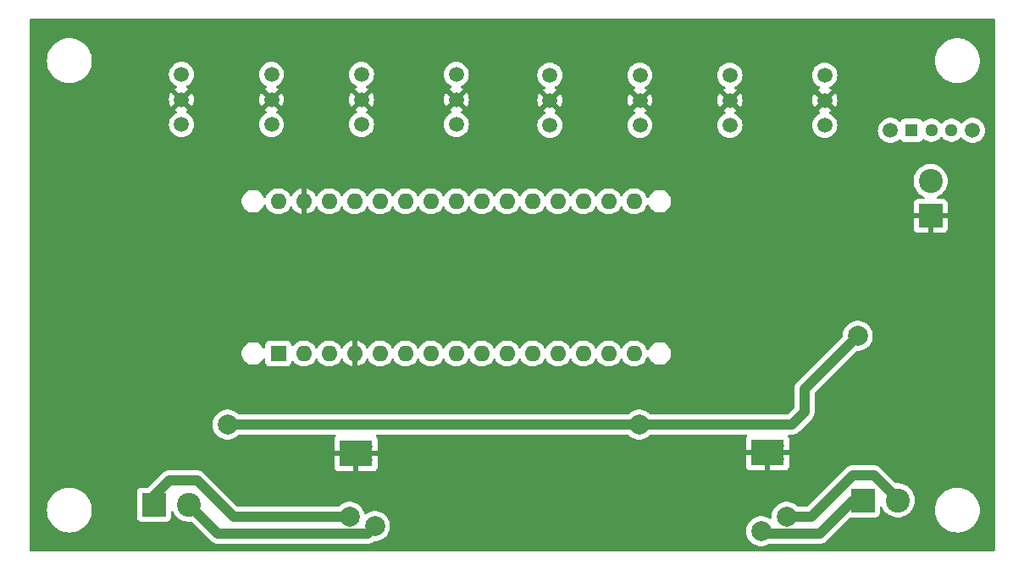
<source format=gbl>
G04 #@! TF.GenerationSoftware,KiCad,Pcbnew,7.0.7*
G04 #@! TF.CreationDate,2024-05-14T17:55:04+07:00*
G04 #@! TF.ProjectId,frankii round 2,6672616e-6b69-4692-9072-6f756e642032,rev?*
G04 #@! TF.SameCoordinates,Original*
G04 #@! TF.FileFunction,Copper,L2,Bot*
G04 #@! TF.FilePolarity,Positive*
%FSLAX46Y46*%
G04 Gerber Fmt 4.6, Leading zero omitted, Abs format (unit mm)*
G04 Created by KiCad (PCBNEW 7.0.7) date 2024-05-14 17:55:04*
%MOMM*%
%LPD*%
G01*
G04 APERTURE LIST*
G04 #@! TA.AperFunction,ComponentPad*
%ADD10R,2.400000X2.400000*%
G04 #@! TD*
G04 #@! TA.AperFunction,ComponentPad*
%ADD11C,2.400000*%
G04 #@! TD*
G04 #@! TA.AperFunction,ComponentPad*
%ADD12C,1.498600*%
G04 #@! TD*
G04 #@! TA.AperFunction,ComponentPad*
%ADD13C,0.630000*%
G04 #@! TD*
G04 #@! TA.AperFunction,SMDPad,CuDef*
%ADD14R,3.300000X2.600000*%
G04 #@! TD*
G04 #@! TA.AperFunction,ComponentPad*
%ADD15R,1.600000X1.600000*%
G04 #@! TD*
G04 #@! TA.AperFunction,ComponentPad*
%ADD16O,1.600000X1.600000*%
G04 #@! TD*
G04 #@! TA.AperFunction,ComponentPad*
%ADD17R,1.295400X1.295400*%
G04 #@! TD*
G04 #@! TA.AperFunction,ComponentPad*
%ADD18C,1.295400*%
G04 #@! TD*
G04 #@! TA.AperFunction,ViaPad*
%ADD19C,0.800000*%
G04 #@! TD*
G04 #@! TA.AperFunction,ViaPad*
%ADD20C,2.000000*%
G04 #@! TD*
G04 #@! TA.AperFunction,Conductor*
%ADD21C,1.000000*%
G04 #@! TD*
G04 APERTURE END LIST*
D10*
X139446000Y-99460000D03*
D11*
X142946000Y-99460000D03*
D12*
X151201801Y-56388000D03*
X151201801Y-58888000D03*
X151201801Y-61388000D03*
X206502000Y-56468000D03*
X206502000Y-58968000D03*
X206502000Y-61468000D03*
D13*
X202087000Y-93591900D03*
X200787000Y-93591900D03*
X199487000Y-93591900D03*
D14*
X200787000Y-94241900D03*
D13*
X202087000Y-94891900D03*
X200787000Y-94891900D03*
X199487000Y-94891900D03*
D12*
X142201801Y-56388000D03*
X142201801Y-58888000D03*
X142201801Y-61388000D03*
X160201801Y-56388000D03*
X160201801Y-58888000D03*
X160201801Y-61388000D03*
D15*
X151892000Y-84318000D03*
D16*
X154432000Y-84318000D03*
X156972000Y-84318000D03*
X159512000Y-84318000D03*
X162052000Y-84318000D03*
X164592000Y-84318000D03*
X167132000Y-84318000D03*
X169672000Y-84318000D03*
X172212000Y-84318000D03*
X174752000Y-84318000D03*
X177292000Y-84318000D03*
X179832000Y-84318000D03*
X182372000Y-84318000D03*
X184912000Y-84318000D03*
X187452000Y-84318000D03*
X187452000Y-69078000D03*
X184912000Y-69078000D03*
X182372000Y-69078000D03*
X179832000Y-69078000D03*
X177292000Y-69078000D03*
X174752000Y-69078000D03*
X172212000Y-69078000D03*
X169672000Y-69078000D03*
X167132000Y-69078000D03*
X164592000Y-69078000D03*
X162052000Y-69078000D03*
X159512000Y-69078000D03*
X156972000Y-69078000D03*
X154432000Y-69078000D03*
X151892000Y-69078000D03*
D17*
X215170001Y-61976000D03*
D18*
X217170001Y-61976000D03*
X219170002Y-61976000D03*
D12*
X213070000Y-61976000D03*
X221270001Y-61976000D03*
X179031801Y-56468000D03*
X179031801Y-58968000D03*
X179031801Y-61468000D03*
D13*
X160939001Y-93665000D03*
X159639001Y-93665000D03*
X158339001Y-93665000D03*
D14*
X159639001Y-94315000D03*
D13*
X160939001Y-94965000D03*
X159639001Y-94965000D03*
X158339001Y-94965000D03*
D10*
X217086000Y-70556000D03*
D11*
X217086000Y-67056000D03*
D12*
X169672000Y-56388000D03*
X169672000Y-58888000D03*
X169672000Y-61388000D03*
D10*
X210312000Y-99020000D03*
D11*
X213812000Y-99020000D03*
D12*
X188031801Y-56468000D03*
X188031801Y-58968000D03*
X188031801Y-61468000D03*
X197031801Y-56468000D03*
X197031801Y-58968000D03*
X197031801Y-61468000D03*
D19*
X201422000Y-99060000D03*
X160274000Y-99060000D03*
D20*
X146812000Y-91440000D03*
X187960000Y-91440000D03*
X209804000Y-82550000D03*
X200152000Y-102108000D03*
X159004000Y-100662500D03*
X202692000Y-100662500D03*
X161544000Y-101600000D03*
D21*
X204470000Y-90170000D02*
X204470000Y-87884000D01*
X203200000Y-91440000D02*
X204470000Y-90170000D01*
X187960000Y-91440000D02*
X146812000Y-91440000D01*
X187960000Y-91440000D02*
X203200000Y-91440000D01*
X204470000Y-87884000D02*
X209804000Y-82550000D01*
X209336000Y-99020000D02*
X210312000Y-99020000D01*
X200406000Y-102362000D02*
X205994000Y-102362000D01*
X205994000Y-102362000D02*
X209336000Y-99020000D01*
X200152000Y-102108000D02*
X200406000Y-102362000D01*
X147398500Y-100662500D02*
X143764000Y-97028000D01*
X139446000Y-98552000D02*
X139446000Y-99460000D01*
X140970000Y-97028000D02*
X139446000Y-98552000D01*
X143764000Y-97028000D02*
X140970000Y-97028000D01*
X159004000Y-100662500D02*
X147398500Y-100662500D01*
X205153500Y-100662500D02*
X209296000Y-96520000D01*
X213812000Y-98920000D02*
X213812000Y-99020000D01*
X209296000Y-96520000D02*
X211412000Y-96520000D01*
X211412000Y-96520000D02*
X213812000Y-98920000D01*
X202692000Y-100662500D02*
X205153500Y-100662500D01*
X160782000Y-102362000D02*
X145848000Y-102362000D01*
X145848000Y-102362000D02*
X142946000Y-99460000D01*
X161544000Y-101600000D02*
X160782000Y-102362000D01*
G04 #@! TA.AperFunction,Conductor*
G36*
X223462539Y-50820185D02*
G01*
X223508294Y-50872989D01*
X223519500Y-50924500D01*
X223519500Y-104015500D01*
X223499815Y-104082539D01*
X223447011Y-104128294D01*
X223395500Y-104139500D01*
X127124500Y-104139500D01*
X127057461Y-104119815D01*
X127011706Y-104067011D01*
X127000500Y-104015500D01*
X127000500Y-100000000D01*
X128758633Y-100000000D01*
X128777758Y-100291800D01*
X128777808Y-100292555D01*
X128777809Y-100292567D01*
X128835004Y-100580100D01*
X128835009Y-100580120D01*
X128929243Y-100857726D01*
X128929247Y-100857736D01*
X129058915Y-101120676D01*
X129058922Y-101120689D01*
X129119361Y-101211142D01*
X129219616Y-101361184D01*
X129221805Y-101364459D01*
X129415113Y-101584886D01*
X129568461Y-101719368D01*
X129635542Y-101778196D01*
X129879316Y-101941081D01*
X130021575Y-102011235D01*
X130142249Y-102070745D01*
X130142253Y-102070746D01*
X130142266Y-102070753D01*
X130190813Y-102087232D01*
X130196973Y-102089699D01*
X130230897Y-102105440D01*
X130254044Y-102108696D01*
X130419892Y-102164994D01*
X130474024Y-102175761D01*
X130480275Y-102177349D01*
X130515702Y-102188340D01*
X130538189Y-102188524D01*
X130707443Y-102222192D01*
X130751139Y-102225056D01*
X130766499Y-102226063D01*
X130772761Y-102226794D01*
X130808954Y-102232899D01*
X130830345Y-102230247D01*
X130932914Y-102236970D01*
X130999994Y-102241367D01*
X131000000Y-102241367D01*
X131000003Y-102241367D01*
X131005436Y-102241010D01*
X131063114Y-102237230D01*
X131069206Y-102237133D01*
X131105467Y-102238345D01*
X131125415Y-102233146D01*
X131292557Y-102222192D01*
X131358570Y-102209061D01*
X131364452Y-102208182D01*
X131400032Y-102204603D01*
X131418239Y-102197192D01*
X131580108Y-102164994D01*
X131647780Y-102142022D01*
X131653307Y-102140429D01*
X131663234Y-102138064D01*
X131663236Y-102138063D01*
X131664773Y-102137697D01*
X131664860Y-102137673D01*
X131687539Y-102132268D01*
X131703762Y-102123019D01*
X131857734Y-102070753D01*
X131925607Y-102037281D01*
X131930686Y-102035056D01*
X131942292Y-102030587D01*
X131942297Y-102030584D01*
X131943365Y-102030173D01*
X131943393Y-102030161D01*
X131962890Y-102022651D01*
X131976974Y-102011950D01*
X132120684Y-101941081D01*
X132187143Y-101896674D01*
X132191748Y-101893881D01*
X132204535Y-101886874D01*
X132204541Y-101886869D01*
X132219238Y-101878815D01*
X132228415Y-101869278D01*
X132229970Y-101868132D01*
X132232160Y-101866594D01*
X132364458Y-101778196D01*
X132427803Y-101722643D01*
X132431874Y-101719368D01*
X132445283Y-101709489D01*
X132445286Y-101709485D01*
X132446638Y-101708490D01*
X132446660Y-101708473D01*
X132456820Y-101700986D01*
X132463557Y-101691815D01*
X132468341Y-101687189D01*
X132470536Y-101685168D01*
X132584886Y-101584886D01*
X132643350Y-101518219D01*
X132646797Y-101514600D01*
X132660241Y-101501599D01*
X132660244Y-101501594D01*
X132661245Y-101500627D01*
X132661271Y-101500600D01*
X132668725Y-101493391D01*
X132673238Y-101485139D01*
X132680230Y-101476286D01*
X132682191Y-101473930D01*
X132778196Y-101364458D01*
X132829952Y-101286999D01*
X132832800Y-101283083D01*
X132845571Y-101266912D01*
X132845575Y-101266903D01*
X132845826Y-101266587D01*
X132845848Y-101266557D01*
X132851312Y-101259637D01*
X132853974Y-101252724D01*
X132861879Y-101239378D01*
X132863629Y-101236597D01*
X132941081Y-101120684D01*
X132984293Y-101033057D01*
X132986539Y-101028908D01*
X132997966Y-101009618D01*
X132997967Y-101009615D01*
X133001366Y-101003877D01*
X133002613Y-100998658D01*
X133010267Y-100980608D01*
X133011683Y-100977516D01*
X133070753Y-100857734D01*
X133103668Y-100760768D01*
X133105289Y-100756519D01*
X133114692Y-100734345D01*
X133114692Y-100734342D01*
X133114708Y-100734307D01*
X133114709Y-100734300D01*
X133116287Y-100730580D01*
X133116619Y-100727328D01*
X133121949Y-100707870D01*
X137745500Y-100707870D01*
X137745501Y-100707876D01*
X137751908Y-100767483D01*
X137802202Y-100902328D01*
X137802206Y-100902335D01*
X137888452Y-101017544D01*
X137888455Y-101017547D01*
X138003664Y-101103793D01*
X138003671Y-101103797D01*
X138138517Y-101154091D01*
X138138516Y-101154091D01*
X138145444Y-101154835D01*
X138198127Y-101160500D01*
X140693872Y-101160499D01*
X140753483Y-101154091D01*
X140888331Y-101103796D01*
X141003546Y-101017546D01*
X141089796Y-100902331D01*
X141140091Y-100767483D01*
X141146500Y-100707873D01*
X141146499Y-100184854D01*
X141166183Y-100117818D01*
X141218987Y-100072063D01*
X141288146Y-100062119D01*
X141351702Y-100091144D01*
X141385927Y-100139553D01*
X141409607Y-100199888D01*
X141537041Y-100420612D01*
X141695950Y-100619877D01*
X141882783Y-100793232D01*
X142093366Y-100936805D01*
X142093371Y-100936807D01*
X142093372Y-100936808D01*
X142093373Y-100936809D01*
X142177764Y-100977449D01*
X142322992Y-101047387D01*
X142322993Y-101047387D01*
X142322996Y-101047389D01*
X142566542Y-101122513D01*
X142818565Y-101160500D01*
X143073429Y-101160500D01*
X143073435Y-101160500D01*
X143148968Y-101149114D01*
X143218187Y-101158586D01*
X143255127Y-101184048D01*
X145131566Y-103060487D01*
X145192938Y-103125050D01*
X145192941Y-103125053D01*
X145243281Y-103160092D01*
X145247043Y-103162928D01*
X145294587Y-103201694D01*
X145294590Y-103201695D01*
X145294593Y-103201698D01*
X145325045Y-103217604D01*
X145331758Y-103221672D01*
X145359951Y-103241295D01*
X145416329Y-103265489D01*
X145420578Y-103267507D01*
X145474951Y-103295909D01*
X145502489Y-103303788D01*
X145507974Y-103305358D01*
X145515368Y-103307990D01*
X145546942Y-103321540D01*
X145546945Y-103321540D01*
X145546946Y-103321541D01*
X145607022Y-103333887D01*
X145611600Y-103335010D01*
X145613704Y-103335612D01*
X145670582Y-103351887D01*
X145704839Y-103354495D01*
X145712614Y-103355586D01*
X145746255Y-103362500D01*
X145746259Y-103362500D01*
X145807599Y-103362500D01*
X145812305Y-103362678D01*
X145839596Y-103364757D01*
X145873476Y-103367337D01*
X145873476Y-103367336D01*
X145873477Y-103367337D01*
X145907560Y-103362996D01*
X145915390Y-103362500D01*
X160769284Y-103362500D01*
X160858358Y-103364757D01*
X160858358Y-103364756D01*
X160858363Y-103364757D01*
X160918753Y-103353932D01*
X160923412Y-103353280D01*
X160965607Y-103348988D01*
X160984438Y-103347074D01*
X161017227Y-103336786D01*
X161024840Y-103334918D01*
X161058653Y-103328858D01*
X161115621Y-103306101D01*
X161120053Y-103304524D01*
X161178588Y-103286159D01*
X161208627Y-103269484D01*
X161215708Y-103266122D01*
X161247617Y-103253377D01*
X161298854Y-103219608D01*
X161302851Y-103217187D01*
X161356502Y-103187409D01*
X161382576Y-103165023D01*
X161388830Y-103160308D01*
X161417519Y-103141402D01*
X161422102Y-103136818D01*
X161483425Y-103103334D01*
X161509783Y-103100500D01*
X161668335Y-103100500D01*
X161913614Y-103059571D01*
X162148810Y-102978828D01*
X162367509Y-102860474D01*
X162563744Y-102707738D01*
X162732164Y-102524785D01*
X162868173Y-102316607D01*
X162959674Y-102108005D01*
X198646357Y-102108005D01*
X198666890Y-102355812D01*
X198666892Y-102355824D01*
X198727936Y-102596881D01*
X198827826Y-102824606D01*
X198963833Y-103032782D01*
X198963836Y-103032785D01*
X199132256Y-103215738D01*
X199328491Y-103368474D01*
X199547190Y-103486828D01*
X199782386Y-103567571D01*
X200027665Y-103608500D01*
X200276335Y-103608500D01*
X200521614Y-103567571D01*
X200756810Y-103486828D01*
X200958932Y-103377444D01*
X201017949Y-103362500D01*
X205981284Y-103362500D01*
X206070358Y-103364757D01*
X206070358Y-103364756D01*
X206070363Y-103364757D01*
X206130753Y-103353932D01*
X206135412Y-103353280D01*
X206177607Y-103348988D01*
X206196438Y-103347074D01*
X206229227Y-103336786D01*
X206236840Y-103334918D01*
X206270653Y-103328858D01*
X206327621Y-103306101D01*
X206332053Y-103304524D01*
X206390588Y-103286159D01*
X206420627Y-103269484D01*
X206427708Y-103266122D01*
X206459617Y-103253377D01*
X206510854Y-103219608D01*
X206514851Y-103217187D01*
X206568502Y-103187409D01*
X206594568Y-103165030D01*
X206600843Y-103160300D01*
X206601159Y-103160092D01*
X206629519Y-103141402D01*
X206672917Y-103098002D01*
X206676336Y-103094834D01*
X206722895Y-103054866D01*
X206743931Y-103027688D01*
X206749101Y-103021818D01*
X209014103Y-100756816D01*
X209075424Y-100723333D01*
X209101772Y-100720499D01*
X211559872Y-100720499D01*
X211619483Y-100714091D01*
X211754331Y-100663796D01*
X211869546Y-100577546D01*
X211955796Y-100462331D01*
X212006091Y-100327483D01*
X212012500Y-100267873D01*
X212012499Y-99744854D01*
X212032183Y-99677818D01*
X212084987Y-99632063D01*
X212154146Y-99622119D01*
X212217702Y-99651144D01*
X212251927Y-99699553D01*
X212275607Y-99759888D01*
X212403041Y-99980612D01*
X212561950Y-100179877D01*
X212748783Y-100353232D01*
X212959366Y-100496805D01*
X212959371Y-100496807D01*
X212959372Y-100496808D01*
X212959373Y-100496809D01*
X213009364Y-100520883D01*
X213188992Y-100607387D01*
X213188993Y-100607387D01*
X213188996Y-100607389D01*
X213432542Y-100682513D01*
X213684565Y-100720500D01*
X213939435Y-100720500D01*
X214191458Y-100682513D01*
X214435004Y-100607389D01*
X214664634Y-100496805D01*
X214875217Y-100353232D01*
X215062050Y-100179877D01*
X215205498Y-100000000D01*
X217522566Y-100000000D01*
X217541691Y-100291800D01*
X217541741Y-100292555D01*
X217541742Y-100292567D01*
X217598937Y-100580100D01*
X217598942Y-100580120D01*
X217693176Y-100857726D01*
X217693180Y-100857736D01*
X217822848Y-101120676D01*
X217822855Y-101120689D01*
X217883294Y-101211142D01*
X217983549Y-101361184D01*
X217985738Y-101364459D01*
X218179046Y-101584886D01*
X218332394Y-101719368D01*
X218399475Y-101778196D01*
X218643249Y-101941081D01*
X218785508Y-102011235D01*
X218906182Y-102070745D01*
X218906186Y-102070746D01*
X218906199Y-102070753D01*
X218954746Y-102087232D01*
X218960906Y-102089699D01*
X218994830Y-102105440D01*
X219017977Y-102108696D01*
X219183825Y-102164994D01*
X219237957Y-102175761D01*
X219244208Y-102177349D01*
X219279635Y-102188340D01*
X219302122Y-102188524D01*
X219471376Y-102222192D01*
X219515072Y-102225056D01*
X219530432Y-102226063D01*
X219536694Y-102226794D01*
X219572887Y-102232899D01*
X219594278Y-102230247D01*
X219696847Y-102236970D01*
X219763927Y-102241367D01*
X219763933Y-102241367D01*
X219763936Y-102241367D01*
X219769369Y-102241010D01*
X219827047Y-102237230D01*
X219833139Y-102237133D01*
X219869400Y-102238345D01*
X219889348Y-102233146D01*
X220056490Y-102222192D01*
X220122503Y-102209061D01*
X220128385Y-102208182D01*
X220163965Y-102204603D01*
X220182172Y-102197192D01*
X220344041Y-102164994D01*
X220411713Y-102142022D01*
X220417240Y-102140429D01*
X220427167Y-102138064D01*
X220427169Y-102138063D01*
X220428706Y-102137697D01*
X220428793Y-102137673D01*
X220451472Y-102132268D01*
X220467695Y-102123019D01*
X220621667Y-102070753D01*
X220689540Y-102037281D01*
X220694619Y-102035056D01*
X220706225Y-102030587D01*
X220706230Y-102030584D01*
X220707298Y-102030173D01*
X220707326Y-102030161D01*
X220726823Y-102022651D01*
X220740907Y-102011950D01*
X220884617Y-101941081D01*
X220951076Y-101896674D01*
X220955681Y-101893881D01*
X220968468Y-101886874D01*
X220968474Y-101886869D01*
X220983171Y-101878815D01*
X220992348Y-101869278D01*
X220993903Y-101868132D01*
X220996093Y-101866594D01*
X221128391Y-101778196D01*
X221191736Y-101722643D01*
X221195807Y-101719368D01*
X221209216Y-101709489D01*
X221209219Y-101709485D01*
X221210571Y-101708490D01*
X221210593Y-101708473D01*
X221220753Y-101700986D01*
X221227490Y-101691815D01*
X221232274Y-101687189D01*
X221234469Y-101685168D01*
X221348819Y-101584886D01*
X221407283Y-101518219D01*
X221410730Y-101514600D01*
X221424174Y-101501599D01*
X221424177Y-101501594D01*
X221425178Y-101500627D01*
X221425204Y-101500600D01*
X221432658Y-101493391D01*
X221437171Y-101485139D01*
X221444163Y-101476286D01*
X221446124Y-101473930D01*
X221542129Y-101364458D01*
X221593885Y-101286999D01*
X221596733Y-101283083D01*
X221609504Y-101266912D01*
X221609508Y-101266903D01*
X221609759Y-101266587D01*
X221609781Y-101266557D01*
X221615245Y-101259637D01*
X221617907Y-101252724D01*
X221625812Y-101239378D01*
X221627562Y-101236597D01*
X221705014Y-101120684D01*
X221748226Y-101033057D01*
X221750472Y-101028908D01*
X221761899Y-101009618D01*
X221761900Y-101009615D01*
X221765299Y-101003877D01*
X221766546Y-100998658D01*
X221774200Y-100980608D01*
X221775616Y-100977516D01*
X221834686Y-100857734D01*
X221867601Y-100760768D01*
X221869222Y-100756519D01*
X221878625Y-100734345D01*
X221878625Y-100734342D01*
X221878641Y-100734307D01*
X221878642Y-100734300D01*
X221880220Y-100730580D01*
X221880552Y-100727328D01*
X221886762Y-100704659D01*
X221887824Y-100701191D01*
X221928927Y-100580108D01*
X221949840Y-100474971D01*
X221950838Y-100470744D01*
X221957646Y-100445892D01*
X221957647Y-100445882D01*
X221957831Y-100445212D01*
X221957838Y-100445183D01*
X221958005Y-100444570D01*
X221957971Y-100443474D01*
X221961613Y-100416393D01*
X221962239Y-100412638D01*
X221986125Y-100292557D01*
X221993456Y-100180708D01*
X221993877Y-100176496D01*
X221997503Y-100149532D01*
X221997505Y-100149520D01*
X221998165Y-100109962D01*
X221998286Y-100106999D01*
X222005300Y-100000000D01*
X221998289Y-99893027D01*
X221998165Y-99890007D01*
X221998111Y-99886793D01*
X221997505Y-99850480D01*
X221994326Y-99826844D01*
X221993874Y-99823477D01*
X221993455Y-99819282D01*
X221986125Y-99707443D01*
X221962243Y-99587382D01*
X221961609Y-99583573D01*
X221957972Y-99556532D01*
X221958092Y-99555745D01*
X221958005Y-99555426D01*
X221957995Y-99555382D01*
X221954714Y-99543405D01*
X221950838Y-99529257D01*
X221949841Y-99525035D01*
X221928927Y-99419892D01*
X221887836Y-99298843D01*
X221886755Y-99295312D01*
X221880553Y-99272670D01*
X221880596Y-99270304D01*
X221869219Y-99243473D01*
X221867589Y-99239196D01*
X221855278Y-99202929D01*
X221834686Y-99142266D01*
X221775655Y-99022562D01*
X221774181Y-99019344D01*
X221766551Y-99001351D01*
X221766101Y-98997475D01*
X221750474Y-98971092D01*
X221748217Y-98966925D01*
X221705014Y-98879317D01*
X221691413Y-98858961D01*
X221627593Y-98763447D01*
X221625799Y-98760599D01*
X221617911Y-98747281D01*
X221616579Y-98742049D01*
X221611153Y-98735177D01*
X221611128Y-98735144D01*
X221596751Y-98716938D01*
X221593857Y-98712958D01*
X221542130Y-98635543D01*
X221446165Y-98526115D01*
X221444121Y-98523660D01*
X221437179Y-98514870D01*
X221434613Y-98508498D01*
X221424766Y-98498975D01*
X221424745Y-98498952D01*
X221410767Y-98485435D01*
X221407261Y-98481755D01*
X221379971Y-98450636D01*
X221348819Y-98415113D01*
X221237834Y-98317783D01*
X221234474Y-98314836D01*
X221232262Y-98312799D01*
X221227477Y-98308171D01*
X221223372Y-98300943D01*
X221210000Y-98291090D01*
X221209985Y-98291077D01*
X221195824Y-98280643D01*
X221191720Y-98277341D01*
X221128392Y-98221805D01*
X220996185Y-98133466D01*
X220993858Y-98131833D01*
X220992432Y-98130783D01*
X220986529Y-98123023D01*
X220955701Y-98106129D01*
X220951056Y-98103312D01*
X220884617Y-98058919D01*
X220800960Y-98017664D01*
X220740907Y-97988049D01*
X220731037Y-97978969D01*
X220694647Y-97964954D01*
X220689506Y-97962701D01*
X220621669Y-97929247D01*
X220621659Y-97929243D01*
X220467695Y-97876980D01*
X220456112Y-97868835D01*
X220429477Y-97862487D01*
X220429448Y-97862479D01*
X220417254Y-97859572D01*
X220411701Y-97857972D01*
X220344048Y-97835008D01*
X220344044Y-97835007D01*
X220344041Y-97835006D01*
X220323643Y-97830948D01*
X220182174Y-97802807D01*
X220168969Y-97795899D01*
X220128384Y-97791817D01*
X220122503Y-97790938D01*
X220092518Y-97784974D01*
X220056499Y-97777809D01*
X220056473Y-97777806D01*
X219889346Y-97766852D01*
X219874665Y-97761475D01*
X219833144Y-97762864D01*
X219827014Y-97762766D01*
X219763934Y-97758633D01*
X219763933Y-97758633D01*
X219750690Y-97759501D01*
X219594269Y-97769753D01*
X219578317Y-97766183D01*
X219536684Y-97773206D01*
X219530423Y-97773937D01*
X219471392Y-97777806D01*
X219471380Y-97777807D01*
X219471376Y-97777808D01*
X219471368Y-97777809D01*
X219471365Y-97777810D01*
X219302102Y-97811478D01*
X219285117Y-97809958D01*
X219244213Y-97822648D01*
X219237934Y-97824242D01*
X219183826Y-97835005D01*
X219017851Y-97891346D01*
X219000163Y-97892082D01*
X218960905Y-97910299D01*
X218954736Y-97912769D01*
X218906205Y-97929244D01*
X218906197Y-97929247D01*
X218643248Y-98058919D01*
X218399473Y-98221805D01*
X218179046Y-98415113D01*
X217985738Y-98635540D01*
X217822852Y-98879315D01*
X217693180Y-99142263D01*
X217693176Y-99142273D01*
X217598942Y-99419879D01*
X217598937Y-99419899D01*
X217541742Y-99707432D01*
X217541741Y-99707442D01*
X217541741Y-99707443D01*
X217522566Y-100000000D01*
X215205498Y-100000000D01*
X215220959Y-99980612D01*
X215348393Y-99759888D01*
X215441508Y-99522637D01*
X215498222Y-99274157D01*
X215517268Y-99020000D01*
X215515870Y-99001351D01*
X215498222Y-98765845D01*
X215491222Y-98735177D01*
X215441508Y-98517363D01*
X215348393Y-98280112D01*
X215220959Y-98059388D01*
X215062050Y-97860123D01*
X214875217Y-97686768D01*
X214664634Y-97543195D01*
X214664630Y-97543193D01*
X214664627Y-97543191D01*
X214664626Y-97543190D01*
X214435006Y-97432612D01*
X214435008Y-97432612D01*
X214191466Y-97357489D01*
X214191462Y-97357488D01*
X214191458Y-97357487D01*
X214070231Y-97339214D01*
X213939440Y-97319500D01*
X213939435Y-97319500D01*
X213684565Y-97319500D01*
X213679925Y-97319500D01*
X213679925Y-97317751D01*
X213618851Y-97304670D01*
X213590250Y-97283330D01*
X212128452Y-95821532D01*
X212067061Y-95756949D01*
X212067060Y-95756948D01*
X212067059Y-95756947D01*
X212017384Y-95722372D01*
X212016709Y-95721902D01*
X212012946Y-95719064D01*
X211965413Y-95680305D01*
X211965406Y-95680300D01*
X211934959Y-95664397D01*
X211928251Y-95660334D01*
X211900049Y-95640705D01*
X211900046Y-95640703D01*
X211900045Y-95640703D01*
X211900041Y-95640701D01*
X211843680Y-95616514D01*
X211839424Y-95614493D01*
X211785057Y-95586094D01*
X211785050Y-95586091D01*
X211785049Y-95586091D01*
X211779008Y-95584362D01*
X211752030Y-95576642D01*
X211744630Y-95574008D01*
X211713057Y-95560459D01*
X211713058Y-95560459D01*
X211652966Y-95548109D01*
X211648391Y-95546986D01*
X211589420Y-95530113D01*
X211589425Y-95530113D01*
X211555158Y-95527503D01*
X211547380Y-95526412D01*
X211513742Y-95519500D01*
X211513741Y-95519500D01*
X211452402Y-95519500D01*
X211447695Y-95519321D01*
X211442121Y-95518896D01*
X211386524Y-95514662D01*
X211366589Y-95517201D01*
X211352440Y-95519003D01*
X211344611Y-95519500D01*
X209308717Y-95519500D01*
X209219637Y-95517243D01*
X209219628Y-95517243D01*
X209159260Y-95528064D01*
X209154595Y-95528718D01*
X209093563Y-95534925D01*
X209093555Y-95534927D01*
X209060781Y-95545210D01*
X209053154Y-95547082D01*
X209019350Y-95553141D01*
X208962384Y-95575894D01*
X208957948Y-95577473D01*
X208899414Y-95595840D01*
X208899412Y-95595841D01*
X208869385Y-95612506D01*
X208862293Y-95615874D01*
X208830383Y-95628621D01*
X208779154Y-95662383D01*
X208775126Y-95664824D01*
X208721502Y-95694588D01*
X208721499Y-95694590D01*
X208695427Y-95716970D01*
X208689160Y-95721695D01*
X208660482Y-95740598D01*
X208660475Y-95740603D01*
X208617116Y-95783962D01*
X208613661Y-95787164D01*
X208567106Y-95827132D01*
X208567105Y-95827133D01*
X208546076Y-95854300D01*
X208540884Y-95860194D01*
X204775399Y-99625681D01*
X204714076Y-99659166D01*
X204687718Y-99662000D01*
X203864855Y-99662000D01*
X203797816Y-99642315D01*
X203773626Y-99621983D01*
X203711747Y-99554765D01*
X203711744Y-99554762D01*
X203538453Y-99419884D01*
X203515509Y-99402026D01*
X203515507Y-99402025D01*
X203515506Y-99402024D01*
X203296811Y-99283672D01*
X203296802Y-99283669D01*
X203061616Y-99202929D01*
X202816335Y-99162000D01*
X202567665Y-99162000D01*
X202322383Y-99202929D01*
X202087197Y-99283669D01*
X202087188Y-99283672D01*
X201868493Y-99402024D01*
X201672257Y-99554761D01*
X201503833Y-99737717D01*
X201367826Y-99945893D01*
X201267936Y-100173618D01*
X201206892Y-100414675D01*
X201206890Y-100414687D01*
X201186357Y-100662494D01*
X201186357Y-100662500D01*
X201190117Y-100707872D01*
X201193937Y-100753980D01*
X201179855Y-100822416D01*
X201131009Y-100872375D01*
X201062908Y-100887995D01*
X200997173Y-100864317D01*
X200994229Y-100862096D01*
X200975509Y-100847526D01*
X200975507Y-100847525D01*
X200975506Y-100847524D01*
X200756811Y-100729172D01*
X200756802Y-100729169D01*
X200521616Y-100648429D01*
X200276335Y-100607500D01*
X200027665Y-100607500D01*
X199782383Y-100648429D01*
X199547197Y-100729169D01*
X199547188Y-100729172D01*
X199328493Y-100847524D01*
X199132257Y-101000261D01*
X198963833Y-101183217D01*
X198827826Y-101391393D01*
X198727936Y-101619118D01*
X198666892Y-101860175D01*
X198666890Y-101860187D01*
X198646357Y-102107994D01*
X198646357Y-102108005D01*
X162959674Y-102108005D01*
X162968063Y-102088881D01*
X163029108Y-101847821D01*
X163034877Y-101778202D01*
X163049643Y-101600005D01*
X163049643Y-101599994D01*
X163029109Y-101352187D01*
X163029107Y-101352175D01*
X162968063Y-101111118D01*
X162868173Y-100883393D01*
X162732166Y-100675217D01*
X162669724Y-100607387D01*
X162563744Y-100492262D01*
X162367509Y-100339526D01*
X162367507Y-100339525D01*
X162367506Y-100339524D01*
X162148811Y-100221172D01*
X162148802Y-100221169D01*
X161913616Y-100140429D01*
X161668335Y-100099500D01*
X161419665Y-100099500D01*
X161174383Y-100140429D01*
X160939197Y-100221169D01*
X160939188Y-100221172D01*
X160735955Y-100331157D01*
X160720491Y-100339526D01*
X160707841Y-100349372D01*
X160661082Y-100385766D01*
X160596087Y-100411408D01*
X160527548Y-100397841D01*
X160477223Y-100349372D01*
X160464715Y-100318355D01*
X160428063Y-100173619D01*
X160328173Y-99945893D01*
X160248195Y-99823477D01*
X160192166Y-99737717D01*
X160170477Y-99714157D01*
X160023744Y-99554762D01*
X159827509Y-99402026D01*
X159827507Y-99402025D01*
X159827506Y-99402024D01*
X159608811Y-99283672D01*
X159608802Y-99283669D01*
X159373616Y-99202929D01*
X159128335Y-99162000D01*
X158879665Y-99162000D01*
X158634383Y-99202929D01*
X158399197Y-99283669D01*
X158399188Y-99283672D01*
X158180493Y-99402024D01*
X157984255Y-99554762D01*
X157984252Y-99554765D01*
X157922374Y-99621983D01*
X157862487Y-99657974D01*
X157831145Y-99662000D01*
X147864283Y-99662000D01*
X147797244Y-99642315D01*
X147776602Y-99625681D01*
X144480452Y-96329532D01*
X144419061Y-96264949D01*
X144419060Y-96264948D01*
X144419059Y-96264947D01*
X144391204Y-96245559D01*
X144368709Y-96229902D01*
X144364946Y-96227064D01*
X144317413Y-96188305D01*
X144317406Y-96188300D01*
X144286959Y-96172397D01*
X144280251Y-96168334D01*
X144252049Y-96148705D01*
X144252046Y-96148703D01*
X144252045Y-96148703D01*
X144252041Y-96148701D01*
X144195680Y-96124514D01*
X144191424Y-96122493D01*
X144137057Y-96094094D01*
X144137050Y-96094091D01*
X144137049Y-96094091D01*
X144131008Y-96092362D01*
X144104030Y-96084642D01*
X144096630Y-96082008D01*
X144065057Y-96068459D01*
X144065058Y-96068459D01*
X144004966Y-96056109D01*
X144000391Y-96054986D01*
X143941420Y-96038113D01*
X143941425Y-96038113D01*
X143907158Y-96035503D01*
X143899380Y-96034412D01*
X143865742Y-96027500D01*
X143865741Y-96027500D01*
X143804402Y-96027500D01*
X143799695Y-96027321D01*
X143794121Y-96026896D01*
X143738524Y-96022662D01*
X143718589Y-96025201D01*
X143704440Y-96027003D01*
X143696611Y-96027500D01*
X140982676Y-96027500D01*
X140938155Y-96026372D01*
X140893636Y-96025244D01*
X140893635Y-96025244D01*
X140893626Y-96025244D01*
X140833263Y-96036064D01*
X140828597Y-96036718D01*
X140767564Y-96042925D01*
X140734780Y-96053210D01*
X140727153Y-96055082D01*
X140693349Y-96061141D01*
X140636381Y-96083895D01*
X140631945Y-96085474D01*
X140573414Y-96103840D01*
X140573410Y-96103842D01*
X140543378Y-96120510D01*
X140536284Y-96123879D01*
X140504382Y-96136623D01*
X140504377Y-96136625D01*
X140453156Y-96170381D01*
X140449128Y-96172822D01*
X140395501Y-96202588D01*
X140369434Y-96224965D01*
X140363165Y-96229692D01*
X140334484Y-96248595D01*
X140334478Y-96248600D01*
X140291109Y-96291968D01*
X140287655Y-96295169D01*
X140241102Y-96335136D01*
X140220076Y-96362298D01*
X140214885Y-96368192D01*
X138859897Y-97723181D01*
X138798574Y-97756666D01*
X138772216Y-97759500D01*
X138198129Y-97759500D01*
X138198123Y-97759501D01*
X138138516Y-97765908D01*
X138003671Y-97816202D01*
X138003664Y-97816206D01*
X137888455Y-97902452D01*
X137888452Y-97902455D01*
X137802206Y-98017664D01*
X137802202Y-98017671D01*
X137751908Y-98152517D01*
X137745501Y-98212116D01*
X137745500Y-98212135D01*
X137745500Y-100707870D01*
X133121949Y-100707870D01*
X133122829Y-100704659D01*
X133123891Y-100701191D01*
X133164994Y-100580108D01*
X133185907Y-100474971D01*
X133186905Y-100470744D01*
X133193713Y-100445892D01*
X133193714Y-100445882D01*
X133193898Y-100445212D01*
X133193905Y-100445183D01*
X133194072Y-100444570D01*
X133194038Y-100443474D01*
X133197680Y-100416393D01*
X133198306Y-100412638D01*
X133222192Y-100292557D01*
X133229523Y-100180708D01*
X133229944Y-100176496D01*
X133233570Y-100149532D01*
X133233572Y-100149520D01*
X133234232Y-100109962D01*
X133234353Y-100106999D01*
X133241367Y-100000000D01*
X133234356Y-99893027D01*
X133234232Y-99890007D01*
X133234178Y-99886793D01*
X133233572Y-99850480D01*
X133230393Y-99826844D01*
X133229941Y-99823477D01*
X133229522Y-99819282D01*
X133222192Y-99707443D01*
X133198310Y-99587382D01*
X133197676Y-99583573D01*
X133194039Y-99556532D01*
X133194159Y-99555745D01*
X133194072Y-99555426D01*
X133194062Y-99555382D01*
X133190781Y-99543405D01*
X133186905Y-99529257D01*
X133185908Y-99525035D01*
X133164994Y-99419892D01*
X133123903Y-99298843D01*
X133122822Y-99295312D01*
X133116620Y-99272670D01*
X133116663Y-99270304D01*
X133105286Y-99243473D01*
X133103656Y-99239196D01*
X133091345Y-99202929D01*
X133070753Y-99142266D01*
X133011722Y-99022562D01*
X133010248Y-99019344D01*
X133002618Y-99001351D01*
X133002168Y-98997475D01*
X132986541Y-98971092D01*
X132984284Y-98966925D01*
X132941081Y-98879317D01*
X132927480Y-98858961D01*
X132863660Y-98763447D01*
X132861866Y-98760599D01*
X132853978Y-98747281D01*
X132852646Y-98742049D01*
X132847220Y-98735177D01*
X132847195Y-98735144D01*
X132832818Y-98716938D01*
X132829924Y-98712958D01*
X132778197Y-98635543D01*
X132682232Y-98526115D01*
X132680188Y-98523660D01*
X132673246Y-98514870D01*
X132670680Y-98508498D01*
X132660833Y-98498975D01*
X132660812Y-98498952D01*
X132646834Y-98485435D01*
X132643328Y-98481755D01*
X132616038Y-98450636D01*
X132584886Y-98415113D01*
X132473901Y-98317783D01*
X132470541Y-98314836D01*
X132468329Y-98312799D01*
X132463544Y-98308171D01*
X132459439Y-98300943D01*
X132446067Y-98291090D01*
X132446052Y-98291077D01*
X132431891Y-98280643D01*
X132427787Y-98277341D01*
X132364459Y-98221805D01*
X132232252Y-98133466D01*
X132229925Y-98131833D01*
X132228499Y-98130783D01*
X132222596Y-98123023D01*
X132191768Y-98106129D01*
X132187123Y-98103312D01*
X132120684Y-98058919D01*
X132037027Y-98017664D01*
X131976974Y-97988049D01*
X131967104Y-97978969D01*
X131930714Y-97964954D01*
X131925573Y-97962701D01*
X131857736Y-97929247D01*
X131857726Y-97929243D01*
X131703762Y-97876980D01*
X131692179Y-97868835D01*
X131665544Y-97862487D01*
X131665515Y-97862479D01*
X131653321Y-97859572D01*
X131647768Y-97857972D01*
X131580115Y-97835008D01*
X131580111Y-97835007D01*
X131580108Y-97835006D01*
X131559710Y-97830948D01*
X131418241Y-97802807D01*
X131405036Y-97795899D01*
X131364451Y-97791817D01*
X131358570Y-97790938D01*
X131328585Y-97784974D01*
X131292566Y-97777809D01*
X131292540Y-97777806D01*
X131125413Y-97766852D01*
X131110732Y-97761475D01*
X131069211Y-97762864D01*
X131063081Y-97762766D01*
X131000001Y-97758633D01*
X131000000Y-97758633D01*
X130986757Y-97759501D01*
X130830336Y-97769753D01*
X130814384Y-97766183D01*
X130772751Y-97773206D01*
X130766490Y-97773937D01*
X130707459Y-97777806D01*
X130707447Y-97777807D01*
X130707443Y-97777808D01*
X130707435Y-97777809D01*
X130707432Y-97777810D01*
X130538169Y-97811478D01*
X130521184Y-97809958D01*
X130480280Y-97822648D01*
X130474001Y-97824242D01*
X130419893Y-97835005D01*
X130253918Y-97891346D01*
X130236230Y-97892082D01*
X130196972Y-97910299D01*
X130190803Y-97912769D01*
X130142272Y-97929244D01*
X130142264Y-97929247D01*
X129879315Y-98058919D01*
X129635540Y-98221805D01*
X129415113Y-98415113D01*
X129221805Y-98635540D01*
X129058919Y-98879315D01*
X128929247Y-99142263D01*
X128929243Y-99142273D01*
X128835009Y-99419879D01*
X128835004Y-99419899D01*
X128777809Y-99707432D01*
X128777808Y-99707442D01*
X128777808Y-99707443D01*
X128758633Y-100000000D01*
X127000500Y-100000000D01*
X127000500Y-94565000D01*
X157489001Y-94565000D01*
X157489001Y-95662844D01*
X157495402Y-95722372D01*
X157495404Y-95722379D01*
X157545646Y-95857086D01*
X157545650Y-95857093D01*
X157631810Y-95972187D01*
X157631813Y-95972190D01*
X157746907Y-96058350D01*
X157746914Y-96058354D01*
X157881621Y-96108596D01*
X157881628Y-96108598D01*
X157941156Y-96114999D01*
X157941173Y-96115000D01*
X159389001Y-96115000D01*
X159389001Y-95225255D01*
X159408686Y-95158216D01*
X159461490Y-95112461D01*
X159530648Y-95102517D01*
X159570626Y-95115458D01*
X159598332Y-95130000D01*
X159659037Y-95130000D01*
X159659037Y-95129999D01*
X159704451Y-95118806D01*
X159732595Y-95111870D01*
X159733561Y-95115790D01*
X159775879Y-95107311D01*
X159840933Y-95132801D01*
X159881879Y-95189415D01*
X159889001Y-95230833D01*
X159889001Y-96115000D01*
X161336829Y-96115000D01*
X161336845Y-96114999D01*
X161396373Y-96108598D01*
X161396380Y-96108596D01*
X161531087Y-96058354D01*
X161531094Y-96058350D01*
X161646188Y-95972190D01*
X161646191Y-95972187D01*
X161732351Y-95857093D01*
X161732355Y-95857086D01*
X161782597Y-95722379D01*
X161782599Y-95722372D01*
X161789000Y-95662844D01*
X161789001Y-95662827D01*
X161789001Y-95589727D01*
X198636999Y-95589727D01*
X198637000Y-95589744D01*
X198643401Y-95649272D01*
X198643403Y-95649279D01*
X198693645Y-95783986D01*
X198693649Y-95783993D01*
X198779809Y-95899087D01*
X198779812Y-95899090D01*
X198894906Y-95985250D01*
X198894913Y-95985254D01*
X199029620Y-96035496D01*
X199029627Y-96035498D01*
X199089155Y-96041899D01*
X199089172Y-96041900D01*
X200537000Y-96041900D01*
X200537000Y-95152155D01*
X200556685Y-95085116D01*
X200609489Y-95039361D01*
X200678647Y-95029417D01*
X200718625Y-95042358D01*
X200746331Y-95056900D01*
X200807036Y-95056900D01*
X200807036Y-95056899D01*
X200852450Y-95045706D01*
X200880594Y-95038770D01*
X200881560Y-95042690D01*
X200923878Y-95034211D01*
X200988932Y-95059701D01*
X201029878Y-95116315D01*
X201037000Y-95157733D01*
X201037000Y-96041900D01*
X202484828Y-96041900D01*
X202484844Y-96041899D01*
X202544372Y-96035498D01*
X202544379Y-96035496D01*
X202679086Y-95985254D01*
X202679093Y-95985250D01*
X202794187Y-95899090D01*
X202794190Y-95899087D01*
X202880350Y-95783993D01*
X202880354Y-95783986D01*
X202930596Y-95649279D01*
X202930598Y-95649272D01*
X202936999Y-95589744D01*
X202936999Y-95589727D01*
X202937000Y-94491900D01*
X201037000Y-94491900D01*
X201037000Y-94631644D01*
X201017315Y-94698683D01*
X200964511Y-94744438D01*
X200895353Y-94754382D01*
X200855376Y-94741442D01*
X200827669Y-94726900D01*
X200766965Y-94726900D01*
X200766963Y-94726900D01*
X200693406Y-94745030D01*
X200692440Y-94741110D01*
X200650087Y-94749585D01*
X200585040Y-94724076D01*
X200544110Y-94667450D01*
X200537000Y-94626066D01*
X200537000Y-94491900D01*
X198637000Y-94491900D01*
X198636999Y-95589727D01*
X161789001Y-95589727D01*
X161789001Y-94565000D01*
X159889001Y-94565000D01*
X159889001Y-94704744D01*
X159869316Y-94771783D01*
X159816512Y-94817538D01*
X159747354Y-94827482D01*
X159707377Y-94814542D01*
X159679670Y-94800000D01*
X159618966Y-94800000D01*
X159618964Y-94800000D01*
X159545407Y-94818130D01*
X159544441Y-94814210D01*
X159502088Y-94822685D01*
X159437041Y-94797176D01*
X159396111Y-94740550D01*
X159389001Y-94699166D01*
X159389001Y-94565000D01*
X157489001Y-94565000D01*
X127000500Y-94565000D01*
X127000500Y-91440005D01*
X145306357Y-91440005D01*
X145326890Y-91687812D01*
X145326892Y-91687824D01*
X145387936Y-91928881D01*
X145487826Y-92156606D01*
X145623833Y-92364782D01*
X145623836Y-92364785D01*
X145792256Y-92547738D01*
X145988491Y-92700474D01*
X145988493Y-92700475D01*
X146122346Y-92772913D01*
X146207190Y-92818828D01*
X146442386Y-92899571D01*
X146687665Y-92940500D01*
X146936335Y-92940500D01*
X147181614Y-92899571D01*
X147416810Y-92818828D01*
X147635509Y-92700474D01*
X147831744Y-92547738D01*
X147871019Y-92505074D01*
X147893626Y-92480517D01*
X147953513Y-92444526D01*
X147984855Y-92440500D01*
X157549761Y-92440500D01*
X157616800Y-92460185D01*
X157662555Y-92512989D01*
X157672499Y-92582147D01*
X157643474Y-92645703D01*
X157637442Y-92652181D01*
X157631810Y-92657812D01*
X157545650Y-92772906D01*
X157545646Y-92772913D01*
X157495404Y-92907620D01*
X157495402Y-92907627D01*
X157489001Y-92967155D01*
X157489001Y-94065000D01*
X161789001Y-94065000D01*
X161789001Y-92967172D01*
X161789000Y-92967155D01*
X161782599Y-92907627D01*
X161782597Y-92907620D01*
X161732355Y-92772913D01*
X161732351Y-92772906D01*
X161646191Y-92657812D01*
X161640560Y-92652181D01*
X161607075Y-92590858D01*
X161612059Y-92521166D01*
X161653931Y-92465233D01*
X161719395Y-92440816D01*
X161728241Y-92440500D01*
X186787145Y-92440500D01*
X186854184Y-92460185D01*
X186878374Y-92480517D01*
X186940252Y-92547734D01*
X186940256Y-92547738D01*
X187136491Y-92700474D01*
X187136493Y-92700475D01*
X187270346Y-92772913D01*
X187355190Y-92818828D01*
X187590386Y-92899571D01*
X187835665Y-92940500D01*
X188084335Y-92940500D01*
X188329614Y-92899571D01*
X188564810Y-92818828D01*
X188783509Y-92700474D01*
X188979744Y-92547738D01*
X189019019Y-92505074D01*
X189041626Y-92480517D01*
X189101513Y-92444526D01*
X189132855Y-92440500D01*
X198640045Y-92440500D01*
X198707084Y-92460185D01*
X198752839Y-92512989D01*
X198762783Y-92582147D01*
X198739311Y-92638811D01*
X198693649Y-92699806D01*
X198693645Y-92699813D01*
X198643403Y-92834520D01*
X198643401Y-92834527D01*
X198637000Y-92894055D01*
X198636999Y-92894072D01*
X198637000Y-93991900D01*
X202937000Y-93991900D01*
X202936999Y-92894072D01*
X202936999Y-92894055D01*
X202930598Y-92834527D01*
X202930596Y-92834520D01*
X202880354Y-92699813D01*
X202880350Y-92699806D01*
X202834689Y-92638811D01*
X202810271Y-92573347D01*
X202825122Y-92505074D01*
X202874527Y-92455668D01*
X202933955Y-92440500D01*
X203187284Y-92440500D01*
X203276358Y-92442757D01*
X203276358Y-92442756D01*
X203276363Y-92442757D01*
X203336753Y-92431932D01*
X203341412Y-92431280D01*
X203383607Y-92426988D01*
X203402438Y-92425074D01*
X203435227Y-92414786D01*
X203442840Y-92412918D01*
X203476653Y-92406858D01*
X203533621Y-92384101D01*
X203538053Y-92382524D01*
X203596588Y-92364159D01*
X203626627Y-92347484D01*
X203633708Y-92344122D01*
X203665617Y-92331377D01*
X203716854Y-92297608D01*
X203720851Y-92295187D01*
X203774502Y-92265409D01*
X203800568Y-92243030D01*
X203806843Y-92238300D01*
X203835519Y-92219402D01*
X203878892Y-92176027D01*
X203882350Y-92172823D01*
X203885613Y-92170020D01*
X203928895Y-92132866D01*
X203949928Y-92105691D01*
X203955098Y-92099821D01*
X205168468Y-90886451D01*
X205233053Y-90825059D01*
X205268099Y-90774706D01*
X205270938Y-90770941D01*
X205274612Y-90766435D01*
X205309698Y-90723407D01*
X205325601Y-90692960D01*
X205329674Y-90686239D01*
X205334489Y-90679320D01*
X205349295Y-90658049D01*
X205373492Y-90601660D01*
X205375498Y-90597435D01*
X205403909Y-90543049D01*
X205413357Y-90510022D01*
X205415988Y-90502633D01*
X205429540Y-90471058D01*
X205441895Y-90410930D01*
X205442999Y-90406429D01*
X205459886Y-90347418D01*
X205462494Y-90313157D01*
X205463585Y-90305389D01*
X205470500Y-90271743D01*
X205470500Y-90210398D01*
X205470679Y-90205688D01*
X205472671Y-90179526D01*
X205475337Y-90144524D01*
X205470997Y-90110442D01*
X205470500Y-90102603D01*
X205470500Y-88349782D01*
X205490185Y-88282743D01*
X205506819Y-88262101D01*
X209682101Y-84086819D01*
X209743424Y-84053334D01*
X209769782Y-84050500D01*
X209928335Y-84050500D01*
X210173614Y-84009571D01*
X210408810Y-83928828D01*
X210627509Y-83810474D01*
X210823744Y-83657738D01*
X210992164Y-83474785D01*
X211128173Y-83266607D01*
X211228063Y-83038881D01*
X211289108Y-82797821D01*
X211309643Y-82550000D01*
X211289108Y-82302179D01*
X211228063Y-82061119D01*
X211128173Y-81833393D01*
X211128172Y-81833393D01*
X210992166Y-81625217D01*
X210970557Y-81601744D01*
X210823744Y-81442262D01*
X210627509Y-81289526D01*
X210627507Y-81289525D01*
X210627506Y-81289524D01*
X210408811Y-81171172D01*
X210408802Y-81171169D01*
X210173616Y-81090429D01*
X209928335Y-81049500D01*
X209679665Y-81049500D01*
X209434383Y-81090429D01*
X209199197Y-81171169D01*
X209199188Y-81171172D01*
X208980493Y-81289524D01*
X208784257Y-81442261D01*
X208615833Y-81625217D01*
X208479826Y-81833393D01*
X208379936Y-82061118D01*
X208318892Y-82302175D01*
X208318890Y-82302187D01*
X208298357Y-82549994D01*
X208298357Y-82550000D01*
X208300553Y-82576500D01*
X208286471Y-82644936D01*
X208264657Y-82674420D01*
X203771532Y-87167546D01*
X203706946Y-87228942D01*
X203671899Y-87279294D01*
X203669062Y-87283056D01*
X203630302Y-87330592D01*
X203630299Y-87330597D01*
X203614392Y-87361047D01*
X203610324Y-87367761D01*
X203590702Y-87395954D01*
X203566509Y-87452330D01*
X203564488Y-87456584D01*
X203536091Y-87510951D01*
X203536090Y-87510952D01*
X203526640Y-87543975D01*
X203524007Y-87551371D01*
X203510459Y-87582943D01*
X203498113Y-87643019D01*
X203496990Y-87647595D01*
X203480113Y-87706577D01*
X203480113Y-87706579D01*
X203477503Y-87740841D01*
X203476414Y-87748608D01*
X203470980Y-87775052D01*
X203469500Y-87782258D01*
X203469500Y-87843597D01*
X203469321Y-87848306D01*
X203464662Y-87909473D01*
X203469002Y-87943549D01*
X203469499Y-87951389D01*
X203469499Y-89704217D01*
X203449814Y-89771256D01*
X203433180Y-89791898D01*
X202821899Y-90403181D01*
X202760576Y-90436666D01*
X202734218Y-90439500D01*
X189132855Y-90439500D01*
X189065816Y-90419815D01*
X189041626Y-90399483D01*
X188979747Y-90332265D01*
X188979744Y-90332262D01*
X188823173Y-90210398D01*
X188783509Y-90179526D01*
X188783507Y-90179525D01*
X188783506Y-90179524D01*
X188564811Y-90061172D01*
X188564802Y-90061169D01*
X188329616Y-89980429D01*
X188084335Y-89939500D01*
X187835665Y-89939500D01*
X187590383Y-89980429D01*
X187355197Y-90061169D01*
X187355188Y-90061172D01*
X187136493Y-90179524D01*
X186940255Y-90332262D01*
X186940252Y-90332265D01*
X186878374Y-90399483D01*
X186818487Y-90435474D01*
X186787145Y-90439500D01*
X147984855Y-90439500D01*
X147917816Y-90419815D01*
X147893626Y-90399483D01*
X147831747Y-90332265D01*
X147831744Y-90332262D01*
X147675173Y-90210398D01*
X147635509Y-90179526D01*
X147635507Y-90179525D01*
X147635506Y-90179524D01*
X147416811Y-90061172D01*
X147416802Y-90061169D01*
X147181616Y-89980429D01*
X146936335Y-89939500D01*
X146687665Y-89939500D01*
X146442383Y-89980429D01*
X146207197Y-90061169D01*
X146207188Y-90061172D01*
X145988493Y-90179524D01*
X145792257Y-90332261D01*
X145623833Y-90515217D01*
X145487826Y-90723393D01*
X145387936Y-90951118D01*
X145326892Y-91192175D01*
X145326890Y-91192187D01*
X145306357Y-91439994D01*
X145306357Y-91440005D01*
X127000500Y-91440005D01*
X127000500Y-84423683D01*
X148211500Y-84423683D01*
X148250338Y-84631450D01*
X148250339Y-84631452D01*
X148326690Y-84828539D01*
X148326691Y-84828540D01*
X148326692Y-84828542D01*
X148414732Y-84970732D01*
X148437963Y-85008250D01*
X148580355Y-85164448D01*
X148580358Y-85164450D01*
X148749032Y-85291827D01*
X148938237Y-85386040D01*
X148938243Y-85386043D01*
X149112011Y-85435483D01*
X149141536Y-85443884D01*
X149299271Y-85458500D01*
X149299275Y-85458500D01*
X149404725Y-85458500D01*
X149404729Y-85458500D01*
X149562464Y-85443884D01*
X149649350Y-85419162D01*
X149765756Y-85386043D01*
X149765758Y-85386041D01*
X149765761Y-85386041D01*
X149954968Y-85291827D01*
X150123642Y-85164450D01*
X150266038Y-85008249D01*
X150362074Y-84853144D01*
X150414100Y-84806510D01*
X150483082Y-84795406D01*
X150547116Y-84823359D01*
X150585873Y-84881494D01*
X150591500Y-84918423D01*
X150591500Y-85165869D01*
X150591501Y-85165876D01*
X150597908Y-85225483D01*
X150648202Y-85360328D01*
X150648206Y-85360335D01*
X150734452Y-85475544D01*
X150734455Y-85475547D01*
X150849664Y-85561793D01*
X150849671Y-85561797D01*
X150984517Y-85612091D01*
X150984516Y-85612091D01*
X150991444Y-85612835D01*
X151044127Y-85618500D01*
X152739872Y-85618499D01*
X152799483Y-85612091D01*
X152934331Y-85561796D01*
X153049546Y-85475546D01*
X153135796Y-85360331D01*
X153186091Y-85225483D01*
X153189862Y-85190401D01*
X153216599Y-85125855D01*
X153273990Y-85086006D01*
X153343816Y-85083511D01*
X153403905Y-85119163D01*
X153414726Y-85132536D01*
X153431956Y-85157143D01*
X153592858Y-85318045D01*
X153592861Y-85318047D01*
X153779266Y-85448568D01*
X153985504Y-85544739D01*
X154205308Y-85603635D01*
X154367230Y-85617801D01*
X154431998Y-85623468D01*
X154432000Y-85623468D01*
X154432002Y-85623468D01*
X154488807Y-85618498D01*
X154658692Y-85603635D01*
X154878496Y-85544739D01*
X155084734Y-85448568D01*
X155271139Y-85318047D01*
X155432047Y-85157139D01*
X155562568Y-84970734D01*
X155589618Y-84912724D01*
X155635790Y-84860285D01*
X155702983Y-84841133D01*
X155769865Y-84861348D01*
X155814382Y-84912725D01*
X155841429Y-84970728D01*
X155841432Y-84970734D01*
X155971954Y-85157141D01*
X156132858Y-85318045D01*
X156132861Y-85318047D01*
X156319266Y-85448568D01*
X156525504Y-85544739D01*
X156745308Y-85603635D01*
X156907230Y-85617801D01*
X156971998Y-85623468D01*
X156972000Y-85623468D01*
X156972002Y-85623468D01*
X157028807Y-85618498D01*
X157198692Y-85603635D01*
X157418496Y-85544739D01*
X157624734Y-85448568D01*
X157811139Y-85318047D01*
X157972047Y-85157139D01*
X158102568Y-84970734D01*
X158129895Y-84912129D01*
X158176064Y-84859695D01*
X158243257Y-84840542D01*
X158310139Y-84860757D01*
X158354657Y-84912133D01*
X158381865Y-84970482D01*
X158512342Y-85156820D01*
X158673179Y-85317657D01*
X158859517Y-85448134D01*
X159065673Y-85544265D01*
X159065682Y-85544269D01*
X159261999Y-85596872D01*
X159262000Y-85596871D01*
X159262000Y-84930301D01*
X159281685Y-84863262D01*
X159334489Y-84817507D01*
X159403647Y-84807563D01*
X159476237Y-84818000D01*
X159476238Y-84818000D01*
X159547762Y-84818000D01*
X159547763Y-84818000D01*
X159620353Y-84807563D01*
X159689512Y-84817507D01*
X159742315Y-84863262D01*
X159762000Y-84930301D01*
X159762000Y-85596872D01*
X159958317Y-85544269D01*
X159958326Y-85544265D01*
X160164482Y-85448134D01*
X160350820Y-85317657D01*
X160511657Y-85156820D01*
X160642132Y-84970484D01*
X160669341Y-84912134D01*
X160715513Y-84859695D01*
X160782707Y-84840542D01*
X160849588Y-84860757D01*
X160894106Y-84912133D01*
X160921431Y-84970732D01*
X160921432Y-84970734D01*
X161051954Y-85157141D01*
X161212858Y-85318045D01*
X161212861Y-85318047D01*
X161399266Y-85448568D01*
X161605504Y-85544739D01*
X161825308Y-85603635D01*
X161987230Y-85617801D01*
X162051998Y-85623468D01*
X162052000Y-85623468D01*
X162052002Y-85623468D01*
X162108807Y-85618498D01*
X162278692Y-85603635D01*
X162498496Y-85544739D01*
X162704734Y-85448568D01*
X162891139Y-85318047D01*
X163052047Y-85157139D01*
X163182568Y-84970734D01*
X163209618Y-84912724D01*
X163255790Y-84860285D01*
X163322983Y-84841133D01*
X163389865Y-84861348D01*
X163434382Y-84912725D01*
X163461429Y-84970728D01*
X163461432Y-84970734D01*
X163591954Y-85157141D01*
X163752858Y-85318045D01*
X163752861Y-85318047D01*
X163939266Y-85448568D01*
X164145504Y-85544739D01*
X164365308Y-85603635D01*
X164527230Y-85617801D01*
X164591998Y-85623468D01*
X164592000Y-85623468D01*
X164592002Y-85623468D01*
X164648807Y-85618498D01*
X164818692Y-85603635D01*
X165038496Y-85544739D01*
X165244734Y-85448568D01*
X165431139Y-85318047D01*
X165592047Y-85157139D01*
X165722568Y-84970734D01*
X165749618Y-84912724D01*
X165795790Y-84860285D01*
X165862983Y-84841133D01*
X165929865Y-84861348D01*
X165974382Y-84912725D01*
X166001429Y-84970728D01*
X166001432Y-84970734D01*
X166131954Y-85157141D01*
X166292858Y-85318045D01*
X166292861Y-85318047D01*
X166479266Y-85448568D01*
X166685504Y-85544739D01*
X166905308Y-85603635D01*
X167067230Y-85617801D01*
X167131998Y-85623468D01*
X167132000Y-85623468D01*
X167132002Y-85623468D01*
X167188807Y-85618498D01*
X167358692Y-85603635D01*
X167578496Y-85544739D01*
X167784734Y-85448568D01*
X167971139Y-85318047D01*
X168132047Y-85157139D01*
X168262568Y-84970734D01*
X168289618Y-84912724D01*
X168335790Y-84860285D01*
X168402983Y-84841133D01*
X168469865Y-84861348D01*
X168514382Y-84912725D01*
X168541429Y-84970728D01*
X168541432Y-84970734D01*
X168671954Y-85157141D01*
X168832858Y-85318045D01*
X168832861Y-85318047D01*
X169019266Y-85448568D01*
X169225504Y-85544739D01*
X169445308Y-85603635D01*
X169607230Y-85617801D01*
X169671998Y-85623468D01*
X169672000Y-85623468D01*
X169672002Y-85623468D01*
X169728807Y-85618498D01*
X169898692Y-85603635D01*
X170118496Y-85544739D01*
X170324734Y-85448568D01*
X170511139Y-85318047D01*
X170672047Y-85157139D01*
X170802568Y-84970734D01*
X170829618Y-84912724D01*
X170875790Y-84860285D01*
X170942983Y-84841133D01*
X171009865Y-84861348D01*
X171054382Y-84912725D01*
X171081429Y-84970728D01*
X171081432Y-84970734D01*
X171211954Y-85157141D01*
X171372858Y-85318045D01*
X171372861Y-85318047D01*
X171559266Y-85448568D01*
X171765504Y-85544739D01*
X171985308Y-85603635D01*
X172147230Y-85617801D01*
X172211998Y-85623468D01*
X172212000Y-85623468D01*
X172212002Y-85623468D01*
X172268807Y-85618498D01*
X172438692Y-85603635D01*
X172658496Y-85544739D01*
X172864734Y-85448568D01*
X173051139Y-85318047D01*
X173212047Y-85157139D01*
X173342568Y-84970734D01*
X173369618Y-84912724D01*
X173415790Y-84860285D01*
X173482983Y-84841133D01*
X173549865Y-84861348D01*
X173594382Y-84912725D01*
X173621429Y-84970728D01*
X173621432Y-84970734D01*
X173751954Y-85157141D01*
X173912858Y-85318045D01*
X173912861Y-85318047D01*
X174099266Y-85448568D01*
X174305504Y-85544739D01*
X174525308Y-85603635D01*
X174687230Y-85617801D01*
X174751998Y-85623468D01*
X174752000Y-85623468D01*
X174752002Y-85623468D01*
X174808807Y-85618498D01*
X174978692Y-85603635D01*
X175198496Y-85544739D01*
X175404734Y-85448568D01*
X175591139Y-85318047D01*
X175752047Y-85157139D01*
X175882568Y-84970734D01*
X175909618Y-84912724D01*
X175955790Y-84860285D01*
X176022983Y-84841133D01*
X176089865Y-84861348D01*
X176134382Y-84912725D01*
X176161429Y-84970728D01*
X176161432Y-84970734D01*
X176291954Y-85157141D01*
X176452858Y-85318045D01*
X176452861Y-85318047D01*
X176639266Y-85448568D01*
X176845504Y-85544739D01*
X177065308Y-85603635D01*
X177227230Y-85617801D01*
X177291998Y-85623468D01*
X177292000Y-85623468D01*
X177292002Y-85623468D01*
X177348807Y-85618498D01*
X177518692Y-85603635D01*
X177738496Y-85544739D01*
X177944734Y-85448568D01*
X178131139Y-85318047D01*
X178292047Y-85157139D01*
X178422568Y-84970734D01*
X178449618Y-84912724D01*
X178495790Y-84860285D01*
X178562983Y-84841133D01*
X178629865Y-84861348D01*
X178674382Y-84912725D01*
X178701429Y-84970728D01*
X178701432Y-84970734D01*
X178831954Y-85157141D01*
X178992858Y-85318045D01*
X178992861Y-85318047D01*
X179179266Y-85448568D01*
X179385504Y-85544739D01*
X179605308Y-85603635D01*
X179767230Y-85617801D01*
X179831998Y-85623468D01*
X179832000Y-85623468D01*
X179832002Y-85623468D01*
X179888807Y-85618498D01*
X180058692Y-85603635D01*
X180278496Y-85544739D01*
X180484734Y-85448568D01*
X180671139Y-85318047D01*
X180832047Y-85157139D01*
X180962568Y-84970734D01*
X180989618Y-84912724D01*
X181035790Y-84860285D01*
X181102983Y-84841133D01*
X181169865Y-84861348D01*
X181214382Y-84912725D01*
X181241429Y-84970728D01*
X181241432Y-84970734D01*
X181371954Y-85157141D01*
X181532858Y-85318045D01*
X181532861Y-85318047D01*
X181719266Y-85448568D01*
X181925504Y-85544739D01*
X182145308Y-85603635D01*
X182307230Y-85617801D01*
X182371998Y-85623468D01*
X182372000Y-85623468D01*
X182372002Y-85623468D01*
X182428807Y-85618498D01*
X182598692Y-85603635D01*
X182818496Y-85544739D01*
X183024734Y-85448568D01*
X183211139Y-85318047D01*
X183372047Y-85157139D01*
X183502568Y-84970734D01*
X183529618Y-84912724D01*
X183575790Y-84860285D01*
X183642983Y-84841133D01*
X183709865Y-84861348D01*
X183754382Y-84912725D01*
X183781429Y-84970728D01*
X183781432Y-84970734D01*
X183911954Y-85157141D01*
X184072858Y-85318045D01*
X184072861Y-85318047D01*
X184259266Y-85448568D01*
X184465504Y-85544739D01*
X184685308Y-85603635D01*
X184847230Y-85617801D01*
X184911998Y-85623468D01*
X184912000Y-85623468D01*
X184912002Y-85623468D01*
X184968807Y-85618498D01*
X185138692Y-85603635D01*
X185358496Y-85544739D01*
X185564734Y-85448568D01*
X185751139Y-85318047D01*
X185912047Y-85157139D01*
X186042568Y-84970734D01*
X186069618Y-84912724D01*
X186115790Y-84860285D01*
X186182983Y-84841133D01*
X186249865Y-84861348D01*
X186294382Y-84912725D01*
X186321429Y-84970728D01*
X186321432Y-84970734D01*
X186451954Y-85157141D01*
X186612858Y-85318045D01*
X186612861Y-85318047D01*
X186799266Y-85448568D01*
X187005504Y-85544739D01*
X187225308Y-85603635D01*
X187387230Y-85617801D01*
X187451998Y-85623468D01*
X187452000Y-85623468D01*
X187452002Y-85623468D01*
X187508807Y-85618498D01*
X187678692Y-85603635D01*
X187898496Y-85544739D01*
X188104734Y-85448568D01*
X188291139Y-85318047D01*
X188452047Y-85157139D01*
X188582568Y-84970734D01*
X188678739Y-84764496D01*
X188688069Y-84729675D01*
X188724430Y-84670018D01*
X188787276Y-84639487D01*
X188856652Y-84647779D01*
X188910531Y-84692263D01*
X188923469Y-84716974D01*
X188966688Y-84828533D01*
X188966691Y-84828539D01*
X188966692Y-84828542D01*
X189054732Y-84970732D01*
X189077963Y-85008250D01*
X189220355Y-85164448D01*
X189220358Y-85164450D01*
X189389032Y-85291827D01*
X189578237Y-85386040D01*
X189578243Y-85386043D01*
X189752011Y-85435483D01*
X189781536Y-85443884D01*
X189939271Y-85458500D01*
X189939275Y-85458500D01*
X190044725Y-85458500D01*
X190044729Y-85458500D01*
X190202464Y-85443884D01*
X190289350Y-85419162D01*
X190405756Y-85386043D01*
X190405758Y-85386041D01*
X190405761Y-85386041D01*
X190594968Y-85291827D01*
X190763642Y-85164450D01*
X190906038Y-85008249D01*
X191017308Y-84828542D01*
X191093662Y-84631450D01*
X191132500Y-84423683D01*
X191132500Y-84212317D01*
X191093662Y-84004550D01*
X191018477Y-83810475D01*
X191017309Y-83807460D01*
X191017308Y-83807459D01*
X191017308Y-83807458D01*
X190906038Y-83627751D01*
X190886141Y-83605925D01*
X190763644Y-83471551D01*
X190594968Y-83344173D01*
X190405762Y-83249959D01*
X190405756Y-83249956D01*
X190202466Y-83192116D01*
X190202463Y-83192115D01*
X190090472Y-83181738D01*
X190044729Y-83177500D01*
X189939271Y-83177500D01*
X189896619Y-83181452D01*
X189781536Y-83192115D01*
X189781533Y-83192116D01*
X189578243Y-83249956D01*
X189578237Y-83249959D01*
X189389031Y-83344173D01*
X189220355Y-83471551D01*
X189077963Y-83627749D01*
X188966691Y-83807459D01*
X188966687Y-83807466D01*
X188923469Y-83919025D01*
X188880896Y-83974426D01*
X188815129Y-83998016D01*
X188747049Y-83982304D01*
X188698270Y-83932280D01*
X188688069Y-83906326D01*
X188678739Y-83871504D01*
X188582568Y-83665266D01*
X188452047Y-83478861D01*
X188452045Y-83478858D01*
X188291141Y-83317954D01*
X188104734Y-83187432D01*
X188104732Y-83187431D01*
X187898497Y-83091261D01*
X187898488Y-83091258D01*
X187678697Y-83032366D01*
X187678693Y-83032365D01*
X187678692Y-83032365D01*
X187678691Y-83032364D01*
X187678686Y-83032364D01*
X187452002Y-83012532D01*
X187451998Y-83012532D01*
X187225313Y-83032364D01*
X187225302Y-83032366D01*
X187005511Y-83091258D01*
X187005502Y-83091261D01*
X186799267Y-83187431D01*
X186799265Y-83187432D01*
X186612858Y-83317954D01*
X186451954Y-83478858D01*
X186321432Y-83665265D01*
X186321431Y-83665267D01*
X186294382Y-83723275D01*
X186248209Y-83775714D01*
X186181016Y-83794866D01*
X186114135Y-83774650D01*
X186069618Y-83723275D01*
X186042686Y-83665520D01*
X186042568Y-83665266D01*
X185912047Y-83478861D01*
X185912045Y-83478858D01*
X185751141Y-83317954D01*
X185564734Y-83187432D01*
X185564732Y-83187431D01*
X185358497Y-83091261D01*
X185358488Y-83091258D01*
X185138697Y-83032366D01*
X185138693Y-83032365D01*
X185138692Y-83032365D01*
X185138691Y-83032364D01*
X185138686Y-83032364D01*
X184912002Y-83012532D01*
X184911998Y-83012532D01*
X184685313Y-83032364D01*
X184685302Y-83032366D01*
X184465511Y-83091258D01*
X184465502Y-83091261D01*
X184259267Y-83187431D01*
X184259265Y-83187432D01*
X184072858Y-83317954D01*
X183911954Y-83478858D01*
X183781432Y-83665265D01*
X183781431Y-83665267D01*
X183754382Y-83723275D01*
X183708209Y-83775714D01*
X183641016Y-83794866D01*
X183574135Y-83774650D01*
X183529618Y-83723275D01*
X183502686Y-83665520D01*
X183502568Y-83665266D01*
X183372047Y-83478861D01*
X183372045Y-83478858D01*
X183211141Y-83317954D01*
X183024734Y-83187432D01*
X183024732Y-83187431D01*
X182818497Y-83091261D01*
X182818488Y-83091258D01*
X182598697Y-83032366D01*
X182598693Y-83032365D01*
X182598692Y-83032365D01*
X182598691Y-83032364D01*
X182598686Y-83032364D01*
X182372002Y-83012532D01*
X182371998Y-83012532D01*
X182145313Y-83032364D01*
X182145302Y-83032366D01*
X181925511Y-83091258D01*
X181925502Y-83091261D01*
X181719267Y-83187431D01*
X181719265Y-83187432D01*
X181532858Y-83317954D01*
X181371954Y-83478858D01*
X181241432Y-83665265D01*
X181241431Y-83665267D01*
X181214382Y-83723275D01*
X181168209Y-83775714D01*
X181101016Y-83794866D01*
X181034135Y-83774650D01*
X180989618Y-83723275D01*
X180962686Y-83665520D01*
X180962568Y-83665266D01*
X180832047Y-83478861D01*
X180832045Y-83478858D01*
X180671141Y-83317954D01*
X180484734Y-83187432D01*
X180484732Y-83187431D01*
X180278497Y-83091261D01*
X180278488Y-83091258D01*
X180058697Y-83032366D01*
X180058693Y-83032365D01*
X180058692Y-83032365D01*
X180058691Y-83032364D01*
X180058686Y-83032364D01*
X179832002Y-83012532D01*
X179831998Y-83012532D01*
X179605313Y-83032364D01*
X179605302Y-83032366D01*
X179385511Y-83091258D01*
X179385502Y-83091261D01*
X179179267Y-83187431D01*
X179179265Y-83187432D01*
X178992858Y-83317954D01*
X178831954Y-83478858D01*
X178701432Y-83665265D01*
X178701431Y-83665267D01*
X178674382Y-83723275D01*
X178628209Y-83775714D01*
X178561016Y-83794866D01*
X178494135Y-83774650D01*
X178449618Y-83723275D01*
X178422686Y-83665520D01*
X178422568Y-83665266D01*
X178292047Y-83478861D01*
X178292045Y-83478858D01*
X178131141Y-83317954D01*
X177944734Y-83187432D01*
X177944732Y-83187431D01*
X177738497Y-83091261D01*
X177738488Y-83091258D01*
X177518697Y-83032366D01*
X177518693Y-83032365D01*
X177518692Y-83032365D01*
X177518691Y-83032364D01*
X177518686Y-83032364D01*
X177292002Y-83012532D01*
X177291998Y-83012532D01*
X177065313Y-83032364D01*
X177065302Y-83032366D01*
X176845511Y-83091258D01*
X176845502Y-83091261D01*
X176639267Y-83187431D01*
X176639265Y-83187432D01*
X176452858Y-83317954D01*
X176291954Y-83478858D01*
X176161432Y-83665265D01*
X176161431Y-83665267D01*
X176134382Y-83723275D01*
X176088209Y-83775714D01*
X176021016Y-83794866D01*
X175954135Y-83774650D01*
X175909618Y-83723275D01*
X175882686Y-83665520D01*
X175882568Y-83665266D01*
X175752047Y-83478861D01*
X175752045Y-83478858D01*
X175591141Y-83317954D01*
X175404734Y-83187432D01*
X175404732Y-83187431D01*
X175198497Y-83091261D01*
X175198488Y-83091258D01*
X174978697Y-83032366D01*
X174978693Y-83032365D01*
X174978692Y-83032365D01*
X174978691Y-83032364D01*
X174978686Y-83032364D01*
X174752002Y-83012532D01*
X174751998Y-83012532D01*
X174525313Y-83032364D01*
X174525302Y-83032366D01*
X174305511Y-83091258D01*
X174305502Y-83091261D01*
X174099267Y-83187431D01*
X174099265Y-83187432D01*
X173912858Y-83317954D01*
X173751954Y-83478858D01*
X173621432Y-83665265D01*
X173621431Y-83665267D01*
X173594382Y-83723275D01*
X173548209Y-83775714D01*
X173481016Y-83794866D01*
X173414135Y-83774650D01*
X173369618Y-83723275D01*
X173342686Y-83665520D01*
X173342568Y-83665266D01*
X173212047Y-83478861D01*
X173212045Y-83478858D01*
X173051141Y-83317954D01*
X172864734Y-83187432D01*
X172864732Y-83187431D01*
X172658497Y-83091261D01*
X172658488Y-83091258D01*
X172438697Y-83032366D01*
X172438693Y-83032365D01*
X172438692Y-83032365D01*
X172438691Y-83032364D01*
X172438686Y-83032364D01*
X172212002Y-83012532D01*
X172211998Y-83012532D01*
X171985313Y-83032364D01*
X171985302Y-83032366D01*
X171765511Y-83091258D01*
X171765502Y-83091261D01*
X171559267Y-83187431D01*
X171559265Y-83187432D01*
X171372858Y-83317954D01*
X171211954Y-83478858D01*
X171081432Y-83665265D01*
X171081431Y-83665267D01*
X171054382Y-83723275D01*
X171008209Y-83775714D01*
X170941016Y-83794866D01*
X170874135Y-83774650D01*
X170829618Y-83723275D01*
X170802686Y-83665520D01*
X170802568Y-83665266D01*
X170672047Y-83478861D01*
X170672045Y-83478858D01*
X170511141Y-83317954D01*
X170324734Y-83187432D01*
X170324732Y-83187431D01*
X170118497Y-83091261D01*
X170118488Y-83091258D01*
X169898697Y-83032366D01*
X169898693Y-83032365D01*
X169898692Y-83032365D01*
X169898691Y-83032364D01*
X169898686Y-83032364D01*
X169672002Y-83012532D01*
X169671998Y-83012532D01*
X169445313Y-83032364D01*
X169445302Y-83032366D01*
X169225511Y-83091258D01*
X169225502Y-83091261D01*
X169019267Y-83187431D01*
X169019265Y-83187432D01*
X168832858Y-83317954D01*
X168671954Y-83478858D01*
X168541432Y-83665265D01*
X168541431Y-83665267D01*
X168514382Y-83723275D01*
X168468209Y-83775714D01*
X168401016Y-83794866D01*
X168334135Y-83774650D01*
X168289618Y-83723275D01*
X168262686Y-83665520D01*
X168262568Y-83665266D01*
X168132047Y-83478861D01*
X168132045Y-83478858D01*
X167971141Y-83317954D01*
X167784734Y-83187432D01*
X167784732Y-83187431D01*
X167578497Y-83091261D01*
X167578488Y-83091258D01*
X167358697Y-83032366D01*
X167358693Y-83032365D01*
X167358692Y-83032365D01*
X167358691Y-83032364D01*
X167358686Y-83032364D01*
X167132002Y-83012532D01*
X167131998Y-83012532D01*
X166905313Y-83032364D01*
X166905302Y-83032366D01*
X166685511Y-83091258D01*
X166685502Y-83091261D01*
X166479267Y-83187431D01*
X166479265Y-83187432D01*
X166292858Y-83317954D01*
X166131954Y-83478858D01*
X166001432Y-83665265D01*
X166001431Y-83665267D01*
X165974382Y-83723275D01*
X165928209Y-83775714D01*
X165861016Y-83794866D01*
X165794135Y-83774650D01*
X165749618Y-83723275D01*
X165722686Y-83665520D01*
X165722568Y-83665266D01*
X165592047Y-83478861D01*
X165592045Y-83478858D01*
X165431141Y-83317954D01*
X165244734Y-83187432D01*
X165244732Y-83187431D01*
X165038497Y-83091261D01*
X165038488Y-83091258D01*
X164818697Y-83032366D01*
X164818693Y-83032365D01*
X164818692Y-83032365D01*
X164818691Y-83032364D01*
X164818686Y-83032364D01*
X164592002Y-83012532D01*
X164591998Y-83012532D01*
X164365313Y-83032364D01*
X164365302Y-83032366D01*
X164145511Y-83091258D01*
X164145502Y-83091261D01*
X163939267Y-83187431D01*
X163939265Y-83187432D01*
X163752858Y-83317954D01*
X163591954Y-83478858D01*
X163461432Y-83665265D01*
X163461431Y-83665267D01*
X163434382Y-83723275D01*
X163388209Y-83775714D01*
X163321016Y-83794866D01*
X163254135Y-83774650D01*
X163209618Y-83723275D01*
X163182686Y-83665520D01*
X163182568Y-83665266D01*
X163052047Y-83478861D01*
X163052045Y-83478858D01*
X162891141Y-83317954D01*
X162704734Y-83187432D01*
X162704732Y-83187431D01*
X162498497Y-83091261D01*
X162498488Y-83091258D01*
X162278697Y-83032366D01*
X162278693Y-83032365D01*
X162278692Y-83032365D01*
X162278691Y-83032364D01*
X162278686Y-83032364D01*
X162052002Y-83012532D01*
X162051998Y-83012532D01*
X161825313Y-83032364D01*
X161825302Y-83032366D01*
X161605511Y-83091258D01*
X161605502Y-83091261D01*
X161399267Y-83187431D01*
X161399265Y-83187432D01*
X161212858Y-83317954D01*
X161051954Y-83478858D01*
X160947701Y-83627749D01*
X160921432Y-83665266D01*
X160921315Y-83665518D01*
X160894106Y-83723867D01*
X160847933Y-83776306D01*
X160780739Y-83795457D01*
X160713858Y-83775241D01*
X160669342Y-83723865D01*
X160642135Y-83665520D01*
X160642134Y-83665518D01*
X160511657Y-83479179D01*
X160350820Y-83318342D01*
X160164482Y-83187865D01*
X159958328Y-83091734D01*
X159762000Y-83039127D01*
X159762000Y-83705698D01*
X159742315Y-83772737D01*
X159689511Y-83818492D01*
X159620355Y-83828436D01*
X159547766Y-83818000D01*
X159547763Y-83818000D01*
X159476237Y-83818000D01*
X159476233Y-83818000D01*
X159403645Y-83828436D01*
X159334487Y-83818492D01*
X159281684Y-83772736D01*
X159262000Y-83705698D01*
X159262000Y-83039127D01*
X159065671Y-83091734D01*
X158859517Y-83187865D01*
X158673179Y-83318342D01*
X158512342Y-83479179D01*
X158381867Y-83665515D01*
X158354657Y-83723867D01*
X158308484Y-83776306D01*
X158241290Y-83795457D01*
X158174409Y-83775241D01*
X158129893Y-83723865D01*
X158102685Y-83665518D01*
X158102568Y-83665266D01*
X157972047Y-83478861D01*
X157972045Y-83478858D01*
X157811141Y-83317954D01*
X157624734Y-83187432D01*
X157624732Y-83187431D01*
X157418497Y-83091261D01*
X157418488Y-83091258D01*
X157198697Y-83032366D01*
X157198693Y-83032365D01*
X157198692Y-83032365D01*
X157198691Y-83032364D01*
X157198686Y-83032364D01*
X156972002Y-83012532D01*
X156971998Y-83012532D01*
X156745313Y-83032364D01*
X156745302Y-83032366D01*
X156525511Y-83091258D01*
X156525502Y-83091261D01*
X156319267Y-83187431D01*
X156319265Y-83187432D01*
X156132858Y-83317954D01*
X155971954Y-83478858D01*
X155841432Y-83665265D01*
X155841431Y-83665267D01*
X155814382Y-83723275D01*
X155768209Y-83775714D01*
X155701016Y-83794866D01*
X155634135Y-83774650D01*
X155589618Y-83723275D01*
X155562686Y-83665520D01*
X155562568Y-83665266D01*
X155432047Y-83478861D01*
X155432045Y-83478858D01*
X155271141Y-83317954D01*
X155084734Y-83187432D01*
X155084732Y-83187431D01*
X154878497Y-83091261D01*
X154878488Y-83091258D01*
X154658697Y-83032366D01*
X154658693Y-83032365D01*
X154658692Y-83032365D01*
X154658691Y-83032364D01*
X154658686Y-83032364D01*
X154432002Y-83012532D01*
X154431998Y-83012532D01*
X154205313Y-83032364D01*
X154205302Y-83032366D01*
X153985511Y-83091258D01*
X153985502Y-83091261D01*
X153779267Y-83187431D01*
X153779265Y-83187432D01*
X153592858Y-83317954D01*
X153431954Y-83478858D01*
X153414725Y-83503464D01*
X153360147Y-83547088D01*
X153290648Y-83554280D01*
X153228294Y-83522757D01*
X153192882Y-83462526D01*
X153189861Y-83445591D01*
X153186091Y-83410516D01*
X153135797Y-83275671D01*
X153135793Y-83275664D01*
X153049547Y-83160455D01*
X153049544Y-83160452D01*
X152934335Y-83074206D01*
X152934328Y-83074202D01*
X152799482Y-83023908D01*
X152799483Y-83023908D01*
X152739883Y-83017501D01*
X152739881Y-83017500D01*
X152739873Y-83017500D01*
X152739864Y-83017500D01*
X151044129Y-83017500D01*
X151044123Y-83017501D01*
X150984516Y-83023908D01*
X150849671Y-83074202D01*
X150849664Y-83074206D01*
X150734455Y-83160452D01*
X150734452Y-83160455D01*
X150648206Y-83275664D01*
X150648202Y-83275671D01*
X150597908Y-83410517D01*
X150591501Y-83470116D01*
X150591500Y-83470135D01*
X150591500Y-83717575D01*
X150571815Y-83784614D01*
X150519011Y-83830369D01*
X150449853Y-83840313D01*
X150386297Y-83811288D01*
X150362073Y-83782853D01*
X150356994Y-83774650D01*
X150266038Y-83627751D01*
X150246141Y-83605925D01*
X150123644Y-83471551D01*
X149954968Y-83344173D01*
X149765762Y-83249959D01*
X149765756Y-83249956D01*
X149562466Y-83192116D01*
X149562463Y-83192115D01*
X149450472Y-83181738D01*
X149404729Y-83177500D01*
X149299271Y-83177500D01*
X149256619Y-83181452D01*
X149141536Y-83192115D01*
X149141533Y-83192116D01*
X148938243Y-83249956D01*
X148938237Y-83249959D01*
X148749031Y-83344173D01*
X148580355Y-83471551D01*
X148437963Y-83627749D01*
X148326691Y-83807459D01*
X148326690Y-83807460D01*
X148252869Y-83998016D01*
X148250338Y-84004550D01*
X148211500Y-84212317D01*
X148211500Y-84423683D01*
X127000500Y-84423683D01*
X127000500Y-69183683D01*
X148211500Y-69183683D01*
X148250338Y-69391450D01*
X148250339Y-69391452D01*
X148326690Y-69588539D01*
X148326691Y-69588540D01*
X148326692Y-69588542D01*
X148414732Y-69730732D01*
X148437963Y-69768250D01*
X148580355Y-69924448D01*
X148580358Y-69924450D01*
X148749032Y-70051827D01*
X148938237Y-70146040D01*
X148938243Y-70146043D01*
X149112011Y-70195483D01*
X149141536Y-70203884D01*
X149299271Y-70218500D01*
X149299275Y-70218500D01*
X149404725Y-70218500D01*
X149404729Y-70218500D01*
X149562464Y-70203884D01*
X149649350Y-70179162D01*
X149765756Y-70146043D01*
X149765758Y-70146041D01*
X149765761Y-70146041D01*
X149954968Y-70051827D01*
X150123642Y-69924450D01*
X150266038Y-69768249D01*
X150377308Y-69588542D01*
X150420529Y-69476974D01*
X150463102Y-69421574D01*
X150528869Y-69397983D01*
X150596949Y-69413694D01*
X150645728Y-69463718D01*
X150655931Y-69489676D01*
X150665258Y-69524488D01*
X150665261Y-69524497D01*
X150761431Y-69730732D01*
X150761432Y-69730734D01*
X150891954Y-69917141D01*
X151052858Y-70078045D01*
X151052861Y-70078047D01*
X151239266Y-70208568D01*
X151445504Y-70304739D01*
X151665308Y-70363635D01*
X151827230Y-70377801D01*
X151891998Y-70383468D01*
X151892000Y-70383468D01*
X151892002Y-70383468D01*
X151948910Y-70378489D01*
X152118692Y-70363635D01*
X152338496Y-70304739D01*
X152544734Y-70208568D01*
X152731139Y-70078047D01*
X152892047Y-69917139D01*
X153022568Y-69730734D01*
X153049895Y-69672129D01*
X153096064Y-69619695D01*
X153163257Y-69600542D01*
X153230139Y-69620757D01*
X153274657Y-69672133D01*
X153301865Y-69730482D01*
X153432342Y-69916820D01*
X153593179Y-70077657D01*
X153779517Y-70208134D01*
X153985673Y-70304265D01*
X153985682Y-70304269D01*
X154181999Y-70356872D01*
X154182000Y-70356871D01*
X154182000Y-69690301D01*
X154201685Y-69623262D01*
X154254489Y-69577507D01*
X154323647Y-69567563D01*
X154396237Y-69578000D01*
X154396238Y-69578000D01*
X154467762Y-69578000D01*
X154467763Y-69578000D01*
X154540353Y-69567563D01*
X154609512Y-69577507D01*
X154662315Y-69623262D01*
X154682000Y-69690301D01*
X154682000Y-70356872D01*
X154878317Y-70304269D01*
X154878326Y-70304265D01*
X155084482Y-70208134D01*
X155270820Y-70077657D01*
X155431657Y-69916820D01*
X155562132Y-69730484D01*
X155589341Y-69672134D01*
X155635513Y-69619695D01*
X155702707Y-69600542D01*
X155769588Y-69620757D01*
X155814106Y-69672133D01*
X155841431Y-69730732D01*
X155841432Y-69730734D01*
X155971954Y-69917141D01*
X156132858Y-70078045D01*
X156132861Y-70078047D01*
X156319266Y-70208568D01*
X156525504Y-70304739D01*
X156745308Y-70363635D01*
X156907230Y-70377801D01*
X156971998Y-70383468D01*
X156972000Y-70383468D01*
X156972002Y-70383468D01*
X157028910Y-70378489D01*
X157198692Y-70363635D01*
X157418496Y-70304739D01*
X157624734Y-70208568D01*
X157811139Y-70078047D01*
X157972047Y-69917139D01*
X158102568Y-69730734D01*
X158129618Y-69672724D01*
X158175790Y-69620285D01*
X158242983Y-69601133D01*
X158309865Y-69621348D01*
X158354382Y-69672725D01*
X158381429Y-69730728D01*
X158381432Y-69730734D01*
X158511954Y-69917141D01*
X158672858Y-70078045D01*
X158672861Y-70078047D01*
X158859266Y-70208568D01*
X159065504Y-70304739D01*
X159285308Y-70363635D01*
X159447230Y-70377801D01*
X159511998Y-70383468D01*
X159512000Y-70383468D01*
X159512002Y-70383468D01*
X159568910Y-70378489D01*
X159738692Y-70363635D01*
X159958496Y-70304739D01*
X160164734Y-70208568D01*
X160351139Y-70078047D01*
X160512047Y-69917139D01*
X160642568Y-69730734D01*
X160669618Y-69672724D01*
X160715790Y-69620285D01*
X160782983Y-69601133D01*
X160849865Y-69621348D01*
X160894382Y-69672725D01*
X160921429Y-69730728D01*
X160921432Y-69730734D01*
X161051954Y-69917141D01*
X161212858Y-70078045D01*
X161212861Y-70078047D01*
X161399266Y-70208568D01*
X161605504Y-70304739D01*
X161825308Y-70363635D01*
X161987230Y-70377801D01*
X162051998Y-70383468D01*
X162052000Y-70383468D01*
X162052002Y-70383468D01*
X162108910Y-70378489D01*
X162278692Y-70363635D01*
X162498496Y-70304739D01*
X162704734Y-70208568D01*
X162891139Y-70078047D01*
X163052047Y-69917139D01*
X163182568Y-69730734D01*
X163209618Y-69672724D01*
X163255790Y-69620285D01*
X163322983Y-69601133D01*
X163389865Y-69621348D01*
X163434382Y-69672725D01*
X163461429Y-69730728D01*
X163461432Y-69730734D01*
X163591954Y-69917141D01*
X163752858Y-70078045D01*
X163752861Y-70078047D01*
X163939266Y-70208568D01*
X164145504Y-70304739D01*
X164365308Y-70363635D01*
X164527230Y-70377801D01*
X164591998Y-70383468D01*
X164592000Y-70383468D01*
X164592002Y-70383468D01*
X164648910Y-70378489D01*
X164818692Y-70363635D01*
X165038496Y-70304739D01*
X165244734Y-70208568D01*
X165431139Y-70078047D01*
X165592047Y-69917139D01*
X165722568Y-69730734D01*
X165749618Y-69672724D01*
X165795790Y-69620285D01*
X165862983Y-69601133D01*
X165929865Y-69621348D01*
X165974382Y-69672725D01*
X166001429Y-69730728D01*
X166001432Y-69730734D01*
X166131954Y-69917141D01*
X166292858Y-70078045D01*
X166292861Y-70078047D01*
X166479266Y-70208568D01*
X166685504Y-70304739D01*
X166905308Y-70363635D01*
X167067230Y-70377801D01*
X167131998Y-70383468D01*
X167132000Y-70383468D01*
X167132002Y-70383468D01*
X167188910Y-70378489D01*
X167358692Y-70363635D01*
X167578496Y-70304739D01*
X167784734Y-70208568D01*
X167971139Y-70078047D01*
X168132047Y-69917139D01*
X168262568Y-69730734D01*
X168289618Y-69672724D01*
X168335790Y-69620285D01*
X168402983Y-69601133D01*
X168469865Y-69621348D01*
X168514382Y-69672725D01*
X168541429Y-69730728D01*
X168541432Y-69730734D01*
X168671954Y-69917141D01*
X168832858Y-70078045D01*
X168832861Y-70078047D01*
X169019266Y-70208568D01*
X169225504Y-70304739D01*
X169445308Y-70363635D01*
X169607230Y-70377801D01*
X169671998Y-70383468D01*
X169672000Y-70383468D01*
X169672002Y-70383468D01*
X169728910Y-70378489D01*
X169898692Y-70363635D01*
X170118496Y-70304739D01*
X170324734Y-70208568D01*
X170511139Y-70078047D01*
X170672047Y-69917139D01*
X170802568Y-69730734D01*
X170829618Y-69672724D01*
X170875790Y-69620285D01*
X170942983Y-69601133D01*
X171009865Y-69621348D01*
X171054382Y-69672725D01*
X171081429Y-69730728D01*
X171081432Y-69730734D01*
X171211954Y-69917141D01*
X171372858Y-70078045D01*
X171372861Y-70078047D01*
X171559266Y-70208568D01*
X171765504Y-70304739D01*
X171985308Y-70363635D01*
X172147230Y-70377801D01*
X172211998Y-70383468D01*
X172212000Y-70383468D01*
X172212002Y-70383468D01*
X172268910Y-70378489D01*
X172438692Y-70363635D01*
X172658496Y-70304739D01*
X172864734Y-70208568D01*
X173051139Y-70078047D01*
X173212047Y-69917139D01*
X173342568Y-69730734D01*
X173369618Y-69672724D01*
X173415790Y-69620285D01*
X173482983Y-69601133D01*
X173549865Y-69621348D01*
X173594382Y-69672725D01*
X173621429Y-69730728D01*
X173621432Y-69730734D01*
X173751954Y-69917141D01*
X173912858Y-70078045D01*
X173912861Y-70078047D01*
X174099266Y-70208568D01*
X174305504Y-70304739D01*
X174525308Y-70363635D01*
X174687230Y-70377801D01*
X174751998Y-70383468D01*
X174752000Y-70383468D01*
X174752002Y-70383468D01*
X174808910Y-70378489D01*
X174978692Y-70363635D01*
X175198496Y-70304739D01*
X175404734Y-70208568D01*
X175591139Y-70078047D01*
X175752047Y-69917139D01*
X175882568Y-69730734D01*
X175909618Y-69672724D01*
X175955790Y-69620285D01*
X176022983Y-69601133D01*
X176089865Y-69621348D01*
X176134382Y-69672725D01*
X176161429Y-69730728D01*
X176161432Y-69730734D01*
X176291954Y-69917141D01*
X176452858Y-70078045D01*
X176452861Y-70078047D01*
X176639266Y-70208568D01*
X176845504Y-70304739D01*
X177065308Y-70363635D01*
X177227230Y-70377801D01*
X177291998Y-70383468D01*
X177292000Y-70383468D01*
X177292002Y-70383468D01*
X177348910Y-70378489D01*
X177518692Y-70363635D01*
X177738496Y-70304739D01*
X177944734Y-70208568D01*
X178131139Y-70078047D01*
X178292047Y-69917139D01*
X178422568Y-69730734D01*
X178449618Y-69672724D01*
X178495790Y-69620285D01*
X178562983Y-69601133D01*
X178629865Y-69621348D01*
X178674382Y-69672725D01*
X178701429Y-69730728D01*
X178701432Y-69730734D01*
X178831954Y-69917141D01*
X178992858Y-70078045D01*
X178992861Y-70078047D01*
X179179266Y-70208568D01*
X179385504Y-70304739D01*
X179605308Y-70363635D01*
X179767230Y-70377801D01*
X179831998Y-70383468D01*
X179832000Y-70383468D01*
X179832002Y-70383468D01*
X179888910Y-70378489D01*
X180058692Y-70363635D01*
X180278496Y-70304739D01*
X180484734Y-70208568D01*
X180671139Y-70078047D01*
X180832047Y-69917139D01*
X180962568Y-69730734D01*
X180989618Y-69672724D01*
X181035790Y-69620285D01*
X181102983Y-69601133D01*
X181169865Y-69621348D01*
X181214382Y-69672725D01*
X181241429Y-69730728D01*
X181241432Y-69730734D01*
X181371954Y-69917141D01*
X181532858Y-70078045D01*
X181532861Y-70078047D01*
X181719266Y-70208568D01*
X181925504Y-70304739D01*
X182145308Y-70363635D01*
X182307230Y-70377801D01*
X182371998Y-70383468D01*
X182372000Y-70383468D01*
X182372002Y-70383468D01*
X182428910Y-70378489D01*
X182598692Y-70363635D01*
X182818496Y-70304739D01*
X183024734Y-70208568D01*
X183211139Y-70078047D01*
X183372047Y-69917139D01*
X183502568Y-69730734D01*
X183529618Y-69672724D01*
X183575790Y-69620285D01*
X183642983Y-69601133D01*
X183709865Y-69621348D01*
X183754382Y-69672725D01*
X183781429Y-69730728D01*
X183781432Y-69730734D01*
X183911954Y-69917141D01*
X184072858Y-70078045D01*
X184072861Y-70078047D01*
X184259266Y-70208568D01*
X184465504Y-70304739D01*
X184685308Y-70363635D01*
X184847230Y-70377801D01*
X184911998Y-70383468D01*
X184912000Y-70383468D01*
X184912002Y-70383468D01*
X184968910Y-70378489D01*
X185138692Y-70363635D01*
X185358496Y-70304739D01*
X185564734Y-70208568D01*
X185751139Y-70078047D01*
X185912047Y-69917139D01*
X186042568Y-69730734D01*
X186069618Y-69672724D01*
X186115790Y-69620285D01*
X186182983Y-69601133D01*
X186249865Y-69621348D01*
X186294382Y-69672725D01*
X186321429Y-69730728D01*
X186321432Y-69730734D01*
X186451954Y-69917141D01*
X186612858Y-70078045D01*
X186612861Y-70078047D01*
X186799266Y-70208568D01*
X187005504Y-70304739D01*
X187225308Y-70363635D01*
X187387230Y-70377801D01*
X187451998Y-70383468D01*
X187452000Y-70383468D01*
X187452002Y-70383468D01*
X187508910Y-70378489D01*
X187678692Y-70363635D01*
X187898496Y-70304739D01*
X188104734Y-70208568D01*
X188291139Y-70078047D01*
X188452047Y-69917139D01*
X188582568Y-69730734D01*
X188678739Y-69524496D01*
X188688069Y-69489675D01*
X188724430Y-69430018D01*
X188787276Y-69399487D01*
X188856652Y-69407779D01*
X188910531Y-69452263D01*
X188923469Y-69476974D01*
X188966688Y-69588533D01*
X188966691Y-69588539D01*
X188966692Y-69588542D01*
X189054732Y-69730732D01*
X189077963Y-69768250D01*
X189220355Y-69924448D01*
X189220358Y-69924450D01*
X189389032Y-70051827D01*
X189578237Y-70146040D01*
X189578243Y-70146043D01*
X189752011Y-70195483D01*
X189781536Y-70203884D01*
X189939271Y-70218500D01*
X189939275Y-70218500D01*
X190044725Y-70218500D01*
X190044729Y-70218500D01*
X190202464Y-70203884D01*
X190289350Y-70179162D01*
X190405756Y-70146043D01*
X190405758Y-70146041D01*
X190405761Y-70146041D01*
X190594968Y-70051827D01*
X190763642Y-69924450D01*
X190906038Y-69768249D01*
X191017308Y-69588542D01*
X191093662Y-69391450D01*
X191132500Y-69183683D01*
X191132500Y-68972317D01*
X191093662Y-68764550D01*
X191017308Y-68567458D01*
X190906038Y-68387751D01*
X190886141Y-68365925D01*
X190763644Y-68231551D01*
X190594968Y-68104173D01*
X190405762Y-68009959D01*
X190405756Y-68009956D01*
X190202466Y-67952116D01*
X190202463Y-67952115D01*
X190090472Y-67941738D01*
X190044729Y-67937500D01*
X189939271Y-67937500D01*
X189896619Y-67941452D01*
X189781536Y-67952115D01*
X189781533Y-67952116D01*
X189578243Y-68009956D01*
X189578237Y-68009959D01*
X189389031Y-68104173D01*
X189220355Y-68231551D01*
X189077963Y-68387749D01*
X188966691Y-68567459D01*
X188966687Y-68567466D01*
X188923469Y-68679025D01*
X188880896Y-68734426D01*
X188815129Y-68758016D01*
X188747049Y-68742304D01*
X188698270Y-68692280D01*
X188688069Y-68666326D01*
X188678739Y-68631504D01*
X188582568Y-68425266D01*
X188452047Y-68238861D01*
X188452045Y-68238858D01*
X188291141Y-68077954D01*
X188104734Y-67947432D01*
X188104732Y-67947431D01*
X187898497Y-67851261D01*
X187898488Y-67851258D01*
X187678697Y-67792366D01*
X187678693Y-67792365D01*
X187678692Y-67792365D01*
X187678691Y-67792364D01*
X187678686Y-67792364D01*
X187452002Y-67772532D01*
X187451998Y-67772532D01*
X187225313Y-67792364D01*
X187225302Y-67792366D01*
X187005511Y-67851258D01*
X187005502Y-67851261D01*
X186799267Y-67947431D01*
X186799265Y-67947432D01*
X186612858Y-68077954D01*
X186451954Y-68238858D01*
X186321432Y-68425265D01*
X186321431Y-68425267D01*
X186294382Y-68483275D01*
X186248209Y-68535714D01*
X186181016Y-68554866D01*
X186114135Y-68534650D01*
X186069618Y-68483275D01*
X186042686Y-68425520D01*
X186042568Y-68425266D01*
X185912047Y-68238861D01*
X185912045Y-68238858D01*
X185751141Y-68077954D01*
X185564734Y-67947432D01*
X185564732Y-67947431D01*
X185358497Y-67851261D01*
X185358488Y-67851258D01*
X185138697Y-67792366D01*
X185138693Y-67792365D01*
X185138692Y-67792365D01*
X185138691Y-67792364D01*
X185138686Y-67792364D01*
X184912002Y-67772532D01*
X184911998Y-67772532D01*
X184685313Y-67792364D01*
X184685302Y-67792366D01*
X184465511Y-67851258D01*
X184465502Y-67851261D01*
X184259267Y-67947431D01*
X184259265Y-67947432D01*
X184072858Y-68077954D01*
X183911954Y-68238858D01*
X183781432Y-68425265D01*
X183781431Y-68425267D01*
X183754382Y-68483275D01*
X183708209Y-68535714D01*
X183641016Y-68554866D01*
X183574135Y-68534650D01*
X183529618Y-68483275D01*
X183502686Y-68425520D01*
X183502568Y-68425266D01*
X183372047Y-68238861D01*
X183372045Y-68238858D01*
X183211141Y-68077954D01*
X183024734Y-67947432D01*
X183024732Y-67947431D01*
X182818497Y-67851261D01*
X182818488Y-67851258D01*
X182598697Y-67792366D01*
X182598693Y-67792365D01*
X182598692Y-67792365D01*
X182598691Y-67792364D01*
X182598686Y-67792364D01*
X182372002Y-67772532D01*
X182371998Y-67772532D01*
X182145313Y-67792364D01*
X182145302Y-67792366D01*
X181925511Y-67851258D01*
X181925502Y-67851261D01*
X181719267Y-67947431D01*
X181719265Y-67947432D01*
X181532858Y-68077954D01*
X181371954Y-68238858D01*
X181241432Y-68425265D01*
X181241431Y-68425267D01*
X181214382Y-68483275D01*
X181168209Y-68535714D01*
X181101016Y-68554866D01*
X181034135Y-68534650D01*
X180989618Y-68483275D01*
X180962686Y-68425520D01*
X180962568Y-68425266D01*
X180832047Y-68238861D01*
X180832045Y-68238858D01*
X180671141Y-68077954D01*
X180484734Y-67947432D01*
X180484732Y-67947431D01*
X180278497Y-67851261D01*
X180278488Y-67851258D01*
X180058697Y-67792366D01*
X180058693Y-67792365D01*
X180058692Y-67792365D01*
X180058691Y-67792364D01*
X180058686Y-67792364D01*
X179832002Y-67772532D01*
X179831998Y-67772532D01*
X179605313Y-67792364D01*
X179605302Y-67792366D01*
X179385511Y-67851258D01*
X179385502Y-67851261D01*
X179179267Y-67947431D01*
X179179265Y-67947432D01*
X178992858Y-68077954D01*
X178831954Y-68238858D01*
X178701432Y-68425265D01*
X178701431Y-68425267D01*
X178674382Y-68483275D01*
X178628209Y-68535714D01*
X178561016Y-68554866D01*
X178494135Y-68534650D01*
X178449618Y-68483275D01*
X178422686Y-68425520D01*
X178422568Y-68425266D01*
X178292047Y-68238861D01*
X178292045Y-68238858D01*
X178131141Y-68077954D01*
X177944734Y-67947432D01*
X177944732Y-67947431D01*
X177738497Y-67851261D01*
X177738488Y-67851258D01*
X177518697Y-67792366D01*
X177518693Y-67792365D01*
X177518692Y-67792365D01*
X177518691Y-67792364D01*
X177518686Y-67792364D01*
X177292002Y-67772532D01*
X177291998Y-67772532D01*
X177065313Y-67792364D01*
X177065302Y-67792366D01*
X176845511Y-67851258D01*
X176845502Y-67851261D01*
X176639267Y-67947431D01*
X176639265Y-67947432D01*
X176452858Y-68077954D01*
X176291954Y-68238858D01*
X176161432Y-68425265D01*
X176161431Y-68425267D01*
X176134382Y-68483275D01*
X176088209Y-68535714D01*
X176021016Y-68554866D01*
X175954135Y-68534650D01*
X175909618Y-68483275D01*
X175882686Y-68425520D01*
X175882568Y-68425266D01*
X175752047Y-68238861D01*
X175752045Y-68238858D01*
X175591141Y-68077954D01*
X175404734Y-67947432D01*
X175404732Y-67947431D01*
X175198497Y-67851261D01*
X175198488Y-67851258D01*
X174978697Y-67792366D01*
X174978693Y-67792365D01*
X174978692Y-67792365D01*
X174978691Y-67792364D01*
X174978686Y-67792364D01*
X174752002Y-67772532D01*
X174751998Y-67772532D01*
X174525313Y-67792364D01*
X174525302Y-67792366D01*
X174305511Y-67851258D01*
X174305502Y-67851261D01*
X174099267Y-67947431D01*
X174099265Y-67947432D01*
X173912858Y-68077954D01*
X173751954Y-68238858D01*
X173621432Y-68425265D01*
X173621431Y-68425267D01*
X173594382Y-68483275D01*
X173548209Y-68535714D01*
X173481016Y-68554866D01*
X173414135Y-68534650D01*
X173369618Y-68483275D01*
X173342686Y-68425520D01*
X173342568Y-68425266D01*
X173212047Y-68238861D01*
X173212045Y-68238858D01*
X173051141Y-68077954D01*
X172864734Y-67947432D01*
X172864732Y-67947431D01*
X172658497Y-67851261D01*
X172658488Y-67851258D01*
X172438697Y-67792366D01*
X172438693Y-67792365D01*
X172438692Y-67792365D01*
X172438691Y-67792364D01*
X172438686Y-67792364D01*
X172212002Y-67772532D01*
X172211998Y-67772532D01*
X171985313Y-67792364D01*
X171985302Y-67792366D01*
X171765511Y-67851258D01*
X171765502Y-67851261D01*
X171559267Y-67947431D01*
X171559265Y-67947432D01*
X171372858Y-68077954D01*
X171211954Y-68238858D01*
X171081432Y-68425265D01*
X171081431Y-68425267D01*
X171054382Y-68483275D01*
X171008209Y-68535714D01*
X170941016Y-68554866D01*
X170874135Y-68534650D01*
X170829618Y-68483275D01*
X170802686Y-68425520D01*
X170802568Y-68425266D01*
X170672047Y-68238861D01*
X170672045Y-68238858D01*
X170511141Y-68077954D01*
X170324734Y-67947432D01*
X170324732Y-67947431D01*
X170118497Y-67851261D01*
X170118488Y-67851258D01*
X169898697Y-67792366D01*
X169898693Y-67792365D01*
X169898692Y-67792365D01*
X169898691Y-67792364D01*
X169898686Y-67792364D01*
X169672002Y-67772532D01*
X169671998Y-67772532D01*
X169445313Y-67792364D01*
X169445302Y-67792366D01*
X169225511Y-67851258D01*
X169225502Y-67851261D01*
X169019267Y-67947431D01*
X169019265Y-67947432D01*
X168832858Y-68077954D01*
X168671954Y-68238858D01*
X168541432Y-68425265D01*
X168541431Y-68425267D01*
X168514382Y-68483275D01*
X168468209Y-68535714D01*
X168401016Y-68554866D01*
X168334135Y-68534650D01*
X168289618Y-68483275D01*
X168262686Y-68425520D01*
X168262568Y-68425266D01*
X168132047Y-68238861D01*
X168132045Y-68238858D01*
X167971141Y-68077954D01*
X167784734Y-67947432D01*
X167784732Y-67947431D01*
X167578497Y-67851261D01*
X167578488Y-67851258D01*
X167358697Y-67792366D01*
X167358693Y-67792365D01*
X167358692Y-67792365D01*
X167358691Y-67792364D01*
X167358686Y-67792364D01*
X167132002Y-67772532D01*
X167131998Y-67772532D01*
X166905313Y-67792364D01*
X166905302Y-67792366D01*
X166685511Y-67851258D01*
X166685502Y-67851261D01*
X166479267Y-67947431D01*
X166479265Y-67947432D01*
X166292858Y-68077954D01*
X166131954Y-68238858D01*
X166001432Y-68425265D01*
X166001431Y-68425267D01*
X165974382Y-68483275D01*
X165928209Y-68535714D01*
X165861016Y-68554866D01*
X165794135Y-68534650D01*
X165749618Y-68483275D01*
X165722686Y-68425520D01*
X165722568Y-68425266D01*
X165592047Y-68238861D01*
X165592045Y-68238858D01*
X165431141Y-68077954D01*
X165244734Y-67947432D01*
X165244732Y-67947431D01*
X165038497Y-67851261D01*
X165038488Y-67851258D01*
X164818697Y-67792366D01*
X164818693Y-67792365D01*
X164818692Y-67792365D01*
X164818691Y-67792364D01*
X164818686Y-67792364D01*
X164592002Y-67772532D01*
X164591998Y-67772532D01*
X164365313Y-67792364D01*
X164365302Y-67792366D01*
X164145511Y-67851258D01*
X164145502Y-67851261D01*
X163939267Y-67947431D01*
X163939265Y-67947432D01*
X163752858Y-68077954D01*
X163591954Y-68238858D01*
X163461432Y-68425265D01*
X163461431Y-68425267D01*
X163434382Y-68483275D01*
X163388209Y-68535714D01*
X163321016Y-68554866D01*
X163254135Y-68534650D01*
X163209618Y-68483275D01*
X163182686Y-68425520D01*
X163182568Y-68425266D01*
X163052047Y-68238861D01*
X163052045Y-68238858D01*
X162891141Y-68077954D01*
X162704734Y-67947432D01*
X162704732Y-67947431D01*
X162498497Y-67851261D01*
X162498488Y-67851258D01*
X162278697Y-67792366D01*
X162278693Y-67792365D01*
X162278692Y-67792365D01*
X162278691Y-67792364D01*
X162278686Y-67792364D01*
X162052002Y-67772532D01*
X162051998Y-67772532D01*
X161825313Y-67792364D01*
X161825302Y-67792366D01*
X161605511Y-67851258D01*
X161605502Y-67851261D01*
X161399267Y-67947431D01*
X161399265Y-67947432D01*
X161212858Y-68077954D01*
X161051954Y-68238858D01*
X160921432Y-68425265D01*
X160921431Y-68425267D01*
X160894382Y-68483275D01*
X160848209Y-68535714D01*
X160781016Y-68554866D01*
X160714135Y-68534650D01*
X160669618Y-68483275D01*
X160642686Y-68425520D01*
X160642568Y-68425266D01*
X160512047Y-68238861D01*
X160512045Y-68238858D01*
X160351141Y-68077954D01*
X160164734Y-67947432D01*
X160164732Y-67947431D01*
X159958497Y-67851261D01*
X159958488Y-67851258D01*
X159738697Y-67792366D01*
X159738693Y-67792365D01*
X159738692Y-67792365D01*
X159738691Y-67792364D01*
X159738686Y-67792364D01*
X159512002Y-67772532D01*
X159511998Y-67772532D01*
X159285313Y-67792364D01*
X159285302Y-67792366D01*
X159065511Y-67851258D01*
X159065502Y-67851261D01*
X158859267Y-67947431D01*
X158859265Y-67947432D01*
X158672858Y-68077954D01*
X158511954Y-68238858D01*
X158381432Y-68425265D01*
X158381431Y-68425267D01*
X158354382Y-68483275D01*
X158308209Y-68535714D01*
X158241016Y-68554866D01*
X158174135Y-68534650D01*
X158129618Y-68483275D01*
X158102686Y-68425520D01*
X158102568Y-68425266D01*
X157972047Y-68238861D01*
X157972045Y-68238858D01*
X157811141Y-68077954D01*
X157624734Y-67947432D01*
X157624732Y-67947431D01*
X157418497Y-67851261D01*
X157418488Y-67851258D01*
X157198697Y-67792366D01*
X157198693Y-67792365D01*
X157198692Y-67792365D01*
X157198691Y-67792364D01*
X157198686Y-67792364D01*
X156972002Y-67772532D01*
X156971998Y-67772532D01*
X156745313Y-67792364D01*
X156745302Y-67792366D01*
X156525511Y-67851258D01*
X156525502Y-67851261D01*
X156319267Y-67947431D01*
X156319265Y-67947432D01*
X156132858Y-68077954D01*
X155971954Y-68238858D01*
X155866663Y-68389232D01*
X155841432Y-68425266D01*
X155841315Y-68425518D01*
X155814106Y-68483867D01*
X155767933Y-68536306D01*
X155700739Y-68555457D01*
X155633858Y-68535241D01*
X155589342Y-68483865D01*
X155562135Y-68425520D01*
X155562134Y-68425518D01*
X155431657Y-68239179D01*
X155270820Y-68078342D01*
X155084482Y-67947865D01*
X154878328Y-67851734D01*
X154682000Y-67799127D01*
X154682000Y-68465698D01*
X154662315Y-68532737D01*
X154609511Y-68578492D01*
X154540355Y-68588436D01*
X154467766Y-68578000D01*
X154467763Y-68578000D01*
X154396237Y-68578000D01*
X154396233Y-68578000D01*
X154323645Y-68588436D01*
X154254487Y-68578492D01*
X154201684Y-68532736D01*
X154182000Y-68465698D01*
X154182000Y-67799127D01*
X153985671Y-67851734D01*
X153779517Y-67947865D01*
X153593179Y-68078342D01*
X153432342Y-68239179D01*
X153301867Y-68425515D01*
X153274657Y-68483867D01*
X153228484Y-68536306D01*
X153161290Y-68555457D01*
X153094409Y-68535241D01*
X153049893Y-68483865D01*
X153022685Y-68425518D01*
X153022568Y-68425266D01*
X152892047Y-68238861D01*
X152892045Y-68238858D01*
X152731141Y-68077954D01*
X152544734Y-67947432D01*
X152544732Y-67947431D01*
X152338497Y-67851261D01*
X152338488Y-67851258D01*
X152118697Y-67792366D01*
X152118693Y-67792365D01*
X152118692Y-67792365D01*
X152118691Y-67792364D01*
X152118686Y-67792364D01*
X151892002Y-67772532D01*
X151891998Y-67772532D01*
X151665313Y-67792364D01*
X151665302Y-67792366D01*
X151445511Y-67851258D01*
X151445502Y-67851261D01*
X151239267Y-67947431D01*
X151239265Y-67947432D01*
X151052858Y-68077954D01*
X150891954Y-68238858D01*
X150761432Y-68425265D01*
X150761431Y-68425267D01*
X150665261Y-68631502D01*
X150665258Y-68631511D01*
X150655931Y-68666323D01*
X150619566Y-68725984D01*
X150556719Y-68756513D01*
X150487344Y-68748218D01*
X150433466Y-68703733D01*
X150420529Y-68679024D01*
X150377309Y-68567460D01*
X150377308Y-68567459D01*
X150377308Y-68567458D01*
X150266038Y-68387751D01*
X150246141Y-68365925D01*
X150123644Y-68231551D01*
X149954968Y-68104173D01*
X149765762Y-68009959D01*
X149765756Y-68009956D01*
X149562466Y-67952116D01*
X149562463Y-67952115D01*
X149450472Y-67941738D01*
X149404729Y-67937500D01*
X149299271Y-67937500D01*
X149256619Y-67941452D01*
X149141536Y-67952115D01*
X149141533Y-67952116D01*
X148938243Y-68009956D01*
X148938237Y-68009959D01*
X148749031Y-68104173D01*
X148580355Y-68231551D01*
X148437963Y-68387749D01*
X148326691Y-68567459D01*
X148326690Y-68567460D01*
X148252869Y-68758016D01*
X148250338Y-68764550D01*
X148211500Y-68972317D01*
X148211500Y-69183683D01*
X127000500Y-69183683D01*
X127000500Y-67056004D01*
X215380732Y-67056004D01*
X215399777Y-67310154D01*
X215399778Y-67310157D01*
X215456492Y-67558637D01*
X215549607Y-67795888D01*
X215677041Y-68016612D01*
X215835950Y-68215877D01*
X216022783Y-68389232D01*
X216233366Y-68532805D01*
X216233369Y-68532806D01*
X216233370Y-68532807D01*
X216415010Y-68620280D01*
X216466869Y-68667102D01*
X216485182Y-68734529D01*
X216464134Y-68801153D01*
X216410408Y-68845822D01*
X216361208Y-68856000D01*
X215838155Y-68856000D01*
X215778627Y-68862401D01*
X215778620Y-68862403D01*
X215643913Y-68912645D01*
X215643906Y-68912649D01*
X215528812Y-68998809D01*
X215528809Y-68998812D01*
X215442649Y-69113906D01*
X215442645Y-69113913D01*
X215392403Y-69248620D01*
X215392401Y-69248627D01*
X215386000Y-69308155D01*
X215386000Y-70306000D01*
X216372342Y-70306000D01*
X216439381Y-70325685D01*
X216485136Y-70378489D01*
X216495280Y-70446183D01*
X216480823Y-70556000D01*
X216495280Y-70665816D01*
X216484516Y-70734849D01*
X216438136Y-70787105D01*
X216372342Y-70806000D01*
X215386000Y-70806000D01*
X215386000Y-71803844D01*
X215392401Y-71863372D01*
X215392403Y-71863379D01*
X215442645Y-71998086D01*
X215442649Y-71998093D01*
X215528809Y-72113187D01*
X215528812Y-72113190D01*
X215643906Y-72199350D01*
X215643913Y-72199354D01*
X215778620Y-72249596D01*
X215778627Y-72249598D01*
X215838155Y-72255999D01*
X215838172Y-72256000D01*
X216836000Y-72256000D01*
X216836000Y-71269658D01*
X216855685Y-71202619D01*
X216908489Y-71156864D01*
X216976184Y-71146719D01*
X217046677Y-71156000D01*
X217046684Y-71156000D01*
X217125316Y-71156000D01*
X217125323Y-71156000D01*
X217195815Y-71146719D01*
X217264849Y-71157484D01*
X217317105Y-71203864D01*
X217336000Y-71269658D01*
X217336000Y-72256000D01*
X218333828Y-72256000D01*
X218333844Y-72255999D01*
X218393372Y-72249598D01*
X218393379Y-72249596D01*
X218528086Y-72199354D01*
X218528093Y-72199350D01*
X218643187Y-72113190D01*
X218643190Y-72113187D01*
X218729350Y-71998093D01*
X218729354Y-71998086D01*
X218779596Y-71863379D01*
X218779598Y-71863372D01*
X218785999Y-71803844D01*
X218786000Y-71803827D01*
X218786000Y-70806000D01*
X217799658Y-70806000D01*
X217732619Y-70786315D01*
X217686864Y-70733511D01*
X217676719Y-70665816D01*
X217691177Y-70556000D01*
X217676719Y-70446183D01*
X217687484Y-70377151D01*
X217733864Y-70324895D01*
X217799658Y-70306000D01*
X218786000Y-70306000D01*
X218786000Y-69308172D01*
X218785999Y-69308155D01*
X218779598Y-69248627D01*
X218779596Y-69248620D01*
X218729354Y-69113913D01*
X218729350Y-69113906D01*
X218643190Y-68998812D01*
X218643187Y-68998809D01*
X218528093Y-68912649D01*
X218528086Y-68912645D01*
X218393379Y-68862403D01*
X218393372Y-68862401D01*
X218333844Y-68856000D01*
X217810792Y-68856000D01*
X217743753Y-68836315D01*
X217697998Y-68783511D01*
X217688054Y-68714353D01*
X217717079Y-68650797D01*
X217756990Y-68620280D01*
X217823115Y-68588436D01*
X217938634Y-68532805D01*
X218149217Y-68389232D01*
X218336050Y-68215877D01*
X218494959Y-68016612D01*
X218622393Y-67795888D01*
X218715508Y-67558637D01*
X218772222Y-67310157D01*
X218791268Y-67056000D01*
X218772222Y-66801843D01*
X218715508Y-66553363D01*
X218622393Y-66316112D01*
X218494959Y-66095388D01*
X218336050Y-65896123D01*
X218149217Y-65722768D01*
X217938634Y-65579195D01*
X217938630Y-65579193D01*
X217938627Y-65579191D01*
X217938626Y-65579190D01*
X217709006Y-65468612D01*
X217709008Y-65468612D01*
X217465466Y-65393489D01*
X217465462Y-65393488D01*
X217465458Y-65393487D01*
X217344231Y-65375214D01*
X217213440Y-65355500D01*
X217213435Y-65355500D01*
X216958565Y-65355500D01*
X216958559Y-65355500D01*
X216801609Y-65379157D01*
X216706542Y-65393487D01*
X216706538Y-65393488D01*
X216706539Y-65393488D01*
X216706533Y-65393489D01*
X216462992Y-65468612D01*
X216233373Y-65579190D01*
X216233372Y-65579191D01*
X216022782Y-65722768D01*
X215835952Y-65896121D01*
X215835950Y-65896123D01*
X215677041Y-66095388D01*
X215549608Y-66316109D01*
X215456492Y-66553362D01*
X215456490Y-66553369D01*
X215399777Y-66801845D01*
X215380732Y-67055995D01*
X215380732Y-67056004D01*
X127000500Y-67056004D01*
X127000500Y-61388000D01*
X140947227Y-61388000D01*
X140966286Y-61605849D01*
X140966288Y-61605859D01*
X141022884Y-61817082D01*
X141022886Y-61817086D01*
X141022887Y-61817090D01*
X141058501Y-61893465D01*
X141115307Y-62015286D01*
X141140394Y-62051114D01*
X141240742Y-62194425D01*
X141395376Y-62349059D01*
X141574514Y-62474493D01*
X141772711Y-62566914D01*
X141983947Y-62623514D01*
X142158230Y-62638761D01*
X142201800Y-62642574D01*
X142201801Y-62642574D01*
X142201802Y-62642574D01*
X142238110Y-62639397D01*
X142419655Y-62623514D01*
X142630891Y-62566914D01*
X142829088Y-62474493D01*
X143008226Y-62349059D01*
X143162860Y-62194425D01*
X143288294Y-62015287D01*
X143380715Y-61817090D01*
X143437315Y-61605854D01*
X143456375Y-61388000D01*
X149947227Y-61388000D01*
X149966286Y-61605849D01*
X149966288Y-61605859D01*
X150022884Y-61817082D01*
X150022886Y-61817086D01*
X150022887Y-61817090D01*
X150058501Y-61893465D01*
X150115307Y-62015286D01*
X150140394Y-62051114D01*
X150240742Y-62194425D01*
X150395376Y-62349059D01*
X150574514Y-62474493D01*
X150772711Y-62566914D01*
X150983947Y-62623514D01*
X151158230Y-62638761D01*
X151201800Y-62642574D01*
X151201801Y-62642574D01*
X151201802Y-62642574D01*
X151238110Y-62639397D01*
X151419655Y-62623514D01*
X151630891Y-62566914D01*
X151829088Y-62474493D01*
X152008226Y-62349059D01*
X152162860Y-62194425D01*
X152288294Y-62015287D01*
X152380715Y-61817090D01*
X152437315Y-61605854D01*
X152456375Y-61388000D01*
X158947227Y-61388000D01*
X158966286Y-61605849D01*
X158966288Y-61605859D01*
X159022884Y-61817082D01*
X159022886Y-61817086D01*
X159022887Y-61817090D01*
X159058501Y-61893465D01*
X159115307Y-62015286D01*
X159140394Y-62051114D01*
X159240742Y-62194425D01*
X159395376Y-62349059D01*
X159574514Y-62474493D01*
X159772711Y-62566914D01*
X159983947Y-62623514D01*
X160158230Y-62638761D01*
X160201800Y-62642574D01*
X160201801Y-62642574D01*
X160201802Y-62642574D01*
X160238110Y-62639397D01*
X160419655Y-62623514D01*
X160630891Y-62566914D01*
X160829088Y-62474493D01*
X161008226Y-62349059D01*
X161162860Y-62194425D01*
X161288294Y-62015287D01*
X161380715Y-61817090D01*
X161437315Y-61605854D01*
X161456375Y-61388000D01*
X168417426Y-61388000D01*
X168436485Y-61605849D01*
X168436487Y-61605859D01*
X168493083Y-61817082D01*
X168493085Y-61817086D01*
X168493086Y-61817090D01*
X168528700Y-61893465D01*
X168585506Y-62015286D01*
X168610593Y-62051114D01*
X168710941Y-62194425D01*
X168865575Y-62349059D01*
X169044713Y-62474493D01*
X169242910Y-62566914D01*
X169454146Y-62623514D01*
X169628429Y-62638761D01*
X169671999Y-62642574D01*
X169672000Y-62642574D01*
X169672001Y-62642574D01*
X169708309Y-62639397D01*
X169889854Y-62623514D01*
X170101090Y-62566914D01*
X170299287Y-62474493D01*
X170478425Y-62349059D01*
X170633059Y-62194425D01*
X170758493Y-62015287D01*
X170850914Y-61817090D01*
X170907514Y-61605854D01*
X170919575Y-61468000D01*
X177777227Y-61468000D01*
X177796286Y-61685849D01*
X177796288Y-61685859D01*
X177852884Y-61897082D01*
X177852886Y-61897086D01*
X177852887Y-61897090D01*
X177889684Y-61976001D01*
X177945307Y-62095286D01*
X177945308Y-62095287D01*
X178070742Y-62274425D01*
X178225376Y-62429059D01*
X178404514Y-62554493D01*
X178602711Y-62646914D01*
X178813947Y-62703514D01*
X178988230Y-62718761D01*
X179031800Y-62722574D01*
X179031801Y-62722574D01*
X179031802Y-62722574D01*
X179068109Y-62719397D01*
X179249655Y-62703514D01*
X179460891Y-62646914D01*
X179659088Y-62554493D01*
X179838226Y-62429059D01*
X179992860Y-62274425D01*
X180118294Y-62095287D01*
X180210715Y-61897090D01*
X180267315Y-61685854D01*
X180286375Y-61468000D01*
X186777227Y-61468000D01*
X186796286Y-61685849D01*
X186796288Y-61685859D01*
X186852884Y-61897082D01*
X186852886Y-61897086D01*
X186852887Y-61897090D01*
X186889684Y-61976001D01*
X186945307Y-62095286D01*
X186945308Y-62095287D01*
X187070742Y-62274425D01*
X187225376Y-62429059D01*
X187404514Y-62554493D01*
X187602711Y-62646914D01*
X187813947Y-62703514D01*
X187988230Y-62718761D01*
X188031800Y-62722574D01*
X188031801Y-62722574D01*
X188031802Y-62722574D01*
X188068109Y-62719397D01*
X188249655Y-62703514D01*
X188460891Y-62646914D01*
X188659088Y-62554493D01*
X188838226Y-62429059D01*
X188992860Y-62274425D01*
X189118294Y-62095287D01*
X189210715Y-61897090D01*
X189267315Y-61685854D01*
X189286375Y-61468000D01*
X195777227Y-61468000D01*
X195796286Y-61685849D01*
X195796288Y-61685859D01*
X195852884Y-61897082D01*
X195852886Y-61897086D01*
X195852887Y-61897090D01*
X195889684Y-61976001D01*
X195945307Y-62095286D01*
X195945308Y-62095287D01*
X196070742Y-62274425D01*
X196225376Y-62429059D01*
X196404514Y-62554493D01*
X196602711Y-62646914D01*
X196813947Y-62703514D01*
X196988230Y-62718761D01*
X197031800Y-62722574D01*
X197031801Y-62722574D01*
X197031802Y-62722574D01*
X197068109Y-62719397D01*
X197249655Y-62703514D01*
X197460891Y-62646914D01*
X197659088Y-62554493D01*
X197838226Y-62429059D01*
X197992860Y-62274425D01*
X198118294Y-62095287D01*
X198210715Y-61897090D01*
X198267315Y-61685854D01*
X198286375Y-61468000D01*
X205247426Y-61468000D01*
X205266485Y-61685849D01*
X205266487Y-61685859D01*
X205323083Y-61897082D01*
X205323085Y-61897086D01*
X205323086Y-61897090D01*
X205359883Y-61976001D01*
X205415506Y-62095286D01*
X205415507Y-62095287D01*
X205540941Y-62274425D01*
X205695575Y-62429059D01*
X205874713Y-62554493D01*
X206072910Y-62646914D01*
X206284146Y-62703514D01*
X206458429Y-62718761D01*
X206501999Y-62722574D01*
X206502000Y-62722574D01*
X206502001Y-62722574D01*
X206538309Y-62719397D01*
X206719854Y-62703514D01*
X206931090Y-62646914D01*
X207129287Y-62554493D01*
X207308425Y-62429059D01*
X207463059Y-62274425D01*
X207588493Y-62095287D01*
X207644119Y-61975998D01*
X211815426Y-61975998D01*
X211817389Y-61998453D01*
X211817563Y-62006643D01*
X211816411Y-62032291D01*
X211816412Y-62032300D01*
X211827338Y-62112972D01*
X211827663Y-62115888D01*
X211834486Y-62193855D01*
X211841167Y-62218790D01*
X211842720Y-62226520D01*
X211846608Y-62255224D01*
X211846610Y-62255232D01*
X211852848Y-62274429D01*
X211870761Y-62329561D01*
X211871677Y-62332653D01*
X211891086Y-62405091D01*
X211903387Y-62431471D01*
X211906164Y-62438520D01*
X211916130Y-62469191D01*
X211951600Y-62535106D01*
X211953192Y-62538278D01*
X211983507Y-62603287D01*
X211997669Y-62623512D01*
X212002085Y-62629819D01*
X212005894Y-62635999D01*
X212021819Y-62665593D01*
X212022733Y-62667292D01*
X212022734Y-62667294D01*
X212067373Y-62723269D01*
X212069688Y-62726365D01*
X212108942Y-62782427D01*
X212134157Y-62807642D01*
X212138793Y-62812829D01*
X212162997Y-62843180D01*
X212189153Y-62866031D01*
X212214456Y-62888138D01*
X212217498Y-62890982D01*
X212263575Y-62937059D01*
X212278595Y-62947576D01*
X212295483Y-62959402D01*
X212300717Y-62963501D01*
X212332417Y-62991197D01*
X212388273Y-63024569D01*
X212392002Y-63026984D01*
X212442713Y-63062493D01*
X212453445Y-63067497D01*
X212480980Y-63080337D01*
X212486582Y-63083306D01*
X212525540Y-63106583D01*
X212583375Y-63128288D01*
X212587780Y-63130139D01*
X212611290Y-63141102D01*
X212640910Y-63154914D01*
X212684866Y-63166691D01*
X212690600Y-63168531D01*
X212736154Y-63185628D01*
X212736157Y-63185629D01*
X212736163Y-63185631D01*
X212793716Y-63196075D01*
X212798690Y-63197191D01*
X212814847Y-63201520D01*
X212852146Y-63211514D01*
X212900766Y-63215767D01*
X212906389Y-63216521D01*
X212957516Y-63225800D01*
X213012727Y-63225800D01*
X213018129Y-63226035D01*
X213070000Y-63230574D01*
X213122941Y-63225942D01*
X213126095Y-63225800D01*
X213126132Y-63225800D01*
X213177299Y-63221194D01*
X213180661Y-63220892D01*
X213188905Y-63220170D01*
X213287854Y-63211514D01*
X213287876Y-63211507D01*
X213288362Y-63211423D01*
X213293579Y-63210729D01*
X213294062Y-63210686D01*
X213398014Y-63181996D01*
X213499090Y-63154914D01*
X213499106Y-63154906D01*
X213505979Y-63152404D01*
X213510693Y-63150899D01*
X213510923Y-63150836D01*
X213605251Y-63105410D01*
X213697287Y-63062493D01*
X213697299Y-63062484D01*
X213701970Y-63059788D01*
X213702044Y-63059917D01*
X213712799Y-63053618D01*
X213713611Y-63053227D01*
X213713611Y-63053226D01*
X213713613Y-63053226D01*
X213795810Y-62993505D01*
X213876425Y-62937059D01*
X213877285Y-62936198D01*
X213892088Y-62923555D01*
X213895616Y-62920993D01*
X213920100Y-62895383D01*
X213980655Y-62860530D01*
X214050441Y-62863947D01*
X214107301Y-62904551D01*
X214108995Y-62906761D01*
X214164756Y-62981247D01*
X214279965Y-63067493D01*
X214279972Y-63067497D01*
X214414818Y-63117791D01*
X214414817Y-63117791D01*
X214421745Y-63118535D01*
X214474428Y-63124200D01*
X215865573Y-63124199D01*
X215925184Y-63117791D01*
X216060032Y-63067496D01*
X216175247Y-62981246D01*
X216252851Y-62877580D01*
X216308783Y-62835711D01*
X216378475Y-62830727D01*
X216435654Y-62860256D01*
X216454659Y-62877582D01*
X216475091Y-62896208D01*
X216475093Y-62896210D01*
X216656008Y-63008228D01*
X216656014Y-63008231D01*
X216698049Y-63024515D01*
X216854435Y-63085099D01*
X217063605Y-63124200D01*
X217063607Y-63124200D01*
X217276395Y-63124200D01*
X217276397Y-63124200D01*
X217485567Y-63085099D01*
X217683990Y-63008230D01*
X217864910Y-62896209D01*
X218022166Y-62752851D01*
X218071049Y-62688119D01*
X218127155Y-62646486D01*
X218196867Y-62641793D01*
X218258049Y-62675535D01*
X218268955Y-62688121D01*
X218317838Y-62752853D01*
X218475092Y-62896208D01*
X218475094Y-62896210D01*
X218656009Y-63008228D01*
X218656015Y-63008231D01*
X218698050Y-63024515D01*
X218854436Y-63085099D01*
X219063606Y-63124200D01*
X219063608Y-63124200D01*
X219276396Y-63124200D01*
X219276398Y-63124200D01*
X219485568Y-63085099D01*
X219683991Y-63008230D01*
X219864911Y-62896209D01*
X220022167Y-62752851D01*
X220056619Y-62707228D01*
X220112728Y-62665593D01*
X220182440Y-62660902D01*
X220243622Y-62694644D01*
X220252519Y-62704642D01*
X220267374Y-62723269D01*
X220269689Y-62726365D01*
X220308943Y-62782427D01*
X220334158Y-62807642D01*
X220338794Y-62812829D01*
X220362998Y-62843180D01*
X220389154Y-62866031D01*
X220414457Y-62888138D01*
X220417499Y-62890982D01*
X220463576Y-62937059D01*
X220478596Y-62947576D01*
X220495484Y-62959402D01*
X220500718Y-62963501D01*
X220532418Y-62991197D01*
X220588274Y-63024569D01*
X220592003Y-63026984D01*
X220642714Y-63062493D01*
X220653446Y-63067497D01*
X220680981Y-63080337D01*
X220686583Y-63083306D01*
X220725541Y-63106583D01*
X220783376Y-63128288D01*
X220787781Y-63130139D01*
X220811291Y-63141102D01*
X220840911Y-63154914D01*
X220884867Y-63166691D01*
X220890601Y-63168531D01*
X220936155Y-63185628D01*
X220936158Y-63185629D01*
X220936164Y-63185631D01*
X220993717Y-63196075D01*
X220998691Y-63197191D01*
X221014848Y-63201520D01*
X221052147Y-63211514D01*
X221100767Y-63215767D01*
X221106390Y-63216521D01*
X221157517Y-63225800D01*
X221212728Y-63225800D01*
X221218130Y-63226035D01*
X221270001Y-63230574D01*
X221322942Y-63225942D01*
X221326096Y-63225800D01*
X221326133Y-63225800D01*
X221377300Y-63221194D01*
X221380662Y-63220892D01*
X221388906Y-63220170D01*
X221487855Y-63211514D01*
X221487877Y-63211507D01*
X221488363Y-63211423D01*
X221493580Y-63210729D01*
X221494063Y-63210686D01*
X221598015Y-63181996D01*
X221699091Y-63154914D01*
X221699107Y-63154906D01*
X221705980Y-63152404D01*
X221710694Y-63150899D01*
X221710924Y-63150836D01*
X221805252Y-63105410D01*
X221897288Y-63062493D01*
X221897300Y-63062484D01*
X221901971Y-63059788D01*
X221902045Y-63059917D01*
X221912800Y-63053618D01*
X221913612Y-63053227D01*
X221913612Y-63053226D01*
X221913614Y-63053226D01*
X221995811Y-62993505D01*
X222076426Y-62937059D01*
X222077286Y-62936198D01*
X222092089Y-62923555D01*
X222095617Y-62920993D01*
X222137122Y-62877582D01*
X222163670Y-62849814D01*
X222231055Y-62782430D01*
X222231055Y-62782429D01*
X222231060Y-62782425D01*
X222233737Y-62778600D01*
X222245691Y-62764027D01*
X222251084Y-62758387D01*
X222303615Y-62678805D01*
X222328985Y-62642574D01*
X222356490Y-62603293D01*
X222356490Y-62603292D01*
X222356494Y-62603287D01*
X222359922Y-62595932D01*
X222368813Y-62580032D01*
X222375018Y-62570635D01*
X222411267Y-62485824D01*
X222448915Y-62405090D01*
X222451903Y-62393934D01*
X222457659Y-62377286D01*
X222463436Y-62363771D01*
X222483266Y-62276885D01*
X222505515Y-62193854D01*
X222507193Y-62174664D01*
X222508510Y-62166284D01*
X222513496Y-62144443D01*
X222517354Y-62058534D01*
X222524575Y-61976000D01*
X222522609Y-61953545D01*
X222522436Y-61945357D01*
X222523589Y-61919701D01*
X222512659Y-61839014D01*
X222512335Y-61836101D01*
X222509838Y-61807558D01*
X222505515Y-61758146D01*
X222498830Y-61733198D01*
X222497279Y-61725474D01*
X222496721Y-61721356D01*
X222493391Y-61696769D01*
X222489844Y-61685854D01*
X222469242Y-61622449D01*
X222468328Y-61619366D01*
X222448915Y-61546910D01*
X222436612Y-61520526D01*
X222433838Y-61513486D01*
X222423872Y-61482812D01*
X222388392Y-61416879D01*
X222386807Y-61413720D01*
X222356494Y-61348713D01*
X222356493Y-61348711D01*
X222356491Y-61348708D01*
X222337917Y-61322182D01*
X222334104Y-61315995D01*
X222328464Y-61305514D01*
X222317267Y-61284706D01*
X222272620Y-61228720D01*
X222270323Y-61225649D01*
X222231060Y-61169575D01*
X222205843Y-61144358D01*
X222201205Y-61139169D01*
X222187800Y-61122360D01*
X222177002Y-61108819D01*
X222125544Y-61063861D01*
X222122501Y-61061016D01*
X222076426Y-61014941D01*
X222076425Y-61014940D01*
X222044514Y-60992596D01*
X222039288Y-60988502D01*
X222007587Y-60960805D01*
X222004427Y-60958917D01*
X221951734Y-60927434D01*
X221947984Y-60925005D01*
X221897294Y-60889510D01*
X221897289Y-60889508D01*
X221897290Y-60889508D01*
X221897288Y-60889507D01*
X221859003Y-60871654D01*
X221853425Y-60868697D01*
X221816423Y-60846589D01*
X221814462Y-60845417D01*
X221756629Y-60823712D01*
X221752210Y-60821856D01*
X221699097Y-60797088D01*
X221699084Y-60797084D01*
X221655132Y-60785306D01*
X221649391Y-60783465D01*
X221603839Y-60766369D01*
X221546281Y-60755923D01*
X221541306Y-60754807D01*
X221514104Y-60747519D01*
X221487855Y-60740486D01*
X221465748Y-60738551D01*
X221439249Y-60736233D01*
X221433581Y-60735472D01*
X221382489Y-60726200D01*
X221382485Y-60726200D01*
X221327274Y-60726200D01*
X221321871Y-60725964D01*
X221290257Y-60723198D01*
X221270002Y-60721426D01*
X221269999Y-60721426D01*
X221217097Y-60726054D01*
X221213882Y-60726199D01*
X221213871Y-60726200D01*
X221213869Y-60726200D01*
X221159340Y-60731107D01*
X221052147Y-60740486D01*
X221052145Y-60740486D01*
X221052138Y-60740487D01*
X221051599Y-60740582D01*
X221046424Y-60741270D01*
X221045940Y-60741313D01*
X221045934Y-60741314D01*
X220941986Y-60770003D01*
X220840902Y-60797088D01*
X220833991Y-60799603D01*
X220829307Y-60801099D01*
X220829100Y-60801156D01*
X220829073Y-60801166D01*
X220734749Y-60846589D01*
X220642716Y-60889505D01*
X220638020Y-60892217D01*
X220637947Y-60892091D01*
X220627222Y-60898372D01*
X220626393Y-60898770D01*
X220626379Y-60898779D01*
X220544190Y-60958494D01*
X220463576Y-61014940D01*
X220462704Y-61015813D01*
X220447924Y-61028435D01*
X220444391Y-61031001D01*
X220444379Y-61031012D01*
X220376331Y-61102185D01*
X220308942Y-61169575D01*
X220308929Y-61169591D01*
X220306250Y-61173416D01*
X220294325Y-61187956D01*
X220288919Y-61193610D01*
X220288916Y-61193614D01*
X220259231Y-61238585D01*
X220205870Y-61283689D01*
X220136595Y-61292784D01*
X220073400Y-61262983D01*
X220056791Y-61244998D01*
X220022168Y-61199150D01*
X220022166Y-61199147D01*
X219864911Y-61055791D01*
X219864909Y-61055789D01*
X219683994Y-60943771D01*
X219683988Y-60943768D01*
X219497860Y-60871663D01*
X219485568Y-60866901D01*
X219276398Y-60827800D01*
X219063606Y-60827800D01*
X218854436Y-60866901D01*
X218854433Y-60866901D01*
X218854433Y-60866902D01*
X218656015Y-60943768D01*
X218656009Y-60943771D01*
X218475094Y-61055789D01*
X218475092Y-61055791D01*
X218317837Y-61199147D01*
X218268954Y-61263879D01*
X218212845Y-61305514D01*
X218143133Y-61310205D01*
X218081951Y-61276462D01*
X218071047Y-61263878D01*
X218070371Y-61262983D01*
X218040923Y-61223987D01*
X218022164Y-61199146D01*
X217864910Y-61055791D01*
X217864908Y-61055789D01*
X217683993Y-60943771D01*
X217683987Y-60943768D01*
X217497859Y-60871663D01*
X217485567Y-60866901D01*
X217276397Y-60827800D01*
X217063605Y-60827800D01*
X216854435Y-60866901D01*
X216854432Y-60866901D01*
X216854432Y-60866902D01*
X216656014Y-60943768D01*
X216656008Y-60943771D01*
X216475093Y-61055789D01*
X216475091Y-61055791D01*
X216435654Y-61091743D01*
X216372850Y-61122360D01*
X216303463Y-61114162D01*
X216252850Y-61074417D01*
X216175248Y-60970755D01*
X216175245Y-60970752D01*
X216060036Y-60884506D01*
X216060029Y-60884502D01*
X215925183Y-60834208D01*
X215925184Y-60834208D01*
X215865584Y-60827801D01*
X215865582Y-60827800D01*
X215865574Y-60827800D01*
X215865565Y-60827800D01*
X214474430Y-60827800D01*
X214474424Y-60827801D01*
X214414817Y-60834208D01*
X214279972Y-60884502D01*
X214279965Y-60884506D01*
X214164756Y-60970752D01*
X214108168Y-61046344D01*
X214052234Y-61088214D01*
X213982542Y-61093198D01*
X213927081Y-61065206D01*
X213926913Y-61065058D01*
X213925374Y-61063707D01*
X213922444Y-61060960D01*
X213876425Y-61014941D01*
X213876424Y-61014940D01*
X213844513Y-60992596D01*
X213839287Y-60988502D01*
X213807586Y-60960805D01*
X213804426Y-60958917D01*
X213751733Y-60927434D01*
X213747983Y-60925005D01*
X213697293Y-60889510D01*
X213697288Y-60889508D01*
X213697289Y-60889508D01*
X213697287Y-60889507D01*
X213659002Y-60871654D01*
X213653424Y-60868697D01*
X213616422Y-60846589D01*
X213614461Y-60845417D01*
X213556628Y-60823712D01*
X213552209Y-60821856D01*
X213499096Y-60797088D01*
X213499083Y-60797084D01*
X213455131Y-60785306D01*
X213449390Y-60783465D01*
X213403838Y-60766369D01*
X213346280Y-60755923D01*
X213341305Y-60754807D01*
X213314103Y-60747519D01*
X213287854Y-60740486D01*
X213265747Y-60738551D01*
X213239248Y-60736233D01*
X213233580Y-60735472D01*
X213182488Y-60726200D01*
X213182484Y-60726200D01*
X213127273Y-60726200D01*
X213121870Y-60725964D01*
X213090256Y-60723198D01*
X213070001Y-60721426D01*
X213069998Y-60721426D01*
X213017096Y-60726054D01*
X213013881Y-60726199D01*
X213013870Y-60726200D01*
X213013868Y-60726200D01*
X212959339Y-60731107D01*
X212852146Y-60740486D01*
X212852144Y-60740486D01*
X212852137Y-60740487D01*
X212851598Y-60740582D01*
X212846423Y-60741270D01*
X212845939Y-60741313D01*
X212845933Y-60741314D01*
X212741985Y-60770003D01*
X212640901Y-60797088D01*
X212633990Y-60799603D01*
X212629306Y-60801099D01*
X212629099Y-60801156D01*
X212629072Y-60801166D01*
X212534748Y-60846589D01*
X212442715Y-60889505D01*
X212438019Y-60892217D01*
X212437946Y-60892091D01*
X212427221Y-60898372D01*
X212426392Y-60898770D01*
X212426378Y-60898779D01*
X212344189Y-60958494D01*
X212263575Y-61014940D01*
X212262703Y-61015813D01*
X212247923Y-61028435D01*
X212244390Y-61031001D01*
X212244378Y-61031012D01*
X212176330Y-61102185D01*
X212108941Y-61169575D01*
X212108928Y-61169591D01*
X212106249Y-61173416D01*
X212094324Y-61187956D01*
X212088918Y-61193610D01*
X212088914Y-61193616D01*
X212036385Y-61273194D01*
X211983505Y-61348715D01*
X211980073Y-61356074D01*
X211971188Y-61371963D01*
X211964983Y-61381363D01*
X211964982Y-61381366D01*
X211928732Y-61466175D01*
X211891088Y-61546903D01*
X211888093Y-61558079D01*
X211882345Y-61574704D01*
X211876566Y-61588226D01*
X211876564Y-61588232D01*
X211856734Y-61675115D01*
X211834485Y-61758147D01*
X211834484Y-61758151D01*
X211832806Y-61777328D01*
X211831487Y-61785721D01*
X211826506Y-61807549D01*
X211826505Y-61807558D01*
X211822646Y-61893465D01*
X211815426Y-61975997D01*
X211815426Y-61975998D01*
X207644119Y-61975998D01*
X207680914Y-61897090D01*
X207737514Y-61685854D01*
X207756574Y-61468000D01*
X207737514Y-61250146D01*
X207680914Y-61038910D01*
X207588493Y-60840713D01*
X207463059Y-60661575D01*
X207308425Y-60506941D01*
X207165114Y-60406593D01*
X207129286Y-60381506D01*
X207019056Y-60330105D01*
X206966617Y-60283932D01*
X206947465Y-60216739D01*
X206967681Y-60149858D01*
X207019057Y-60105340D01*
X207129037Y-60054056D01*
X207191069Y-60010621D01*
X206757680Y-59577233D01*
X206724195Y-59515910D01*
X206729179Y-59446219D01*
X206766831Y-59395920D01*
X206765830Y-59394765D01*
X206772533Y-59388957D01*
X206880172Y-59295688D01*
X206915551Y-59240635D01*
X206968352Y-59194882D01*
X207037511Y-59184937D01*
X207101067Y-59213961D01*
X207107547Y-59219994D01*
X207544621Y-59657069D01*
X207588057Y-59595035D01*
X207680440Y-59396919D01*
X207680444Y-59396910D01*
X207737018Y-59185771D01*
X207737020Y-59185761D01*
X207756072Y-58968001D01*
X207756072Y-58967998D01*
X207737020Y-58750238D01*
X207737018Y-58750228D01*
X207680444Y-58539089D01*
X207680440Y-58539080D01*
X207588055Y-58340960D01*
X207544622Y-58278930D01*
X207544621Y-58278929D01*
X207107547Y-58716004D01*
X207046224Y-58749489D01*
X206976532Y-58744505D01*
X206920599Y-58702633D01*
X206915550Y-58695362D01*
X206880172Y-58640312D01*
X206772533Y-58547043D01*
X206772532Y-58547042D01*
X206765830Y-58541235D01*
X206767948Y-58538790D01*
X206732569Y-58497967D01*
X206722621Y-58428809D01*
X206751641Y-58365251D01*
X206757679Y-58358766D01*
X207191069Y-57925377D01*
X207191068Y-57925376D01*
X207129038Y-57881943D01*
X207129036Y-57881942D01*
X207019057Y-57830658D01*
X206966617Y-57784486D01*
X206947465Y-57717292D01*
X206967681Y-57650411D01*
X207019057Y-57605894D01*
X207129287Y-57554493D01*
X207308425Y-57429059D01*
X207463059Y-57274425D01*
X207588493Y-57095287D01*
X207680914Y-56897090D01*
X207737514Y-56685854D01*
X207756574Y-56468000D01*
X207737514Y-56250146D01*
X207680914Y-56038910D01*
X207588493Y-55840713D01*
X207463059Y-55661575D01*
X207308425Y-55506941D01*
X207129287Y-55381507D01*
X207129288Y-55381507D01*
X207129286Y-55381506D01*
X207030188Y-55335296D01*
X206931090Y-55289086D01*
X206931086Y-55289085D01*
X206931082Y-55289083D01*
X206719859Y-55232487D01*
X206719849Y-55232485D01*
X206502001Y-55213426D01*
X206501999Y-55213426D01*
X206284150Y-55232485D01*
X206284140Y-55232487D01*
X206072917Y-55289083D01*
X206072908Y-55289087D01*
X205874713Y-55381506D01*
X205786215Y-55443474D01*
X205695575Y-55506941D01*
X205695573Y-55506942D01*
X205695570Y-55506945D01*
X205540945Y-55661570D01*
X205415506Y-55840713D01*
X205323087Y-56038908D01*
X205323083Y-56038917D01*
X205266487Y-56250140D01*
X205266485Y-56250150D01*
X205247426Y-56467999D01*
X205247426Y-56468000D01*
X205266485Y-56685849D01*
X205266487Y-56685859D01*
X205323083Y-56897082D01*
X205323085Y-56897086D01*
X205323086Y-56897090D01*
X205343601Y-56941084D01*
X205415506Y-57095286D01*
X205415507Y-57095287D01*
X205540941Y-57274425D01*
X205695575Y-57429059D01*
X205874712Y-57554492D01*
X205874713Y-57554493D01*
X205984943Y-57605894D01*
X206037382Y-57652066D01*
X206056534Y-57719260D01*
X206036318Y-57786141D01*
X205984943Y-57830658D01*
X205874964Y-57881942D01*
X205812930Y-57925377D01*
X206246319Y-58358766D01*
X206279804Y-58420089D01*
X206274820Y-58489781D01*
X206237167Y-58540077D01*
X206238170Y-58541235D01*
X206231467Y-58547042D01*
X206231467Y-58547043D01*
X206216152Y-58560314D01*
X206123826Y-58640314D01*
X206123824Y-58640316D01*
X206088448Y-58695363D01*
X206035644Y-58741118D01*
X205966486Y-58751062D01*
X205902930Y-58722037D01*
X205896452Y-58716005D01*
X205459377Y-58278930D01*
X205415942Y-58340964D01*
X205323559Y-58539080D01*
X205323555Y-58539089D01*
X205266981Y-58750228D01*
X205266979Y-58750238D01*
X205247928Y-58967998D01*
X205247928Y-58968001D01*
X205266979Y-59185761D01*
X205266981Y-59185771D01*
X205323555Y-59396910D01*
X205323559Y-59396919D01*
X205415944Y-59595039D01*
X205459376Y-59657068D01*
X205459377Y-59657069D01*
X205896451Y-59219994D01*
X205957774Y-59186509D01*
X206027465Y-59191493D01*
X206083399Y-59233364D01*
X206088447Y-59240635D01*
X206123826Y-59295685D01*
X206123828Y-59295688D01*
X206231467Y-59388957D01*
X206238170Y-59394765D01*
X206236050Y-59397210D01*
X206271426Y-59438028D01*
X206281377Y-59507185D01*
X206252358Y-59570744D01*
X206246318Y-59577232D01*
X205812929Y-60010620D01*
X205812930Y-60010622D01*
X205874961Y-60054056D01*
X205874962Y-60054057D01*
X205984942Y-60105341D01*
X206037382Y-60151513D01*
X206056534Y-60218706D01*
X206036319Y-60285587D01*
X205984944Y-60330105D01*
X205874711Y-60381508D01*
X205809827Y-60426941D01*
X205695575Y-60506941D01*
X205695573Y-60506942D01*
X205695570Y-60506945D01*
X205540945Y-60661570D01*
X205415506Y-60840713D01*
X205323087Y-61038908D01*
X205323083Y-61038917D01*
X205266487Y-61250140D01*
X205266485Y-61250150D01*
X205247426Y-61467999D01*
X205247426Y-61468000D01*
X198286375Y-61468000D01*
X198267315Y-61250146D01*
X198210715Y-61038910D01*
X198118294Y-60840713D01*
X197992860Y-60661575D01*
X197838226Y-60506941D01*
X197694915Y-60406593D01*
X197659087Y-60381506D01*
X197548857Y-60330105D01*
X197496418Y-60283932D01*
X197477266Y-60216739D01*
X197497482Y-60149858D01*
X197548858Y-60105340D01*
X197658838Y-60054056D01*
X197720870Y-60010621D01*
X197287481Y-59577233D01*
X197253996Y-59515910D01*
X197258980Y-59446219D01*
X197296632Y-59395920D01*
X197295631Y-59394765D01*
X197302334Y-59388957D01*
X197409973Y-59295688D01*
X197445352Y-59240635D01*
X197498153Y-59194882D01*
X197567312Y-59184937D01*
X197630868Y-59213961D01*
X197637348Y-59219994D01*
X198074422Y-59657069D01*
X198117858Y-59595035D01*
X198210241Y-59396919D01*
X198210245Y-59396910D01*
X198266819Y-59185771D01*
X198266821Y-59185761D01*
X198285873Y-58968001D01*
X198285873Y-58967998D01*
X198266821Y-58750238D01*
X198266819Y-58750228D01*
X198210245Y-58539089D01*
X198210241Y-58539080D01*
X198117856Y-58340960D01*
X198074423Y-58278930D01*
X198074422Y-58278929D01*
X197637348Y-58716004D01*
X197576025Y-58749489D01*
X197506333Y-58744505D01*
X197450400Y-58702633D01*
X197445351Y-58695362D01*
X197409973Y-58640312D01*
X197302334Y-58547043D01*
X197302333Y-58547042D01*
X197295631Y-58541235D01*
X197297749Y-58538790D01*
X197262370Y-58497967D01*
X197252422Y-58428809D01*
X197281442Y-58365251D01*
X197287480Y-58358766D01*
X197720870Y-57925377D01*
X197720869Y-57925376D01*
X197658839Y-57881943D01*
X197658837Y-57881942D01*
X197548858Y-57830658D01*
X197496418Y-57784486D01*
X197477266Y-57717292D01*
X197497482Y-57650411D01*
X197548858Y-57605894D01*
X197659088Y-57554493D01*
X197838226Y-57429059D01*
X197992860Y-57274425D01*
X198118294Y-57095287D01*
X198210715Y-56897090D01*
X198267315Y-56685854D01*
X198286375Y-56468000D01*
X198267315Y-56250146D01*
X198210715Y-56038910D01*
X198118294Y-55840713D01*
X197992860Y-55661575D01*
X197838226Y-55506941D01*
X197659088Y-55381507D01*
X197659089Y-55381507D01*
X197659087Y-55381506D01*
X197559989Y-55335296D01*
X197460891Y-55289086D01*
X197460887Y-55289085D01*
X197460883Y-55289083D01*
X197249660Y-55232487D01*
X197249650Y-55232485D01*
X197031802Y-55213426D01*
X197031800Y-55213426D01*
X196813951Y-55232485D01*
X196813941Y-55232487D01*
X196602718Y-55289083D01*
X196602709Y-55289087D01*
X196404514Y-55381506D01*
X196316016Y-55443474D01*
X196225376Y-55506941D01*
X196225374Y-55506942D01*
X196225371Y-55506945D01*
X196070746Y-55661570D01*
X195945307Y-55840713D01*
X195852888Y-56038908D01*
X195852884Y-56038917D01*
X195796288Y-56250140D01*
X195796286Y-56250150D01*
X195777227Y-56467999D01*
X195777227Y-56468000D01*
X195796286Y-56685849D01*
X195796288Y-56685859D01*
X195852884Y-56897082D01*
X195852886Y-56897086D01*
X195852887Y-56897090D01*
X195873402Y-56941084D01*
X195945307Y-57095286D01*
X195945308Y-57095287D01*
X196070742Y-57274425D01*
X196225376Y-57429059D01*
X196404513Y-57554492D01*
X196404514Y-57554493D01*
X196514744Y-57605894D01*
X196567183Y-57652066D01*
X196586335Y-57719260D01*
X196566119Y-57786141D01*
X196514744Y-57830658D01*
X196404765Y-57881942D01*
X196342731Y-57925377D01*
X196776120Y-58358766D01*
X196809605Y-58420089D01*
X196804621Y-58489781D01*
X196766968Y-58540077D01*
X196767971Y-58541235D01*
X196761268Y-58547042D01*
X196761268Y-58547043D01*
X196745953Y-58560314D01*
X196653627Y-58640314D01*
X196653625Y-58640316D01*
X196618249Y-58695363D01*
X196565445Y-58741118D01*
X196496287Y-58751062D01*
X196432731Y-58722037D01*
X196426253Y-58716005D01*
X195989178Y-58278930D01*
X195945743Y-58340964D01*
X195853360Y-58539080D01*
X195853356Y-58539089D01*
X195796782Y-58750228D01*
X195796780Y-58750238D01*
X195777729Y-58967998D01*
X195777729Y-58968001D01*
X195796780Y-59185761D01*
X195796782Y-59185771D01*
X195853356Y-59396910D01*
X195853360Y-59396919D01*
X195945745Y-59595039D01*
X195989177Y-59657068D01*
X195989178Y-59657069D01*
X196426252Y-59219994D01*
X196487575Y-59186509D01*
X196557266Y-59191493D01*
X196613200Y-59233364D01*
X196618248Y-59240635D01*
X196653627Y-59295685D01*
X196653629Y-59295688D01*
X196761268Y-59388957D01*
X196767971Y-59394765D01*
X196765851Y-59397210D01*
X196801227Y-59438028D01*
X196811178Y-59507185D01*
X196782159Y-59570744D01*
X196776119Y-59577232D01*
X196342730Y-60010620D01*
X196342731Y-60010622D01*
X196404762Y-60054056D01*
X196404763Y-60054057D01*
X196514743Y-60105341D01*
X196567183Y-60151513D01*
X196586335Y-60218706D01*
X196566120Y-60285587D01*
X196514745Y-60330105D01*
X196404512Y-60381508D01*
X196339628Y-60426941D01*
X196225376Y-60506941D01*
X196225374Y-60506942D01*
X196225371Y-60506945D01*
X196070746Y-60661570D01*
X195945307Y-60840713D01*
X195852888Y-61038908D01*
X195852884Y-61038917D01*
X195796288Y-61250140D01*
X195796286Y-61250150D01*
X195777227Y-61467999D01*
X195777227Y-61468000D01*
X189286375Y-61468000D01*
X189267315Y-61250146D01*
X189210715Y-61038910D01*
X189118294Y-60840713D01*
X188992860Y-60661575D01*
X188838226Y-60506941D01*
X188694915Y-60406593D01*
X188659087Y-60381506D01*
X188548857Y-60330105D01*
X188496418Y-60283932D01*
X188477266Y-60216739D01*
X188497482Y-60149858D01*
X188548858Y-60105340D01*
X188658838Y-60054056D01*
X188720870Y-60010621D01*
X188287481Y-59577233D01*
X188253996Y-59515910D01*
X188258980Y-59446219D01*
X188296632Y-59395920D01*
X188295631Y-59394765D01*
X188302334Y-59388957D01*
X188409973Y-59295688D01*
X188445352Y-59240635D01*
X188498153Y-59194882D01*
X188567312Y-59184937D01*
X188630868Y-59213961D01*
X188637348Y-59219994D01*
X189074422Y-59657069D01*
X189117858Y-59595035D01*
X189210241Y-59396919D01*
X189210245Y-59396910D01*
X189266819Y-59185771D01*
X189266821Y-59185761D01*
X189285873Y-58968001D01*
X189285873Y-58967998D01*
X189266821Y-58750238D01*
X189266819Y-58750228D01*
X189210245Y-58539089D01*
X189210241Y-58539080D01*
X189117856Y-58340960D01*
X189074423Y-58278930D01*
X189074422Y-58278929D01*
X188637348Y-58716004D01*
X188576025Y-58749489D01*
X188506333Y-58744505D01*
X188450400Y-58702633D01*
X188445351Y-58695362D01*
X188409973Y-58640312D01*
X188302334Y-58547043D01*
X188302333Y-58547042D01*
X188295631Y-58541235D01*
X188297749Y-58538790D01*
X188262370Y-58497967D01*
X188252422Y-58428809D01*
X188281442Y-58365251D01*
X188287480Y-58358766D01*
X188720870Y-57925377D01*
X188720869Y-57925376D01*
X188658839Y-57881943D01*
X188658837Y-57881942D01*
X188548858Y-57830658D01*
X188496418Y-57784486D01*
X188477266Y-57717292D01*
X188497482Y-57650411D01*
X188548858Y-57605894D01*
X188659088Y-57554493D01*
X188838226Y-57429059D01*
X188992860Y-57274425D01*
X189118294Y-57095287D01*
X189210715Y-56897090D01*
X189267315Y-56685854D01*
X189286375Y-56468000D01*
X189267315Y-56250146D01*
X189210715Y-56038910D01*
X189118294Y-55840713D01*
X188992860Y-55661575D01*
X188838226Y-55506941D01*
X188659088Y-55381507D01*
X188659089Y-55381507D01*
X188659087Y-55381506D01*
X188559989Y-55335296D01*
X188460891Y-55289086D01*
X188460887Y-55289085D01*
X188460883Y-55289083D01*
X188249660Y-55232487D01*
X188249650Y-55232485D01*
X188031802Y-55213426D01*
X188031800Y-55213426D01*
X187813951Y-55232485D01*
X187813941Y-55232487D01*
X187602718Y-55289083D01*
X187602709Y-55289087D01*
X187404514Y-55381506D01*
X187316016Y-55443474D01*
X187225376Y-55506941D01*
X187225374Y-55506942D01*
X187225371Y-55506945D01*
X187070746Y-55661570D01*
X186945307Y-55840713D01*
X186852888Y-56038908D01*
X186852884Y-56038917D01*
X186796288Y-56250140D01*
X186796286Y-56250150D01*
X186777227Y-56467999D01*
X186777227Y-56468000D01*
X186796286Y-56685849D01*
X186796288Y-56685859D01*
X186852884Y-56897082D01*
X186852886Y-56897086D01*
X186852887Y-56897090D01*
X186873402Y-56941084D01*
X186945307Y-57095286D01*
X186945308Y-57095287D01*
X187070742Y-57274425D01*
X187225376Y-57429059D01*
X187404513Y-57554492D01*
X187404514Y-57554493D01*
X187514744Y-57605894D01*
X187567183Y-57652066D01*
X187586335Y-57719260D01*
X187566119Y-57786141D01*
X187514744Y-57830658D01*
X187404765Y-57881942D01*
X187342731Y-57925377D01*
X187776120Y-58358766D01*
X187809605Y-58420089D01*
X187804621Y-58489781D01*
X187766968Y-58540077D01*
X187767971Y-58541235D01*
X187761268Y-58547042D01*
X187761268Y-58547043D01*
X187745953Y-58560314D01*
X187653627Y-58640314D01*
X187653625Y-58640316D01*
X187618249Y-58695363D01*
X187565445Y-58741118D01*
X187496287Y-58751062D01*
X187432731Y-58722037D01*
X187426253Y-58716005D01*
X186989178Y-58278930D01*
X186945743Y-58340964D01*
X186853360Y-58539080D01*
X186853356Y-58539089D01*
X186796782Y-58750228D01*
X186796780Y-58750238D01*
X186777729Y-58967998D01*
X186777729Y-58968001D01*
X186796780Y-59185761D01*
X186796782Y-59185771D01*
X186853356Y-59396910D01*
X186853360Y-59396919D01*
X186945745Y-59595039D01*
X186989177Y-59657068D01*
X186989178Y-59657069D01*
X187426252Y-59219994D01*
X187487575Y-59186509D01*
X187557266Y-59191493D01*
X187613200Y-59233364D01*
X187618248Y-59240635D01*
X187653627Y-59295685D01*
X187653629Y-59295688D01*
X187761268Y-59388957D01*
X187767971Y-59394765D01*
X187765851Y-59397210D01*
X187801227Y-59438028D01*
X187811178Y-59507185D01*
X187782159Y-59570744D01*
X187776119Y-59577232D01*
X187342730Y-60010620D01*
X187342731Y-60010622D01*
X187404762Y-60054056D01*
X187404763Y-60054057D01*
X187514743Y-60105341D01*
X187567183Y-60151513D01*
X187586335Y-60218706D01*
X187566120Y-60285587D01*
X187514745Y-60330105D01*
X187404512Y-60381508D01*
X187339628Y-60426941D01*
X187225376Y-60506941D01*
X187225374Y-60506942D01*
X187225371Y-60506945D01*
X187070746Y-60661570D01*
X186945307Y-60840713D01*
X186852888Y-61038908D01*
X186852884Y-61038917D01*
X186796288Y-61250140D01*
X186796286Y-61250150D01*
X186777227Y-61467999D01*
X186777227Y-61468000D01*
X180286375Y-61468000D01*
X180267315Y-61250146D01*
X180210715Y-61038910D01*
X180118294Y-60840713D01*
X179992860Y-60661575D01*
X179838226Y-60506941D01*
X179694915Y-60406593D01*
X179659087Y-60381506D01*
X179548857Y-60330105D01*
X179496418Y-60283932D01*
X179477266Y-60216739D01*
X179497482Y-60149858D01*
X179548858Y-60105340D01*
X179658838Y-60054056D01*
X179720870Y-60010621D01*
X179287481Y-59577233D01*
X179253996Y-59515910D01*
X179258980Y-59446219D01*
X179296632Y-59395920D01*
X179295631Y-59394765D01*
X179302334Y-59388957D01*
X179409973Y-59295688D01*
X179445352Y-59240635D01*
X179498153Y-59194882D01*
X179567312Y-59184937D01*
X179630868Y-59213961D01*
X179637348Y-59219994D01*
X180074422Y-59657069D01*
X180117858Y-59595035D01*
X180210241Y-59396919D01*
X180210245Y-59396910D01*
X180266819Y-59185771D01*
X180266821Y-59185761D01*
X180285873Y-58968001D01*
X180285873Y-58967998D01*
X180266821Y-58750238D01*
X180266819Y-58750228D01*
X180210245Y-58539089D01*
X180210241Y-58539080D01*
X180117856Y-58340960D01*
X180074423Y-58278930D01*
X180074422Y-58278929D01*
X179637348Y-58716004D01*
X179576025Y-58749489D01*
X179506333Y-58744505D01*
X179450400Y-58702633D01*
X179445351Y-58695362D01*
X179409973Y-58640312D01*
X179302334Y-58547043D01*
X179302333Y-58547042D01*
X179295631Y-58541235D01*
X179297749Y-58538790D01*
X179262370Y-58497967D01*
X179252422Y-58428809D01*
X179281442Y-58365251D01*
X179287480Y-58358766D01*
X179720870Y-57925377D01*
X179720869Y-57925376D01*
X179658839Y-57881943D01*
X179658837Y-57881942D01*
X179548858Y-57830658D01*
X179496418Y-57784486D01*
X179477266Y-57717292D01*
X179497482Y-57650411D01*
X179548858Y-57605894D01*
X179659088Y-57554493D01*
X179838226Y-57429059D01*
X179992860Y-57274425D01*
X180118294Y-57095287D01*
X180210715Y-56897090D01*
X180267315Y-56685854D01*
X180286375Y-56468000D01*
X180267315Y-56250146D01*
X180210715Y-56038910D01*
X180118294Y-55840713D01*
X179992860Y-55661575D01*
X179838226Y-55506941D01*
X179659088Y-55381507D01*
X179659089Y-55381507D01*
X179659087Y-55381506D01*
X179559989Y-55335296D01*
X179460891Y-55289086D01*
X179460887Y-55289085D01*
X179460883Y-55289083D01*
X179249660Y-55232487D01*
X179249650Y-55232485D01*
X179031802Y-55213426D01*
X179031800Y-55213426D01*
X178813951Y-55232485D01*
X178813941Y-55232487D01*
X178602718Y-55289083D01*
X178602709Y-55289087D01*
X178404514Y-55381506D01*
X178316016Y-55443474D01*
X178225376Y-55506941D01*
X178225374Y-55506942D01*
X178225371Y-55506945D01*
X178070746Y-55661570D01*
X177945307Y-55840713D01*
X177852888Y-56038908D01*
X177852884Y-56038917D01*
X177796288Y-56250140D01*
X177796286Y-56250150D01*
X177777227Y-56467999D01*
X177777227Y-56468000D01*
X177796286Y-56685849D01*
X177796288Y-56685859D01*
X177852884Y-56897082D01*
X177852886Y-56897086D01*
X177852887Y-56897090D01*
X177873402Y-56941084D01*
X177945307Y-57095286D01*
X177945308Y-57095287D01*
X178070742Y-57274425D01*
X178225376Y-57429059D01*
X178404514Y-57554492D01*
X178404514Y-57554493D01*
X178514744Y-57605894D01*
X178567183Y-57652066D01*
X178586335Y-57719260D01*
X178566119Y-57786141D01*
X178514744Y-57830658D01*
X178404765Y-57881942D01*
X178342731Y-57925377D01*
X178776120Y-58358766D01*
X178809605Y-58420089D01*
X178804621Y-58489781D01*
X178766968Y-58540077D01*
X178767971Y-58541235D01*
X178761268Y-58547042D01*
X178761268Y-58547043D01*
X178745953Y-58560314D01*
X178653627Y-58640314D01*
X178653625Y-58640316D01*
X178618249Y-58695363D01*
X178565445Y-58741118D01*
X178496287Y-58751062D01*
X178432731Y-58722037D01*
X178426253Y-58716005D01*
X177989178Y-58278930D01*
X177945743Y-58340964D01*
X177853360Y-58539080D01*
X177853356Y-58539089D01*
X177796782Y-58750228D01*
X177796780Y-58750238D01*
X177777729Y-58967998D01*
X177777729Y-58968001D01*
X177796780Y-59185761D01*
X177796782Y-59185771D01*
X177853356Y-59396910D01*
X177853360Y-59396919D01*
X177945745Y-59595039D01*
X177989177Y-59657068D01*
X177989178Y-59657069D01*
X178426252Y-59219994D01*
X178487575Y-59186509D01*
X178557266Y-59191493D01*
X178613200Y-59233364D01*
X178618248Y-59240635D01*
X178653627Y-59295685D01*
X178653629Y-59295688D01*
X178761268Y-59388957D01*
X178767971Y-59394765D01*
X178765851Y-59397210D01*
X178801227Y-59438028D01*
X178811178Y-59507185D01*
X178782159Y-59570744D01*
X178776119Y-59577232D01*
X178342730Y-60010620D01*
X178342731Y-60010622D01*
X178404762Y-60054056D01*
X178404763Y-60054057D01*
X178514743Y-60105341D01*
X178567183Y-60151513D01*
X178586335Y-60218706D01*
X178566120Y-60285587D01*
X178514745Y-60330105D01*
X178404512Y-60381508D01*
X178339628Y-60426941D01*
X178225376Y-60506941D01*
X178225374Y-60506942D01*
X178225371Y-60506945D01*
X178070746Y-60661570D01*
X177945307Y-60840713D01*
X177852888Y-61038908D01*
X177852884Y-61038917D01*
X177796288Y-61250140D01*
X177796286Y-61250150D01*
X177777227Y-61467999D01*
X177777227Y-61468000D01*
X170919575Y-61468000D01*
X170926574Y-61388000D01*
X170907514Y-61170146D01*
X170850914Y-60958910D01*
X170758493Y-60760713D01*
X170633059Y-60581575D01*
X170478425Y-60426941D01*
X170335114Y-60326593D01*
X170299286Y-60301506D01*
X170189056Y-60250105D01*
X170136617Y-60203932D01*
X170117465Y-60136739D01*
X170137681Y-60069858D01*
X170189057Y-60025340D01*
X170299037Y-59974056D01*
X170361069Y-59930621D01*
X169927680Y-59497233D01*
X169894195Y-59435910D01*
X169899179Y-59366219D01*
X169936831Y-59315920D01*
X169935830Y-59314765D01*
X169957846Y-59295688D01*
X170050172Y-59215688D01*
X170085551Y-59160635D01*
X170138352Y-59114882D01*
X170207511Y-59104937D01*
X170271067Y-59133961D01*
X170277547Y-59139994D01*
X170714621Y-59577069D01*
X170758057Y-59515035D01*
X170850440Y-59316919D01*
X170850444Y-59316910D01*
X170907018Y-59105771D01*
X170907020Y-59105761D01*
X170926072Y-58888001D01*
X170926072Y-58887998D01*
X170907020Y-58670238D01*
X170907018Y-58670228D01*
X170850444Y-58459089D01*
X170850440Y-58459080D01*
X170758055Y-58260960D01*
X170714622Y-58198930D01*
X170714621Y-58198929D01*
X170277547Y-58636004D01*
X170216224Y-58669489D01*
X170146532Y-58664505D01*
X170090599Y-58622633D01*
X170085550Y-58615362D01*
X170050172Y-58560312D01*
X169942533Y-58467043D01*
X169942532Y-58467042D01*
X169935830Y-58461235D01*
X169937948Y-58458790D01*
X169902569Y-58417967D01*
X169892621Y-58348809D01*
X169921641Y-58285251D01*
X169927679Y-58278766D01*
X170361069Y-57845377D01*
X170361068Y-57845376D01*
X170299038Y-57801943D01*
X170299036Y-57801942D01*
X170189057Y-57750658D01*
X170136617Y-57704486D01*
X170117465Y-57637292D01*
X170137681Y-57570411D01*
X170189057Y-57525894D01*
X170299287Y-57474493D01*
X170478425Y-57349059D01*
X170633059Y-57194425D01*
X170758493Y-57015287D01*
X170850914Y-56817090D01*
X170907514Y-56605854D01*
X170926574Y-56388000D01*
X170924205Y-56360928D01*
X170915979Y-56266903D01*
X170907514Y-56170146D01*
X170856728Y-55980608D01*
X170850916Y-55958917D01*
X170850915Y-55958916D01*
X170850914Y-55958910D01*
X170758493Y-55760713D01*
X170633059Y-55581575D01*
X170478425Y-55426941D01*
X170299287Y-55301507D01*
X170299288Y-55301507D01*
X170299286Y-55301506D01*
X170151269Y-55232485D01*
X170101090Y-55209086D01*
X170101086Y-55209085D01*
X170101082Y-55209083D01*
X169889859Y-55152487D01*
X169889849Y-55152485D01*
X169672001Y-55133426D01*
X169671999Y-55133426D01*
X169454150Y-55152485D01*
X169454140Y-55152487D01*
X169242917Y-55209083D01*
X169242908Y-55209087D01*
X169044713Y-55301506D01*
X168930463Y-55381506D01*
X168865575Y-55426941D01*
X168865573Y-55426942D01*
X168865570Y-55426945D01*
X168710945Y-55581570D01*
X168585506Y-55760713D01*
X168493087Y-55958908D01*
X168493083Y-55958917D01*
X168436487Y-56170140D01*
X168436485Y-56170150D01*
X168417426Y-56387999D01*
X168417426Y-56388000D01*
X168436485Y-56605849D01*
X168436487Y-56605859D01*
X168493083Y-56817082D01*
X168493085Y-56817086D01*
X168493086Y-56817090D01*
X168517422Y-56869278D01*
X168585506Y-57015286D01*
X168585507Y-57015287D01*
X168710941Y-57194425D01*
X168865575Y-57349059D01*
X168979827Y-57429059D01*
X169044713Y-57474493D01*
X169154943Y-57525894D01*
X169207382Y-57572066D01*
X169226534Y-57639260D01*
X169206318Y-57706141D01*
X169154943Y-57750658D01*
X169044964Y-57801942D01*
X168982930Y-57845377D01*
X169416319Y-58278766D01*
X169449804Y-58340089D01*
X169444820Y-58409781D01*
X169407167Y-58460077D01*
X169408170Y-58461235D01*
X169401467Y-58467042D01*
X169401467Y-58467043D01*
X169309142Y-58547043D01*
X169293826Y-58560314D01*
X169293824Y-58560316D01*
X169258448Y-58615363D01*
X169205644Y-58661118D01*
X169136486Y-58671062D01*
X169072930Y-58642037D01*
X169066452Y-58636005D01*
X168629377Y-58198930D01*
X168585942Y-58260964D01*
X168493559Y-58459080D01*
X168493555Y-58459089D01*
X168436981Y-58670228D01*
X168436979Y-58670238D01*
X168417928Y-58887998D01*
X168417928Y-58888001D01*
X168436979Y-59105761D01*
X168436981Y-59105771D01*
X168493555Y-59316910D01*
X168493559Y-59316919D01*
X168585944Y-59515039D01*
X168629376Y-59577068D01*
X168629377Y-59577069D01*
X169066451Y-59139994D01*
X169127774Y-59106509D01*
X169197465Y-59111493D01*
X169253399Y-59153364D01*
X169258447Y-59160635D01*
X169278279Y-59191493D01*
X169293828Y-59215688D01*
X169386154Y-59295688D01*
X169408170Y-59314765D01*
X169406050Y-59317210D01*
X169441426Y-59358028D01*
X169451377Y-59427185D01*
X169422358Y-59490744D01*
X169416318Y-59497232D01*
X168982929Y-59930620D01*
X168982930Y-59930622D01*
X169044961Y-59974056D01*
X169044962Y-59974057D01*
X169154942Y-60025341D01*
X169207382Y-60071513D01*
X169226534Y-60138706D01*
X169206319Y-60205587D01*
X169154944Y-60250105D01*
X169044711Y-60301508D01*
X169003871Y-60330105D01*
X168865575Y-60426941D01*
X168865573Y-60426942D01*
X168865570Y-60426945D01*
X168710945Y-60581570D01*
X168585506Y-60760713D01*
X168493087Y-60958908D01*
X168493083Y-60958917D01*
X168436487Y-61170140D01*
X168436485Y-61170150D01*
X168417426Y-61387999D01*
X168417426Y-61388000D01*
X161456375Y-61388000D01*
X161437315Y-61170146D01*
X161380715Y-60958910D01*
X161288294Y-60760713D01*
X161162860Y-60581575D01*
X161008226Y-60426941D01*
X160864915Y-60326593D01*
X160829087Y-60301506D01*
X160718857Y-60250105D01*
X160666418Y-60203932D01*
X160647266Y-60136739D01*
X160667482Y-60069858D01*
X160718858Y-60025340D01*
X160828838Y-59974056D01*
X160890870Y-59930621D01*
X160457481Y-59497233D01*
X160423996Y-59435910D01*
X160428980Y-59366219D01*
X160466632Y-59315920D01*
X160465631Y-59314765D01*
X160487647Y-59295688D01*
X160579973Y-59215688D01*
X160615352Y-59160635D01*
X160668153Y-59114882D01*
X160737312Y-59104937D01*
X160800868Y-59133961D01*
X160807348Y-59139994D01*
X161244422Y-59577069D01*
X161287858Y-59515035D01*
X161380241Y-59316919D01*
X161380245Y-59316910D01*
X161436819Y-59105771D01*
X161436821Y-59105761D01*
X161455873Y-58888001D01*
X161455873Y-58887998D01*
X161436821Y-58670238D01*
X161436819Y-58670228D01*
X161380245Y-58459089D01*
X161380241Y-58459080D01*
X161287856Y-58260960D01*
X161244423Y-58198930D01*
X161244422Y-58198929D01*
X160807348Y-58636004D01*
X160746025Y-58669489D01*
X160676333Y-58664505D01*
X160620400Y-58622633D01*
X160615351Y-58615362D01*
X160579973Y-58560312D01*
X160472334Y-58467043D01*
X160472333Y-58467042D01*
X160465631Y-58461235D01*
X160467749Y-58458790D01*
X160432370Y-58417967D01*
X160422422Y-58348809D01*
X160451442Y-58285251D01*
X160457480Y-58278766D01*
X160890870Y-57845377D01*
X160890869Y-57845376D01*
X160828839Y-57801943D01*
X160828837Y-57801942D01*
X160718858Y-57750658D01*
X160666418Y-57704486D01*
X160647266Y-57637292D01*
X160667482Y-57570411D01*
X160718858Y-57525894D01*
X160829088Y-57474493D01*
X161008226Y-57349059D01*
X161162860Y-57194425D01*
X161288294Y-57015287D01*
X161380715Y-56817090D01*
X161437315Y-56605854D01*
X161456375Y-56388000D01*
X161454006Y-56360928D01*
X161445780Y-56266903D01*
X161437315Y-56170146D01*
X161386529Y-55980608D01*
X161380717Y-55958917D01*
X161380716Y-55958916D01*
X161380715Y-55958910D01*
X161288294Y-55760713D01*
X161162860Y-55581575D01*
X161008226Y-55426941D01*
X160829088Y-55301507D01*
X160829089Y-55301507D01*
X160829087Y-55301506D01*
X160681070Y-55232485D01*
X160630891Y-55209086D01*
X160630887Y-55209085D01*
X160630883Y-55209083D01*
X160419660Y-55152487D01*
X160419650Y-55152485D01*
X160201802Y-55133426D01*
X160201800Y-55133426D01*
X159983951Y-55152485D01*
X159983941Y-55152487D01*
X159772718Y-55209083D01*
X159772709Y-55209087D01*
X159574514Y-55301506D01*
X159460264Y-55381506D01*
X159395376Y-55426941D01*
X159395374Y-55426942D01*
X159395371Y-55426945D01*
X159240746Y-55581570D01*
X159115307Y-55760713D01*
X159022888Y-55958908D01*
X159022884Y-55958917D01*
X158966288Y-56170140D01*
X158966286Y-56170150D01*
X158947227Y-56387999D01*
X158947227Y-56388000D01*
X158966286Y-56605849D01*
X158966288Y-56605859D01*
X159022884Y-56817082D01*
X159022886Y-56817086D01*
X159022887Y-56817090D01*
X159047223Y-56869278D01*
X159115307Y-57015286D01*
X159115308Y-57015287D01*
X159240742Y-57194425D01*
X159395376Y-57349059D01*
X159509628Y-57429059D01*
X159574514Y-57474493D01*
X159684744Y-57525894D01*
X159737183Y-57572066D01*
X159756335Y-57639260D01*
X159736119Y-57706141D01*
X159684744Y-57750658D01*
X159574765Y-57801942D01*
X159512731Y-57845377D01*
X159946120Y-58278766D01*
X159979605Y-58340089D01*
X159974621Y-58409781D01*
X159936968Y-58460077D01*
X159937971Y-58461235D01*
X159931268Y-58467042D01*
X159931268Y-58467043D01*
X159838943Y-58547043D01*
X159823627Y-58560314D01*
X159823625Y-58560316D01*
X159788249Y-58615363D01*
X159735445Y-58661118D01*
X159666287Y-58671062D01*
X159602731Y-58642037D01*
X159596253Y-58636005D01*
X159159178Y-58198930D01*
X159115743Y-58260964D01*
X159023360Y-58459080D01*
X159023356Y-58459089D01*
X158966782Y-58670228D01*
X158966780Y-58670238D01*
X158947729Y-58887998D01*
X158947729Y-58888001D01*
X158966780Y-59105761D01*
X158966782Y-59105771D01*
X159023356Y-59316910D01*
X159023360Y-59316919D01*
X159115745Y-59515039D01*
X159159177Y-59577068D01*
X159159178Y-59577069D01*
X159596252Y-59139994D01*
X159657575Y-59106509D01*
X159727266Y-59111493D01*
X159783200Y-59153364D01*
X159788248Y-59160635D01*
X159808080Y-59191493D01*
X159823629Y-59215688D01*
X159915955Y-59295688D01*
X159937971Y-59314765D01*
X159935851Y-59317210D01*
X159971227Y-59358028D01*
X159981178Y-59427185D01*
X159952159Y-59490744D01*
X159946119Y-59497232D01*
X159512730Y-59930620D01*
X159512731Y-59930622D01*
X159574762Y-59974056D01*
X159574763Y-59974057D01*
X159684743Y-60025341D01*
X159737183Y-60071513D01*
X159756335Y-60138706D01*
X159736120Y-60205587D01*
X159684745Y-60250105D01*
X159574512Y-60301508D01*
X159533672Y-60330105D01*
X159395376Y-60426941D01*
X159395374Y-60426942D01*
X159395371Y-60426945D01*
X159240746Y-60581570D01*
X159115307Y-60760713D01*
X159022888Y-60958908D01*
X159022884Y-60958917D01*
X158966288Y-61170140D01*
X158966286Y-61170150D01*
X158947227Y-61387999D01*
X158947227Y-61388000D01*
X152456375Y-61388000D01*
X152437315Y-61170146D01*
X152380715Y-60958910D01*
X152288294Y-60760713D01*
X152162860Y-60581575D01*
X152008226Y-60426941D01*
X151864915Y-60326593D01*
X151829087Y-60301506D01*
X151718857Y-60250105D01*
X151666418Y-60203932D01*
X151647266Y-60136739D01*
X151667482Y-60069858D01*
X151718858Y-60025340D01*
X151828838Y-59974056D01*
X151890870Y-59930621D01*
X151457481Y-59497233D01*
X151423996Y-59435910D01*
X151428980Y-59366219D01*
X151466632Y-59315920D01*
X151465631Y-59314765D01*
X151487647Y-59295688D01*
X151579973Y-59215688D01*
X151615352Y-59160635D01*
X151668153Y-59114882D01*
X151737312Y-59104937D01*
X151800868Y-59133961D01*
X151807348Y-59139994D01*
X152244422Y-59577069D01*
X152287858Y-59515035D01*
X152380241Y-59316919D01*
X152380245Y-59316910D01*
X152436819Y-59105771D01*
X152436821Y-59105761D01*
X152455873Y-58888001D01*
X152455873Y-58887998D01*
X152436821Y-58670238D01*
X152436819Y-58670228D01*
X152380245Y-58459089D01*
X152380241Y-58459080D01*
X152287856Y-58260960D01*
X152244423Y-58198930D01*
X152244422Y-58198929D01*
X151807348Y-58636004D01*
X151746025Y-58669489D01*
X151676333Y-58664505D01*
X151620400Y-58622633D01*
X151615351Y-58615362D01*
X151579973Y-58560312D01*
X151472334Y-58467043D01*
X151472333Y-58467042D01*
X151465631Y-58461235D01*
X151467749Y-58458790D01*
X151432370Y-58417967D01*
X151422422Y-58348809D01*
X151451442Y-58285251D01*
X151457480Y-58278766D01*
X151890870Y-57845377D01*
X151890869Y-57845376D01*
X151828839Y-57801943D01*
X151828837Y-57801942D01*
X151718858Y-57750658D01*
X151666418Y-57704486D01*
X151647266Y-57637292D01*
X151667482Y-57570411D01*
X151718858Y-57525894D01*
X151829088Y-57474493D01*
X152008226Y-57349059D01*
X152162860Y-57194425D01*
X152288294Y-57015287D01*
X152380715Y-56817090D01*
X152437315Y-56605854D01*
X152456375Y-56388000D01*
X152454006Y-56360928D01*
X152445780Y-56266903D01*
X152437315Y-56170146D01*
X152386529Y-55980608D01*
X152380717Y-55958917D01*
X152380716Y-55958916D01*
X152380715Y-55958910D01*
X152288294Y-55760713D01*
X152162860Y-55581575D01*
X152008226Y-55426941D01*
X151829088Y-55301507D01*
X151829089Y-55301507D01*
X151829087Y-55301506D01*
X151681070Y-55232485D01*
X151630891Y-55209086D01*
X151630887Y-55209085D01*
X151630883Y-55209083D01*
X151419660Y-55152487D01*
X151419650Y-55152485D01*
X151201802Y-55133426D01*
X151201800Y-55133426D01*
X150983951Y-55152485D01*
X150983941Y-55152487D01*
X150772718Y-55209083D01*
X150772709Y-55209087D01*
X150574514Y-55301506D01*
X150460264Y-55381506D01*
X150395376Y-55426941D01*
X150395374Y-55426942D01*
X150395371Y-55426945D01*
X150240746Y-55581570D01*
X150115307Y-55760713D01*
X150022888Y-55958908D01*
X150022884Y-55958917D01*
X149966288Y-56170140D01*
X149966286Y-56170150D01*
X149947227Y-56387999D01*
X149947227Y-56388000D01*
X149966286Y-56605849D01*
X149966288Y-56605859D01*
X150022884Y-56817082D01*
X150022886Y-56817086D01*
X150022887Y-56817090D01*
X150047223Y-56869278D01*
X150115307Y-57015286D01*
X150115308Y-57015287D01*
X150240742Y-57194425D01*
X150395376Y-57349059D01*
X150509628Y-57429059D01*
X150574514Y-57474493D01*
X150684744Y-57525894D01*
X150737183Y-57572066D01*
X150756335Y-57639260D01*
X150736119Y-57706141D01*
X150684744Y-57750658D01*
X150574765Y-57801942D01*
X150512731Y-57845377D01*
X150946120Y-58278766D01*
X150979605Y-58340089D01*
X150974621Y-58409781D01*
X150936968Y-58460077D01*
X150937971Y-58461235D01*
X150931268Y-58467042D01*
X150931268Y-58467043D01*
X150838943Y-58547043D01*
X150823627Y-58560314D01*
X150823625Y-58560316D01*
X150788249Y-58615363D01*
X150735445Y-58661118D01*
X150666287Y-58671062D01*
X150602731Y-58642037D01*
X150596253Y-58636005D01*
X150159178Y-58198930D01*
X150115743Y-58260964D01*
X150023360Y-58459080D01*
X150023356Y-58459089D01*
X149966782Y-58670228D01*
X149966780Y-58670238D01*
X149947729Y-58887998D01*
X149947729Y-58888001D01*
X149966780Y-59105761D01*
X149966782Y-59105771D01*
X150023356Y-59316910D01*
X150023360Y-59316919D01*
X150115745Y-59515039D01*
X150159177Y-59577068D01*
X150159178Y-59577069D01*
X150596252Y-59139994D01*
X150657575Y-59106509D01*
X150727266Y-59111493D01*
X150783200Y-59153364D01*
X150788248Y-59160635D01*
X150808080Y-59191493D01*
X150823629Y-59215688D01*
X150915955Y-59295688D01*
X150937971Y-59314765D01*
X150935851Y-59317210D01*
X150971227Y-59358028D01*
X150981178Y-59427185D01*
X150952159Y-59490744D01*
X150946119Y-59497232D01*
X150512730Y-59930620D01*
X150512731Y-59930622D01*
X150574762Y-59974056D01*
X150574763Y-59974057D01*
X150684743Y-60025341D01*
X150737183Y-60071513D01*
X150756335Y-60138706D01*
X150736120Y-60205587D01*
X150684745Y-60250105D01*
X150574512Y-60301508D01*
X150533672Y-60330105D01*
X150395376Y-60426941D01*
X150395374Y-60426942D01*
X150395371Y-60426945D01*
X150240746Y-60581570D01*
X150115307Y-60760713D01*
X150022888Y-60958908D01*
X150022884Y-60958917D01*
X149966288Y-61170140D01*
X149966286Y-61170150D01*
X149947227Y-61387999D01*
X149947227Y-61388000D01*
X143456375Y-61388000D01*
X143437315Y-61170146D01*
X143380715Y-60958910D01*
X143288294Y-60760713D01*
X143162860Y-60581575D01*
X143008226Y-60426941D01*
X142864915Y-60326593D01*
X142829087Y-60301506D01*
X142718857Y-60250105D01*
X142666418Y-60203932D01*
X142647266Y-60136739D01*
X142667482Y-60069858D01*
X142718858Y-60025340D01*
X142828838Y-59974056D01*
X142890870Y-59930621D01*
X142457481Y-59497233D01*
X142423996Y-59435910D01*
X142428980Y-59366219D01*
X142466632Y-59315920D01*
X142465631Y-59314765D01*
X142487647Y-59295688D01*
X142579973Y-59215688D01*
X142615352Y-59160635D01*
X142668153Y-59114882D01*
X142737312Y-59104937D01*
X142800868Y-59133961D01*
X142807348Y-59139994D01*
X143244422Y-59577069D01*
X143287858Y-59515035D01*
X143380241Y-59316919D01*
X143380245Y-59316910D01*
X143436819Y-59105771D01*
X143436821Y-59105761D01*
X143455873Y-58888001D01*
X143455873Y-58887998D01*
X143436821Y-58670238D01*
X143436819Y-58670228D01*
X143380245Y-58459089D01*
X143380241Y-58459080D01*
X143287856Y-58260960D01*
X143244423Y-58198930D01*
X143244422Y-58198929D01*
X142807348Y-58636004D01*
X142746025Y-58669489D01*
X142676333Y-58664505D01*
X142620400Y-58622633D01*
X142615351Y-58615362D01*
X142579973Y-58560312D01*
X142472334Y-58467043D01*
X142472333Y-58467042D01*
X142465631Y-58461235D01*
X142467749Y-58458790D01*
X142432370Y-58417967D01*
X142422422Y-58348809D01*
X142451442Y-58285251D01*
X142457480Y-58278766D01*
X142890870Y-57845377D01*
X142890869Y-57845376D01*
X142828839Y-57801943D01*
X142828837Y-57801942D01*
X142718858Y-57750658D01*
X142666418Y-57704486D01*
X142647266Y-57637292D01*
X142667482Y-57570411D01*
X142718858Y-57525894D01*
X142829088Y-57474493D01*
X143008226Y-57349059D01*
X143162860Y-57194425D01*
X143288294Y-57015287D01*
X143380715Y-56817090D01*
X143437315Y-56605854D01*
X143456375Y-56388000D01*
X143454006Y-56360928D01*
X143445780Y-56266903D01*
X143437315Y-56170146D01*
X143386529Y-55980608D01*
X143380717Y-55958917D01*
X143380716Y-55958916D01*
X143380715Y-55958910D01*
X143288294Y-55760713D01*
X143162860Y-55581575D01*
X143008226Y-55426941D01*
X142829088Y-55301507D01*
X142829089Y-55301507D01*
X142829087Y-55301506D01*
X142681070Y-55232485D01*
X142630891Y-55209086D01*
X142630887Y-55209085D01*
X142630883Y-55209083D01*
X142419660Y-55152487D01*
X142419650Y-55152485D01*
X142201802Y-55133426D01*
X142201800Y-55133426D01*
X141983951Y-55152485D01*
X141983941Y-55152487D01*
X141772718Y-55209083D01*
X141772709Y-55209087D01*
X141574514Y-55301506D01*
X141460264Y-55381506D01*
X141395376Y-55426941D01*
X141395374Y-55426942D01*
X141395371Y-55426945D01*
X141240746Y-55581570D01*
X141115307Y-55760713D01*
X141022888Y-55958908D01*
X141022884Y-55958917D01*
X140966288Y-56170140D01*
X140966286Y-56170150D01*
X140947227Y-56387999D01*
X140947227Y-56388000D01*
X140966286Y-56605849D01*
X140966288Y-56605859D01*
X141022884Y-56817082D01*
X141022886Y-56817086D01*
X141022887Y-56817090D01*
X141047223Y-56869278D01*
X141115307Y-57015286D01*
X141115308Y-57015287D01*
X141240742Y-57194425D01*
X141395376Y-57349059D01*
X141509628Y-57429059D01*
X141574514Y-57474493D01*
X141684744Y-57525894D01*
X141737183Y-57572066D01*
X141756335Y-57639260D01*
X141736119Y-57706141D01*
X141684744Y-57750658D01*
X141574765Y-57801942D01*
X141512731Y-57845377D01*
X141946120Y-58278766D01*
X141979605Y-58340089D01*
X141974621Y-58409781D01*
X141936968Y-58460077D01*
X141937971Y-58461235D01*
X141931268Y-58467042D01*
X141931268Y-58467043D01*
X141838943Y-58547043D01*
X141823627Y-58560314D01*
X141823625Y-58560316D01*
X141788249Y-58615363D01*
X141735445Y-58661118D01*
X141666287Y-58671062D01*
X141602731Y-58642037D01*
X141596253Y-58636005D01*
X141159178Y-58198930D01*
X141115743Y-58260964D01*
X141023360Y-58459080D01*
X141023356Y-58459089D01*
X140966782Y-58670228D01*
X140966780Y-58670238D01*
X140947729Y-58887998D01*
X140947729Y-58888001D01*
X140966780Y-59105761D01*
X140966782Y-59105771D01*
X141023356Y-59316910D01*
X141023360Y-59316919D01*
X141115745Y-59515039D01*
X141159177Y-59577068D01*
X141159178Y-59577069D01*
X141596252Y-59139994D01*
X141657575Y-59106509D01*
X141727266Y-59111493D01*
X141783200Y-59153364D01*
X141788248Y-59160635D01*
X141808080Y-59191493D01*
X141823629Y-59215688D01*
X141915955Y-59295688D01*
X141937971Y-59314765D01*
X141935851Y-59317210D01*
X141971227Y-59358028D01*
X141981178Y-59427185D01*
X141952159Y-59490744D01*
X141946119Y-59497232D01*
X141512730Y-59930620D01*
X141512731Y-59930622D01*
X141574762Y-59974056D01*
X141574763Y-59974057D01*
X141684743Y-60025341D01*
X141737183Y-60071513D01*
X141756335Y-60138706D01*
X141736120Y-60205587D01*
X141684745Y-60250105D01*
X141574512Y-60301508D01*
X141533672Y-60330105D01*
X141395376Y-60426941D01*
X141395374Y-60426942D01*
X141395371Y-60426945D01*
X141240746Y-60581570D01*
X141115307Y-60760713D01*
X141022888Y-60958908D01*
X141022884Y-60958917D01*
X140966288Y-61170140D01*
X140966286Y-61170150D01*
X140947227Y-61387999D01*
X140947227Y-61388000D01*
X127000500Y-61388000D01*
X127000500Y-55000000D01*
X128758633Y-55000000D01*
X128777758Y-55291800D01*
X128777808Y-55292555D01*
X128777809Y-55292567D01*
X128835004Y-55580100D01*
X128835009Y-55580120D01*
X128929243Y-55857726D01*
X128929247Y-55857736D01*
X129058915Y-56120676D01*
X129058922Y-56120689D01*
X129091971Y-56170150D01*
X129219445Y-56360928D01*
X129221805Y-56364459D01*
X129415113Y-56584886D01*
X129568461Y-56719368D01*
X129635542Y-56778196D01*
X129879316Y-56941081D01*
X130021575Y-57011235D01*
X130142249Y-57070745D01*
X130142253Y-57070746D01*
X130142266Y-57070753D01*
X130190813Y-57087232D01*
X130196973Y-57089699D01*
X130230897Y-57105440D01*
X130254044Y-57108696D01*
X130419892Y-57164994D01*
X130474024Y-57175761D01*
X130480275Y-57177349D01*
X130515702Y-57188340D01*
X130538189Y-57188524D01*
X130707443Y-57222192D01*
X130751139Y-57225056D01*
X130766499Y-57226063D01*
X130772761Y-57226794D01*
X130808954Y-57232899D01*
X130830345Y-57230247D01*
X130932914Y-57236970D01*
X130999994Y-57241367D01*
X131000000Y-57241367D01*
X131000003Y-57241367D01*
X131005436Y-57241010D01*
X131063114Y-57237230D01*
X131069206Y-57237133D01*
X131105467Y-57238345D01*
X131125415Y-57233146D01*
X131292557Y-57222192D01*
X131358570Y-57209061D01*
X131364452Y-57208182D01*
X131400032Y-57204603D01*
X131418239Y-57197192D01*
X131580108Y-57164994D01*
X131647780Y-57142022D01*
X131653307Y-57140429D01*
X131663234Y-57138064D01*
X131663236Y-57138063D01*
X131664773Y-57137697D01*
X131664860Y-57137673D01*
X131687539Y-57132268D01*
X131703762Y-57123019D01*
X131857734Y-57070753D01*
X131925607Y-57037281D01*
X131930686Y-57035056D01*
X131942292Y-57030587D01*
X131942297Y-57030584D01*
X131943365Y-57030173D01*
X131943393Y-57030161D01*
X131962890Y-57022651D01*
X131976974Y-57011950D01*
X132120684Y-56941081D01*
X132187143Y-56896674D01*
X132191748Y-56893881D01*
X132204535Y-56886874D01*
X132204541Y-56886869D01*
X132219238Y-56878815D01*
X132228415Y-56869278D01*
X132229970Y-56868132D01*
X132232160Y-56866594D01*
X132364458Y-56778196D01*
X132427803Y-56722643D01*
X132431874Y-56719368D01*
X132445283Y-56709489D01*
X132445286Y-56709485D01*
X132446638Y-56708490D01*
X132446660Y-56708473D01*
X132456820Y-56700986D01*
X132463557Y-56691815D01*
X132468341Y-56687189D01*
X132470536Y-56685168D01*
X132584886Y-56584886D01*
X132643350Y-56518219D01*
X132646797Y-56514600D01*
X132660241Y-56501599D01*
X132660244Y-56501594D01*
X132661245Y-56500627D01*
X132661271Y-56500600D01*
X132668725Y-56493391D01*
X132673238Y-56485139D01*
X132680230Y-56476286D01*
X132682191Y-56473930D01*
X132778196Y-56364458D01*
X132829952Y-56286999D01*
X132832800Y-56283083D01*
X132845571Y-56266912D01*
X132845575Y-56266903D01*
X132845826Y-56266587D01*
X132845848Y-56266557D01*
X132851312Y-56259637D01*
X132853974Y-56252724D01*
X132861879Y-56239378D01*
X132863629Y-56236597D01*
X132941081Y-56120684D01*
X132984293Y-56033057D01*
X132986539Y-56028908D01*
X132997966Y-56009618D01*
X132997967Y-56009615D01*
X133001366Y-56003877D01*
X133002613Y-55998658D01*
X133010267Y-55980608D01*
X133011683Y-55977516D01*
X133070753Y-55857734D01*
X133103668Y-55760768D01*
X133105289Y-55756519D01*
X133114692Y-55734345D01*
X133114692Y-55734342D01*
X133114708Y-55734307D01*
X133114709Y-55734300D01*
X133116287Y-55730580D01*
X133116619Y-55727328D01*
X133122829Y-55704659D01*
X133123891Y-55701191D01*
X133164994Y-55580108D01*
X133185907Y-55474971D01*
X133186905Y-55470744D01*
X133193713Y-55445892D01*
X133193714Y-55445882D01*
X133193898Y-55445212D01*
X133193905Y-55445183D01*
X133194072Y-55444570D01*
X133194038Y-55443474D01*
X133197680Y-55416393D01*
X133198306Y-55412638D01*
X133222192Y-55292557D01*
X133229523Y-55180708D01*
X133229944Y-55176496D01*
X133233570Y-55149532D01*
X133233572Y-55149520D01*
X133234232Y-55109962D01*
X133234353Y-55106999D01*
X133241367Y-55000000D01*
X217522566Y-55000000D01*
X217541691Y-55291800D01*
X217541741Y-55292555D01*
X217541742Y-55292567D01*
X217598937Y-55580100D01*
X217598942Y-55580120D01*
X217693176Y-55857726D01*
X217693180Y-55857736D01*
X217822848Y-56120676D01*
X217822855Y-56120689D01*
X217855904Y-56170150D01*
X217983378Y-56360928D01*
X217985738Y-56364459D01*
X218179046Y-56584886D01*
X218332394Y-56719368D01*
X218399475Y-56778196D01*
X218643249Y-56941081D01*
X218785508Y-57011235D01*
X218906182Y-57070745D01*
X218906186Y-57070746D01*
X218906199Y-57070753D01*
X218954746Y-57087232D01*
X218960906Y-57089699D01*
X218994830Y-57105440D01*
X219017977Y-57108696D01*
X219183825Y-57164994D01*
X219237957Y-57175761D01*
X219244208Y-57177349D01*
X219279635Y-57188340D01*
X219302122Y-57188524D01*
X219471376Y-57222192D01*
X219515072Y-57225056D01*
X219530432Y-57226063D01*
X219536694Y-57226794D01*
X219572887Y-57232899D01*
X219594278Y-57230247D01*
X219696847Y-57236970D01*
X219763927Y-57241367D01*
X219763933Y-57241367D01*
X219763936Y-57241367D01*
X219769369Y-57241010D01*
X219827047Y-57237230D01*
X219833139Y-57237133D01*
X219869400Y-57238345D01*
X219889348Y-57233146D01*
X220056490Y-57222192D01*
X220122503Y-57209061D01*
X220128385Y-57208182D01*
X220163965Y-57204603D01*
X220182172Y-57197192D01*
X220344041Y-57164994D01*
X220411713Y-57142022D01*
X220417240Y-57140429D01*
X220427167Y-57138064D01*
X220427169Y-57138063D01*
X220428706Y-57137697D01*
X220428793Y-57137673D01*
X220451472Y-57132268D01*
X220467695Y-57123019D01*
X220621667Y-57070753D01*
X220689540Y-57037281D01*
X220694619Y-57035056D01*
X220706225Y-57030587D01*
X220706230Y-57030584D01*
X220707298Y-57030173D01*
X220707326Y-57030161D01*
X220726823Y-57022651D01*
X220740907Y-57011950D01*
X220884617Y-56941081D01*
X220951076Y-56896674D01*
X220955681Y-56893881D01*
X220968468Y-56886874D01*
X220968474Y-56886869D01*
X220983171Y-56878815D01*
X220992348Y-56869278D01*
X220993903Y-56868132D01*
X220996093Y-56866594D01*
X221128391Y-56778196D01*
X221191736Y-56722643D01*
X221195807Y-56719368D01*
X221209216Y-56709489D01*
X221209219Y-56709485D01*
X221210571Y-56708490D01*
X221210593Y-56708473D01*
X221220753Y-56700986D01*
X221227490Y-56691815D01*
X221232274Y-56687189D01*
X221234469Y-56685168D01*
X221348819Y-56584886D01*
X221407283Y-56518219D01*
X221410730Y-56514600D01*
X221424174Y-56501599D01*
X221424177Y-56501594D01*
X221425178Y-56500627D01*
X221425204Y-56500600D01*
X221432658Y-56493391D01*
X221437171Y-56485139D01*
X221444163Y-56476286D01*
X221446124Y-56473930D01*
X221542129Y-56364458D01*
X221593885Y-56286999D01*
X221596733Y-56283083D01*
X221609504Y-56266912D01*
X221609508Y-56266903D01*
X221609759Y-56266587D01*
X221609781Y-56266557D01*
X221615245Y-56259637D01*
X221617907Y-56252724D01*
X221625812Y-56239378D01*
X221627562Y-56236597D01*
X221705014Y-56120684D01*
X221748226Y-56033057D01*
X221750472Y-56028908D01*
X221761899Y-56009618D01*
X221761900Y-56009615D01*
X221765299Y-56003877D01*
X221766546Y-55998658D01*
X221774200Y-55980608D01*
X221775616Y-55977516D01*
X221834686Y-55857734D01*
X221867601Y-55760768D01*
X221869222Y-55756519D01*
X221878625Y-55734345D01*
X221878625Y-55734342D01*
X221878641Y-55734307D01*
X221878642Y-55734300D01*
X221880220Y-55730580D01*
X221880552Y-55727328D01*
X221886762Y-55704659D01*
X221887824Y-55701191D01*
X221928927Y-55580108D01*
X221949840Y-55474971D01*
X221950838Y-55470744D01*
X221957646Y-55445892D01*
X221957647Y-55445882D01*
X221957831Y-55445212D01*
X221957838Y-55445183D01*
X221958005Y-55444570D01*
X221957971Y-55443474D01*
X221961613Y-55416393D01*
X221962239Y-55412638D01*
X221986125Y-55292557D01*
X221993456Y-55180708D01*
X221993877Y-55176496D01*
X221997503Y-55149532D01*
X221997505Y-55149520D01*
X221998165Y-55109962D01*
X221998286Y-55106999D01*
X222005300Y-55000000D01*
X221998289Y-54893027D01*
X221998165Y-54890007D01*
X221998109Y-54886679D01*
X221997505Y-54850480D01*
X221993877Y-54823501D01*
X221993456Y-54819290D01*
X221992124Y-54798986D01*
X221986125Y-54707443D01*
X221962243Y-54587382D01*
X221961609Y-54583573D01*
X221957972Y-54556532D01*
X221958092Y-54555745D01*
X221958005Y-54555426D01*
X221957995Y-54555382D01*
X221957646Y-54554108D01*
X221950838Y-54529257D01*
X221949841Y-54525035D01*
X221928927Y-54419892D01*
X221887836Y-54298843D01*
X221886755Y-54295312D01*
X221880553Y-54272670D01*
X221880596Y-54270304D01*
X221869219Y-54243473D01*
X221867589Y-54239196D01*
X221834688Y-54142273D01*
X221834686Y-54142266D01*
X221775655Y-54022562D01*
X221774181Y-54019344D01*
X221766551Y-54001351D01*
X221766101Y-53997475D01*
X221750474Y-53971092D01*
X221748217Y-53966925D01*
X221705014Y-53879317D01*
X221705011Y-53879312D01*
X221627593Y-53763447D01*
X221625799Y-53760599D01*
X221617911Y-53747281D01*
X221616579Y-53742049D01*
X221611153Y-53735177D01*
X221611136Y-53735155D01*
X221596751Y-53716938D01*
X221593857Y-53712958D01*
X221542130Y-53635543D01*
X221446165Y-53526115D01*
X221444121Y-53523660D01*
X221437179Y-53514870D01*
X221434613Y-53508498D01*
X221424766Y-53498975D01*
X221424745Y-53498952D01*
X221410767Y-53485435D01*
X221407261Y-53481755D01*
X221379971Y-53450636D01*
X221348819Y-53415113D01*
X221278763Y-53353676D01*
X221234474Y-53314836D01*
X221232262Y-53312799D01*
X221227477Y-53308171D01*
X221223372Y-53300943D01*
X221210000Y-53291090D01*
X221209985Y-53291077D01*
X221195824Y-53280643D01*
X221191720Y-53277341D01*
X221128392Y-53221805D01*
X220996185Y-53133466D01*
X220993858Y-53131833D01*
X220992432Y-53130783D01*
X220986529Y-53123023D01*
X220955701Y-53106129D01*
X220951056Y-53103312D01*
X220884617Y-53058919D01*
X220884609Y-53058915D01*
X220740907Y-52988049D01*
X220731037Y-52978969D01*
X220694647Y-52964954D01*
X220689506Y-52962701D01*
X220621669Y-52929247D01*
X220621659Y-52929243D01*
X220467695Y-52876980D01*
X220456112Y-52868835D01*
X220429477Y-52862487D01*
X220429448Y-52862479D01*
X220417254Y-52859572D01*
X220411701Y-52857972D01*
X220344048Y-52835008D01*
X220344044Y-52835007D01*
X220344041Y-52835006D01*
X220323643Y-52830948D01*
X220182174Y-52802807D01*
X220168969Y-52795899D01*
X220128384Y-52791817D01*
X220122503Y-52790938D01*
X220092518Y-52784974D01*
X220056499Y-52777809D01*
X220056473Y-52777806D01*
X219889346Y-52766852D01*
X219874665Y-52761475D01*
X219833144Y-52762864D01*
X219827014Y-52762766D01*
X219763934Y-52758633D01*
X219763933Y-52758633D01*
X219728776Y-52760937D01*
X219594269Y-52769753D01*
X219578317Y-52766183D01*
X219536684Y-52773206D01*
X219530423Y-52773937D01*
X219471392Y-52777806D01*
X219471380Y-52777807D01*
X219471376Y-52777808D01*
X219471368Y-52777809D01*
X219471365Y-52777810D01*
X219302102Y-52811478D01*
X219285117Y-52809958D01*
X219244213Y-52822648D01*
X219237934Y-52824242D01*
X219183826Y-52835005D01*
X219017851Y-52891346D01*
X219000163Y-52892082D01*
X218960905Y-52910299D01*
X218954736Y-52912769D01*
X218906205Y-52929244D01*
X218906197Y-52929247D01*
X218643248Y-53058919D01*
X218399473Y-53221805D01*
X218179046Y-53415113D01*
X217985738Y-53635540D01*
X217822852Y-53879315D01*
X217693180Y-54142263D01*
X217693176Y-54142273D01*
X217598942Y-54419879D01*
X217598937Y-54419899D01*
X217541742Y-54707432D01*
X217541741Y-54707442D01*
X217541741Y-54707443D01*
X217522566Y-55000000D01*
X133241367Y-55000000D01*
X133234356Y-54893027D01*
X133234232Y-54890007D01*
X133234176Y-54886679D01*
X133233572Y-54850480D01*
X133229944Y-54823501D01*
X133229523Y-54819290D01*
X133228191Y-54798986D01*
X133222192Y-54707443D01*
X133198310Y-54587382D01*
X133197676Y-54583573D01*
X133194039Y-54556532D01*
X133194159Y-54555745D01*
X133194072Y-54555426D01*
X133194062Y-54555382D01*
X133193713Y-54554108D01*
X133186905Y-54529257D01*
X133185908Y-54525035D01*
X133164994Y-54419892D01*
X133123903Y-54298843D01*
X133122822Y-54295312D01*
X133116620Y-54272670D01*
X133116663Y-54270304D01*
X133105286Y-54243473D01*
X133103656Y-54239196D01*
X133070755Y-54142273D01*
X133070753Y-54142266D01*
X133011722Y-54022562D01*
X133010248Y-54019344D01*
X133002618Y-54001351D01*
X133002168Y-53997475D01*
X132986541Y-53971092D01*
X132984284Y-53966925D01*
X132941081Y-53879317D01*
X132941078Y-53879312D01*
X132863660Y-53763447D01*
X132861866Y-53760599D01*
X132853978Y-53747281D01*
X132852646Y-53742049D01*
X132847220Y-53735177D01*
X132847203Y-53735155D01*
X132832818Y-53716938D01*
X132829924Y-53712958D01*
X132778197Y-53635543D01*
X132682232Y-53526115D01*
X132680188Y-53523660D01*
X132673246Y-53514870D01*
X132670680Y-53508498D01*
X132660833Y-53498975D01*
X132660812Y-53498952D01*
X132646834Y-53485435D01*
X132643328Y-53481755D01*
X132616038Y-53450636D01*
X132584886Y-53415113D01*
X132514830Y-53353676D01*
X132470541Y-53314836D01*
X132468329Y-53312799D01*
X132463544Y-53308171D01*
X132459439Y-53300943D01*
X132446067Y-53291090D01*
X132446052Y-53291077D01*
X132431891Y-53280643D01*
X132427787Y-53277341D01*
X132364459Y-53221805D01*
X132232252Y-53133466D01*
X132229925Y-53131833D01*
X132228499Y-53130783D01*
X132222596Y-53123023D01*
X132191768Y-53106129D01*
X132187123Y-53103312D01*
X132120684Y-53058919D01*
X132120676Y-53058915D01*
X131976974Y-52988049D01*
X131967104Y-52978969D01*
X131930714Y-52964954D01*
X131925573Y-52962701D01*
X131857736Y-52929247D01*
X131857726Y-52929243D01*
X131703762Y-52876980D01*
X131692179Y-52868835D01*
X131665544Y-52862487D01*
X131665515Y-52862479D01*
X131653321Y-52859572D01*
X131647768Y-52857972D01*
X131580115Y-52835008D01*
X131580111Y-52835007D01*
X131580108Y-52835006D01*
X131559710Y-52830948D01*
X131418241Y-52802807D01*
X131405036Y-52795899D01*
X131364451Y-52791817D01*
X131358570Y-52790938D01*
X131328585Y-52784974D01*
X131292566Y-52777809D01*
X131292540Y-52777806D01*
X131125413Y-52766852D01*
X131110732Y-52761475D01*
X131069211Y-52762864D01*
X131063081Y-52762766D01*
X131000001Y-52758633D01*
X131000000Y-52758633D01*
X130964843Y-52760937D01*
X130830336Y-52769753D01*
X130814384Y-52766183D01*
X130772751Y-52773206D01*
X130766490Y-52773937D01*
X130707459Y-52777806D01*
X130707447Y-52777807D01*
X130707443Y-52777808D01*
X130707435Y-52777809D01*
X130707432Y-52777810D01*
X130538169Y-52811478D01*
X130521184Y-52809958D01*
X130480280Y-52822648D01*
X130474001Y-52824242D01*
X130419893Y-52835005D01*
X130253918Y-52891346D01*
X130236230Y-52892082D01*
X130196972Y-52910299D01*
X130190803Y-52912769D01*
X130142272Y-52929244D01*
X130142264Y-52929247D01*
X129879315Y-53058919D01*
X129635540Y-53221805D01*
X129415113Y-53415113D01*
X129221805Y-53635540D01*
X129058919Y-53879315D01*
X128929247Y-54142263D01*
X128929243Y-54142273D01*
X128835009Y-54419879D01*
X128835004Y-54419899D01*
X128777809Y-54707432D01*
X128777808Y-54707442D01*
X128777808Y-54707443D01*
X128758633Y-55000000D01*
X127000500Y-55000000D01*
X127000500Y-50924500D01*
X127020185Y-50857461D01*
X127072989Y-50811706D01*
X127124500Y-50800500D01*
X223395500Y-50800500D01*
X223462539Y-50820185D01*
G37*
G04 #@! TD.AperFunction*
M02*

</source>
